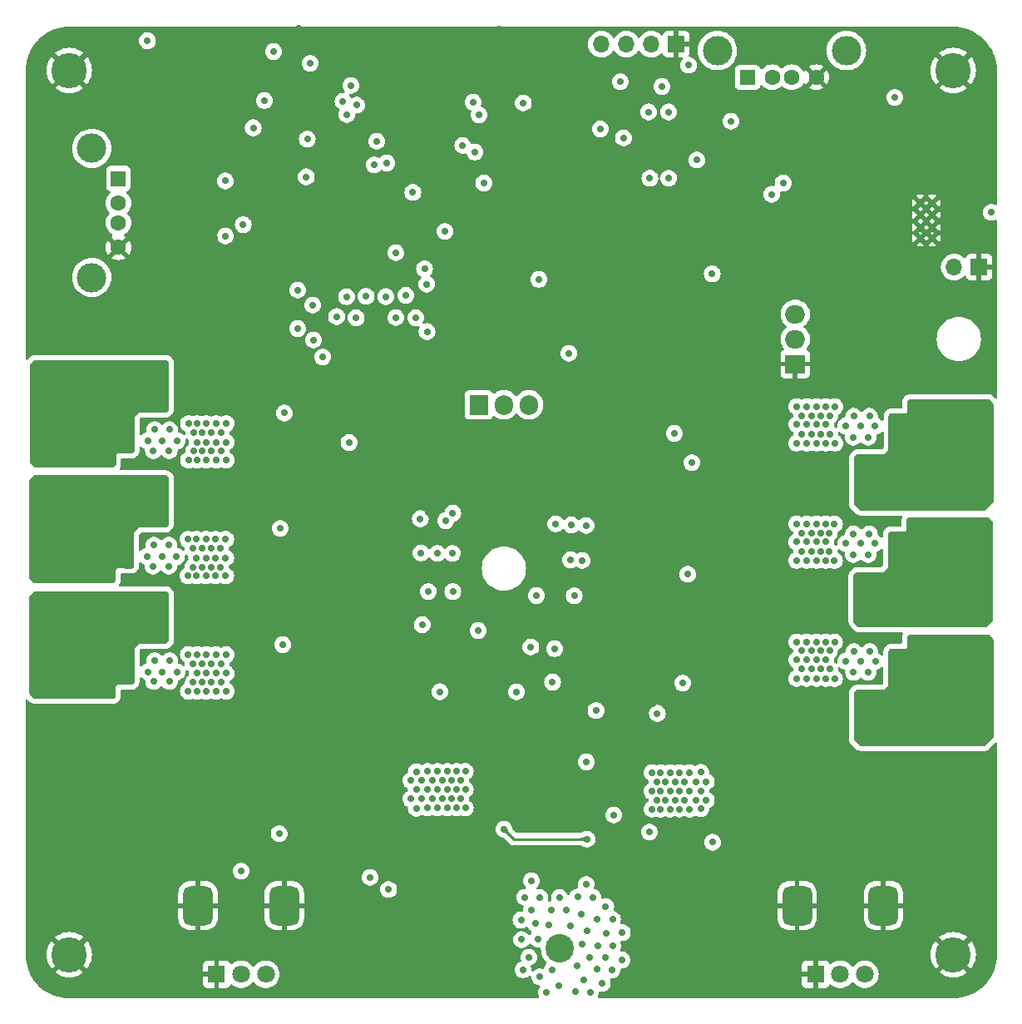
<source format=gbr>
%TF.GenerationSoftware,KiCad,Pcbnew,8.0.1*%
%TF.CreationDate,2024-05-15T20:02:36+03:00*%
%TF.ProjectId,ESP32_dual_ESC,45535033-325f-4647-9561-6c5f4553432e,rev?*%
%TF.SameCoordinates,Original*%
%TF.FileFunction,Copper,L2,Inr*%
%TF.FilePolarity,Positive*%
%FSLAX46Y46*%
G04 Gerber Fmt 4.6, Leading zero omitted, Abs format (unit mm)*
G04 Created by KiCad (PCBNEW 8.0.1) date 2024-05-15 20:02:36*
%MOMM*%
%LPD*%
G01*
G04 APERTURE LIST*
G04 Aperture macros list*
%AMRoundRect*
0 Rectangle with rounded corners*
0 $1 Rounding radius*
0 $2 $3 $4 $5 $6 $7 $8 $9 X,Y pos of 4 corners*
0 Add a 4 corners polygon primitive as box body*
4,1,4,$2,$3,$4,$5,$6,$7,$8,$9,$2,$3,0*
0 Add four circle primitives for the rounded corners*
1,1,$1+$1,$2,$3*
1,1,$1+$1,$4,$5*
1,1,$1+$1,$6,$7*
1,1,$1+$1,$8,$9*
0 Add four rect primitives between the rounded corners*
20,1,$1+$1,$2,$3,$4,$5,0*
20,1,$1+$1,$4,$5,$6,$7,0*
20,1,$1+$1,$6,$7,$8,$9,0*
20,1,$1+$1,$8,$9,$2,$3,0*%
G04 Aperture macros list end*
%TA.AperFunction,ComponentPad*%
%ADD10C,2.900000*%
%TD*%
%TA.AperFunction,ComponentPad*%
%ADD11C,3.600000*%
%TD*%
%TA.AperFunction,ComponentPad*%
%ADD12R,1.700000X1.700000*%
%TD*%
%TA.AperFunction,ComponentPad*%
%ADD13O,1.700000X1.700000*%
%TD*%
%TA.AperFunction,ComponentPad*%
%ADD14R,1.800000X1.800000*%
%TD*%
%TA.AperFunction,ComponentPad*%
%ADD15C,1.800000*%
%TD*%
%TA.AperFunction,ComponentPad*%
%ADD16RoundRect,0.750000X0.750000X-1.250000X0.750000X1.250000X-0.750000X1.250000X-0.750000X-1.250000X0*%
%TD*%
%TA.AperFunction,ComponentPad*%
%ADD17R,1.500000X1.600000*%
%TD*%
%TA.AperFunction,ComponentPad*%
%ADD18C,1.600000*%
%TD*%
%TA.AperFunction,ComponentPad*%
%ADD19C,3.000000*%
%TD*%
%TA.AperFunction,ComponentPad*%
%ADD20C,0.700000*%
%TD*%
%TA.AperFunction,ComponentPad*%
%ADD21R,2.000000X1.905000*%
%TD*%
%TA.AperFunction,ComponentPad*%
%ADD22O,2.000000X1.905000*%
%TD*%
%TA.AperFunction,ComponentPad*%
%ADD23R,1.905000X2.000000*%
%TD*%
%TA.AperFunction,ComponentPad*%
%ADD24O,1.905000X2.000000*%
%TD*%
%TA.AperFunction,ComponentPad*%
%ADD25R,1.600000X1.500000*%
%TD*%
%TA.AperFunction,ViaPad*%
%ADD26C,0.700000*%
%TD*%
%TA.AperFunction,ViaPad*%
%ADD27C,3.000000*%
%TD*%
%TA.AperFunction,Conductor*%
%ADD28C,0.250000*%
%TD*%
G04 APERTURE END LIST*
D10*
%TO.N,/ESC_V2/A1*%
%TO.C,J9*%
X145100400Y-117934800D03*
%TD*%
%TO.N,/ESC_V2/C1*%
%TO.C,J7*%
X145100400Y-93804800D03*
%TD*%
D11*
%TO.N,GND*%
%TO.C,H3*%
X145000000Y-145000000D03*
%TD*%
D12*
%TO.N,GND*%
%TO.C,J4*%
X147635600Y-74997200D03*
D13*
%TO.N,Net-(J4-Pin_2)*%
X145095600Y-74997200D03*
%TD*%
D14*
%TO.N,GND*%
%TO.C,RV2*%
X131000000Y-147000000D03*
D15*
%TO.N,/MCU/GPIO_15*%
X133500000Y-147000000D03*
%TO.N,Net-(R94-Pad1)*%
X136000000Y-147000000D03*
D16*
%TO.N,GND*%
X129100000Y-140000000D03*
X137900000Y-140000000D03*
%TD*%
D11*
%TO.N,GND*%
%TO.C,H2*%
X145000000Y-55000000D03*
%TD*%
D17*
%TO.N,VBUS*%
%TO.C,J5*%
X60000000Y-66000000D03*
D18*
%TO.N,D-*%
X60000000Y-68500000D03*
%TO.N,D+*%
X60000000Y-70500000D03*
%TO.N,GND*%
X60000000Y-73000000D03*
D19*
%TO.N,unconnected-(J5-Shield-Pad5)*%
X57290000Y-62930000D03*
%TO.N,unconnected-(J5-Shield-Pad5)_0*%
X57290000Y-76070000D03*
%TD*%
D20*
%TO.N,GND*%
%TO.C,U5*%
X141645600Y-68482200D03*
X141645600Y-69682200D03*
X141645600Y-70982200D03*
X141645600Y-72082200D03*
X142845600Y-68482200D03*
X142845600Y-69682200D03*
X142845600Y-70982200D03*
X142845600Y-72082200D03*
%TD*%
D14*
%TO.N,GND*%
%TO.C,RV1*%
X70000000Y-147000000D03*
D15*
%TO.N,/MCU/GPIO_16*%
X72500000Y-147000000D03*
%TO.N,Net-(R93-Pad1)*%
X75000000Y-147000000D03*
D16*
%TO.N,GND*%
X68100000Y-140000000D03*
X76900000Y-140000000D03*
%TD*%
D12*
%TO.N,GND*%
%TO.C,J10*%
X116802000Y-52337000D03*
D13*
%TO.N,SCL*%
X114262000Y-52337000D03*
%TO.N,SDA*%
X111722000Y-52337000D03*
%TO.N,+3V3*%
X109182000Y-52337000D03*
%TD*%
D11*
%TO.N,GND*%
%TO.C,H1*%
X55000000Y-55000000D03*
%TD*%
D10*
%TO.N,/ESC_V1/A1*%
%TO.C,J1*%
X55258621Y-112205000D03*
%TD*%
%TO.N,/ESC_V2/B1*%
%TO.C,J8*%
X145100400Y-105819000D03*
%TD*%
%TO.N,/ESC_V1/B1*%
%TO.C,J2*%
X55258621Y-100205000D03*
%TD*%
D11*
%TO.N,GND*%
%TO.C,H4*%
X55000000Y-145000000D03*
%TD*%
D10*
%TO.N,VDC*%
%TO.C,J15*%
X104960000Y-144360000D03*
%TD*%
%TO.N,/ESC_V1/C1*%
%TO.C,J3*%
X55258621Y-88205000D03*
%TD*%
%TO.N,GND*%
%TO.C,J14*%
X94960000Y-144360000D03*
%TD*%
D21*
%TO.N,GND*%
%TO.C,U20*%
X128908000Y-84874400D03*
D22*
%TO.N,+3V3*%
X128908000Y-82334400D03*
%TO.N,Net-(D22-K)*%
X128908000Y-79794400D03*
%TD*%
D23*
%TO.N,Net-(U8-ADJ)*%
%TO.C,U8*%
X96710600Y-89030200D03*
D24*
%TO.N,+15V*%
X99250600Y-89030200D03*
%TO.N,VCC*%
X101790600Y-89030200D03*
%TD*%
D25*
%TO.N,/MCU/Vusb_2*%
%TO.C,J6*%
X124062200Y-55689800D03*
D18*
%TO.N,D2-*%
X126562200Y-55689800D03*
%TO.N,D2+*%
X128562200Y-55689800D03*
%TO.N,GND*%
X131062200Y-55689800D03*
D19*
%TO.N,unconnected-(J6-Shield-Pad5)*%
X120992200Y-52979800D03*
%TO.N,unconnected-(J6-Shield-Pad5)_0*%
X134132200Y-52979800D03*
%TD*%
D26*
%TO.N,GND*%
X64855441Y-128683613D03*
X57904349Y-59529703D03*
X92940000Y-147080000D03*
X95974000Y-61938200D03*
X132062200Y-94614000D03*
X98300000Y-145020000D03*
X140981871Y-136846165D03*
X130222200Y-98304000D03*
X98670000Y-147500000D03*
X68868621Y-97355000D03*
X128807200Y-119489000D03*
X68710000Y-51990000D03*
X56651911Y-141168085D03*
X97290000Y-143990000D03*
X113093600Y-103340200D03*
X80547436Y-142716544D03*
X59610422Y-83136754D03*
X67212047Y-75312277D03*
X130202200Y-110244000D03*
X55703546Y-81043926D03*
X88867747Y-146983802D03*
X129692200Y-107504000D03*
X132512200Y-107504000D03*
X114439800Y-119443800D03*
X62192000Y-77864000D03*
X82813303Y-142578613D03*
X60984899Y-134637153D03*
X95698000Y-83615200D03*
X118853760Y-143107657D03*
X142855600Y-78647200D03*
X97048670Y-64579702D03*
X53073595Y-122976090D03*
X116973976Y-146946388D03*
X118817236Y-141168301D03*
X66824069Y-130937260D03*
X99400000Y-143800000D03*
X96520000Y-146000000D03*
X78660515Y-108821104D03*
X86810000Y-51390000D03*
X132042200Y-108424000D03*
X86580000Y-88440000D03*
X130592200Y-109324000D03*
X141571600Y-60595600D03*
X126454000Y-66281600D03*
X92080000Y-140440000D03*
X70668621Y-101045000D03*
X132062200Y-98304000D03*
X67993621Y-85600000D03*
X81260000Y-50890000D03*
X70728621Y-112795000D03*
X67928621Y-99175000D03*
X131547200Y-121309000D03*
X82727640Y-138825944D03*
X125129845Y-132930703D03*
X85029787Y-141099472D03*
X68503621Y-88340000D03*
X129322200Y-96484000D03*
X132057200Y-120409000D03*
X52563581Y-129147391D03*
X100723800Y-96126600D03*
X130612200Y-95564000D03*
X100500000Y-131520000D03*
X70733621Y-85600000D03*
X93100000Y-139400000D03*
X125134000Y-85000600D03*
X62787030Y-136893280D03*
X86926251Y-120979167D03*
X61061813Y-60698473D03*
X81034289Y-138611744D03*
X91810000Y-139070000D03*
X56707646Y-68677146D03*
X97650000Y-148710000D03*
X56931376Y-70206230D03*
X132562700Y-62370000D03*
X68503621Y-86520000D03*
X69768621Y-101045000D03*
X95650000Y-147400000D03*
X58839798Y-122570726D03*
X82350000Y-51730000D03*
X92640000Y-143850000D03*
X82950000Y-108760000D03*
X78953537Y-118877528D03*
X113169800Y-74663600D03*
X60897262Y-140616896D03*
X54100000Y-62100000D03*
X144787125Y-138686212D03*
X56800000Y-66700000D03*
X92140000Y-148210000D03*
X89090600Y-139052600D03*
X53746518Y-81220835D03*
X62926417Y-142615942D03*
X91290000Y-141400000D03*
X126656934Y-132617092D03*
X63970000Y-71006000D03*
X131532200Y-107504000D03*
X101469100Y-94263700D03*
X116626776Y-142620935D03*
X67458621Y-100095000D03*
X51164967Y-72648453D03*
X78371800Y-50686000D03*
X59008214Y-145031059D03*
X111125170Y-136819913D03*
X63518996Y-81208757D03*
X60250000Y-77970000D03*
X69438621Y-110025000D03*
X70728621Y-109105000D03*
X85290000Y-134660000D03*
X120053200Y-60668200D03*
X89400000Y-51340000D03*
X58893109Y-120676134D03*
X65250000Y-75260000D03*
X62552028Y-131110452D03*
X70733430Y-132852203D03*
X130929800Y-84461000D03*
X95567600Y-135674400D03*
X100030000Y-51730000D03*
X113373000Y-96253600D03*
X75146000Y-79642000D03*
X77609800Y-94272400D03*
X67523621Y-88340000D03*
X51969879Y-82972992D03*
X61759561Y-81066741D03*
X120027800Y-73266600D03*
X54256074Y-66403546D03*
X142820526Y-138905799D03*
X87100000Y-143770000D03*
X60545467Y-146632241D03*
X57006875Y-134916934D03*
X130217200Y-122229000D03*
X129322200Y-98304000D03*
X88859029Y-143148120D03*
X63114206Y-128845059D03*
X58959605Y-146739541D03*
X54775098Y-130859694D03*
X56912100Y-126916371D03*
X132042200Y-110244000D03*
X91560000Y-99950000D03*
X69768621Y-97355000D03*
X62712100Y-124856536D03*
X141046508Y-133015868D03*
X128792200Y-109324000D03*
X67523621Y-86520000D03*
X77630000Y-110940000D03*
X69378621Y-100095000D03*
X92900000Y-107840000D03*
X66530000Y-81150000D03*
X118681841Y-146690016D03*
X66750000Y-52010000D03*
X146757299Y-140706213D03*
X94890000Y-140690000D03*
X63970000Y-76848000D03*
X61324528Y-83115194D03*
X129317200Y-118539000D03*
X56586708Y-125040954D03*
X61057641Y-53024861D03*
X58770279Y-127038735D03*
X60740957Y-126749597D03*
X60888073Y-133105038D03*
X131117200Y-120409000D03*
X129302200Y-110244000D03*
X131059050Y-132956625D03*
X69443621Y-86520000D03*
X142728145Y-136921934D03*
X142603128Y-132994005D03*
X68868621Y-99175000D03*
X69438621Y-111845000D03*
X54824316Y-134879414D03*
X129707200Y-119489000D03*
X56974905Y-120635289D03*
X84692294Y-120849918D03*
X141112817Y-139068726D03*
X58863131Y-128788640D03*
X123060000Y-133480000D03*
X59520000Y-81410000D03*
X65880000Y-60870000D03*
X97410000Y-123850000D03*
X140398600Y-56818600D03*
X146984266Y-133035276D03*
X53357046Y-72449866D03*
X109010000Y-136330000D03*
X63970000Y-64402000D03*
X129317200Y-122229000D03*
X55010183Y-124585864D03*
X130222200Y-94614000D03*
X84380000Y-51410000D03*
X70668621Y-97355000D03*
X130607200Y-121309000D03*
X53720429Y-76948727D03*
X71238621Y-111845000D03*
X138684785Y-132739557D03*
X69443621Y-88340000D03*
X108369200Y-132321600D03*
X94800000Y-148760000D03*
X53942277Y-68257953D03*
X114735859Y-140723733D03*
X69828621Y-109105000D03*
X81990000Y-144650000D03*
X91750000Y-51200000D03*
X67458621Y-98275000D03*
X130607200Y-119489000D03*
X53359435Y-70742016D03*
X60647392Y-124735175D03*
X90650000Y-147020000D03*
X82810731Y-120713413D03*
X68492047Y-81202277D03*
X53106108Y-126749732D03*
X54920189Y-120840146D03*
X132527200Y-119489000D03*
X85410000Y-145360000D03*
X142775600Y-79777200D03*
X63716000Y-67450000D03*
X94040000Y-142110000D03*
X70785593Y-81226203D03*
X70343621Y-88340000D03*
X60795177Y-128761950D03*
X60799178Y-120712257D03*
X137064851Y-132614198D03*
X58330000Y-56600000D03*
X113119857Y-141058450D03*
X126429400Y-85280000D03*
X70338621Y-111845000D03*
X64850624Y-135123397D03*
X56652800Y-136834689D03*
X132062200Y-96484000D03*
X67993621Y-89290000D03*
X67988621Y-112795000D03*
X64658001Y-141041530D03*
X60646982Y-54999551D03*
X52841035Y-132858671D03*
X70668621Y-99175000D03*
X86531416Y-122976347D03*
X82976695Y-122712551D03*
X113195200Y-75578000D03*
X52966157Y-134931837D03*
X130217200Y-120409000D03*
X55983530Y-59442514D03*
X94210000Y-147530000D03*
X128899360Y-132866947D03*
X69833621Y-85600000D03*
X112873364Y-145121772D03*
X62797375Y-140777809D03*
X129302200Y-108424000D03*
X51852427Y-66544494D03*
X58776690Y-130898393D03*
X125666600Y-63970200D03*
X61123349Y-145108388D03*
X129322200Y-94614000D03*
X62793006Y-62949158D03*
X70278621Y-100095000D03*
X130202200Y-106554000D03*
X106413400Y-118656400D03*
X68933621Y-85600000D03*
X51600000Y-70600000D03*
X99440000Y-141740000D03*
X62658015Y-121167573D03*
X118600405Y-144641008D03*
X63516607Y-82916607D03*
X53092883Y-136824459D03*
X136233000Y-55624800D03*
X53452517Y-78807741D03*
X60968979Y-56909231D03*
X105168800Y-108674200D03*
X51694483Y-68031582D03*
X60843745Y-123051102D03*
X77800000Y-98460000D03*
X113044438Y-138709417D03*
X132512200Y-109324000D03*
X59033932Y-140660432D03*
X131122200Y-96484000D03*
X90460000Y-142540000D03*
X90160000Y-140720000D03*
X90450000Y-145180000D03*
X77880000Y-86730000D03*
X113373000Y-89217800D03*
X71243621Y-86520000D03*
X95212000Y-67704000D03*
X91400000Y-118030000D03*
X69812000Y-72022000D03*
X54705771Y-138833823D03*
X115081779Y-143012395D03*
X87100000Y-119020000D03*
X89350000Y-119550000D03*
X91620000Y-146570000D03*
X60785467Y-142827270D03*
X57700000Y-79100000D03*
X53947025Y-83065346D03*
X85016533Y-122665611D03*
X131552200Y-95564000D03*
X131117200Y-118539000D03*
X51337671Y-76842891D03*
X56578073Y-132950563D03*
X51800000Y-59700000D03*
X52959337Y-140895829D03*
X114400000Y-136400000D03*
X128812200Y-97384000D03*
X123812400Y-140627400D03*
X55083455Y-132942098D03*
X93050000Y-145860000D03*
X80923736Y-121007771D03*
X96380400Y-56807400D03*
X92519600Y-57366200D03*
X51790422Y-64226754D03*
X144771473Y-135113781D03*
X58633651Y-132867775D03*
X67993621Y-87420000D03*
X55476109Y-82841616D03*
X142682750Y-141144019D03*
X131122200Y-94614000D03*
X56931575Y-122640349D03*
X94782668Y-123007339D03*
X64591829Y-132854584D03*
X54931053Y-128923945D03*
X69828621Y-112795000D03*
X75850000Y-51630000D03*
X52876188Y-130956889D03*
X80679359Y-140616557D03*
X84530000Y-142620000D03*
X62703336Y-135055562D03*
X68933621Y-87420000D03*
X55583530Y-78742514D03*
X54079165Y-64446518D03*
X125412600Y-81420000D03*
X63023605Y-122911083D03*
X67518621Y-111845000D03*
X147825600Y-72047200D03*
X143093589Y-134626657D03*
X85110000Y-87570000D03*
X64893581Y-131111801D03*
X131552200Y-97384000D03*
X70728621Y-110925000D03*
X52990243Y-125027567D03*
X62914915Y-126966398D03*
X64630545Y-144888797D03*
X60846983Y-137079172D03*
X87180000Y-116540000D03*
X72640000Y-81540000D03*
X69833621Y-89290000D03*
X70574000Y-63894000D03*
X129712200Y-95564000D03*
X62926543Y-138761545D03*
X82250000Y-148300000D03*
X132057200Y-122229000D03*
X116825282Y-144781501D03*
X92572956Y-122616836D03*
X68438621Y-98275000D03*
X85270000Y-133300000D03*
X97470000Y-51730000D03*
X112674025Y-147162984D03*
X105549800Y-71818800D03*
X66774945Y-132714795D03*
X97830000Y-141470000D03*
X57081698Y-139005478D03*
X71178621Y-100095000D03*
X58861859Y-124985368D03*
X68774905Y-132781418D03*
X87280000Y-148820000D03*
X67928621Y-101045000D03*
X116550000Y-139640000D03*
X54810842Y-140629245D03*
X63050066Y-145014322D03*
X82820000Y-140700000D03*
X122568728Y-65813049D03*
X130592200Y-107504000D03*
X68498621Y-110025000D03*
X84650000Y-147770000D03*
X129654400Y-58661600D03*
X58961179Y-134740609D03*
X51400000Y-79000000D03*
X90920914Y-122899646D03*
X58791660Y-136603164D03*
X96300000Y-148700000D03*
X64986000Y-81166000D03*
X130202200Y-108424000D03*
X69833621Y-87420000D03*
X51400000Y-81200000D03*
X68933621Y-89290000D03*
X85150000Y-99520000D03*
X129692200Y-109324000D03*
X96440000Y-141050000D03*
D27*
X88530000Y-59480000D03*
D26*
X145871600Y-62985600D03*
X114546094Y-144766602D03*
X91050000Y-143880000D03*
X94660000Y-139410000D03*
X131102200Y-106554000D03*
X97440000Y-140100000D03*
X66680000Y-57980000D03*
X53351275Y-74537535D03*
X96070000Y-139660000D03*
X93480000Y-148760000D03*
X71238621Y-110025000D03*
X64692149Y-136675529D03*
X51713324Y-74824023D03*
X67988621Y-109105000D03*
X70733621Y-87420000D03*
X81078562Y-70860385D03*
X70343621Y-86520000D03*
X131102200Y-110244000D03*
X58559929Y-143113662D03*
X85280000Y-107900000D03*
X145014471Y-132976149D03*
X129712200Y-97384000D03*
X129317200Y-120409000D03*
X77410000Y-105410000D03*
X147051176Y-134975124D03*
X68498621Y-111845000D03*
X68928621Y-110925000D03*
X91900000Y-145180000D03*
X98760000Y-50824500D03*
X71243621Y-88340000D03*
X67518621Y-110025000D03*
X141595600Y-79887200D03*
X132057200Y-118539000D03*
X97930000Y-146430000D03*
X128807200Y-121309000D03*
X142835600Y-77727200D03*
X55013670Y-126857720D03*
X79600000Y-51150000D03*
X129707200Y-121309000D03*
X131117200Y-122229000D03*
X144858244Y-140926001D03*
X69828621Y-110925000D03*
X98960000Y-140310000D03*
X65920000Y-62390000D03*
X58792711Y-54658666D03*
X123075800Y-61227000D03*
X53852517Y-59507741D03*
X93680000Y-140510000D03*
X56756715Y-128930836D03*
X134981566Y-132713569D03*
X78540000Y-148770000D03*
X68438621Y-100095000D03*
X86601400Y-92799200D03*
X70840000Y-74620000D03*
X132532200Y-97384000D03*
X88670497Y-145062577D03*
X56709957Y-72342272D03*
X147060773Y-138572437D03*
X62706417Y-133112323D03*
X51700000Y-62500000D03*
X148755200Y-70987200D03*
X63395593Y-74946203D03*
X57557953Y-81357723D03*
X141845600Y-76297200D03*
X65200000Y-73570000D03*
X93670000Y-119110000D03*
X132189800Y-84771000D03*
X68928621Y-112795000D03*
X114643000Y-108369400D03*
X132532200Y-95564000D03*
X97220000Y-116720000D03*
X86626800Y-95461600D03*
X97160000Y-147460000D03*
X64667967Y-146852825D03*
X67988621Y-110925000D03*
X79420000Y-64630000D03*
X84040000Y-112100000D03*
X68928621Y-109105000D03*
X128792200Y-107504000D03*
X98310000Y-142810000D03*
X52831939Y-138931349D03*
X114618765Y-146804406D03*
X80090000Y-144670000D03*
X130217200Y-118539000D03*
X113195200Y-80835800D03*
X75087720Y-62896865D03*
X70733621Y-89290000D03*
X69378621Y-98275000D03*
X67020000Y-71940000D03*
X62806160Y-146751251D03*
X56728609Y-130657988D03*
X141069826Y-146676110D03*
X70338621Y-110025000D03*
X64616745Y-142750543D03*
X52714418Y-120752301D03*
X67162047Y-73622277D03*
X113169800Y-111773000D03*
X131122200Y-98304000D03*
X63345593Y-73256203D03*
X93029695Y-66675227D03*
X128812200Y-95564000D03*
X74602047Y-81592277D03*
X104000400Y-82359800D03*
X118926685Y-138990841D03*
X69768621Y-99175000D03*
X68868621Y-101045000D03*
X70278621Y-98275000D03*
X58973524Y-52698477D03*
X85290000Y-111300000D03*
X92790000Y-141360000D03*
X57612151Y-83063035D03*
X131547200Y-119489000D03*
X132042200Y-106554000D03*
X60092056Y-79457088D03*
X67928621Y-97355000D03*
X60531025Y-130712931D03*
X132527200Y-121309000D03*
X54594502Y-136804650D03*
X99380000Y-146050000D03*
X130222200Y-96484000D03*
X131102200Y-108424000D03*
X95590000Y-51010000D03*
X75660000Y-66350000D03*
X58954813Y-138837422D03*
X71178621Y-98275000D03*
X64848194Y-139153634D03*
X60773972Y-138906918D03*
X72606000Y-64402000D03*
X86680000Y-140430000D03*
X86372800Y-107596800D03*
X92000000Y-142550000D03*
X60956294Y-62849265D03*
X130612200Y-97384000D03*
X147034460Y-136579412D03*
X144931076Y-136813776D03*
X54589252Y-122629461D03*
X96550000Y-142510000D03*
X68660000Y-58010000D03*
X92765000Y-111365000D03*
X129302200Y-106554000D03*
X131532200Y-109324000D03*
%TO.N,+15V*%
X116598800Y-91935600D03*
X83477200Y-92875400D03*
%TO.N,/ESC_V1/A1*%
X58180000Y-113840000D03*
X54260000Y-118340000D03*
X56418621Y-109605000D03*
X59470000Y-117230000D03*
X60048621Y-108665000D03*
X54160000Y-108540000D03*
X52350000Y-111980000D03*
X63738621Y-110795000D03*
X76730000Y-113440000D03*
X58470000Y-110670000D03*
X51350000Y-112580000D03*
X57948621Y-117185000D03*
X59490000Y-113390000D03*
X57698621Y-111655000D03*
X55760000Y-118340000D03*
X52788621Y-113725000D03*
X51948621Y-109685000D03*
X59490000Y-111790000D03*
X53448621Y-109685000D03*
X56258621Y-115025000D03*
X62950000Y-109650000D03*
X51440000Y-108530000D03*
X53448621Y-117185000D03*
X53418621Y-114905000D03*
X51490000Y-118360000D03*
X58480000Y-112680000D03*
X93307000Y-100825600D03*
X55628621Y-116155000D03*
X62930000Y-111780000D03*
X54778621Y-114925000D03*
X59490000Y-114900000D03*
X56878621Y-113905000D03*
X57160000Y-108540000D03*
X51420000Y-116100000D03*
X51948621Y-117185000D03*
X62238621Y-110795000D03*
X58760000Y-118340000D03*
X55660000Y-108540000D03*
X59110000Y-109670000D03*
X56448621Y-117185000D03*
X58060000Y-115120000D03*
X60738621Y-110795000D03*
X54878621Y-109575000D03*
X61320000Y-111780000D03*
X52650000Y-110670000D03*
X51420000Y-110670000D03*
X54948621Y-117185000D03*
X61450000Y-109650000D03*
X57948621Y-109685000D03*
X52660000Y-108540000D03*
X58660000Y-108540000D03*
X57260000Y-118340000D03*
X51430000Y-113880000D03*
X58740000Y-116140000D03*
X52760000Y-118340000D03*
X57140000Y-116140000D03*
X52040000Y-114890000D03*
X52650000Y-116090000D03*
X54108621Y-116155000D03*
%TO.N,/ESC_V1/B1*%
X60707242Y-98990000D03*
X53417242Y-97880000D03*
X51388621Y-104295000D03*
X62207242Y-98990000D03*
X54128621Y-96735000D03*
X52318621Y-100175000D03*
X54228621Y-106535000D03*
X56417242Y-105380000D03*
X52628621Y-96735000D03*
X62898621Y-99975000D03*
X54158621Y-104295000D03*
X76460000Y-101620000D03*
X59458621Y-101585000D03*
X52618621Y-104285000D03*
X59458621Y-103095000D03*
X58028621Y-103315000D03*
X52808621Y-102105000D03*
X57228621Y-106535000D03*
X60188621Y-96855000D03*
X57108621Y-104335000D03*
X51917242Y-97880000D03*
X51458621Y-106555000D03*
X56388621Y-97835000D03*
X51917242Y-105380000D03*
X63707242Y-98990000D03*
X57917242Y-105380000D03*
X58728621Y-106535000D03*
X51318621Y-100775000D03*
X56388621Y-103315000D03*
X58438621Y-98865000D03*
X57917242Y-97880000D03*
X55628621Y-96735000D03*
X54728621Y-97835000D03*
X52728621Y-106535000D03*
X53468621Y-103205000D03*
X52618621Y-98865000D03*
X61418621Y-97845000D03*
X55678621Y-104345000D03*
X57128621Y-96735000D03*
X62918621Y-97845000D03*
X53417242Y-105380000D03*
X51388621Y-98865000D03*
X56938621Y-102335000D03*
X52008621Y-103085000D03*
X59458621Y-99985000D03*
X54917242Y-105380000D03*
X58448621Y-100875000D03*
X59438621Y-105425000D03*
X58148621Y-102035000D03*
X94043600Y-100063600D03*
X61288621Y-99975000D03*
X51408621Y-96725000D03*
X58708621Y-104335000D03*
X55728621Y-106535000D03*
X51398621Y-102075000D03*
X58628621Y-96735000D03*
X54968621Y-103265000D03*
X59078621Y-97865000D03*
%TO.N,/ESC_V1/C1*%
X53288621Y-91415000D03*
X53457242Y-93640000D03*
X51438621Y-90335000D03*
X52658621Y-92545000D03*
X52768621Y-94795000D03*
X54957242Y-93640000D03*
X54168621Y-84995000D03*
X59478621Y-93685000D03*
X62938621Y-88235000D03*
X52358621Y-88435000D03*
X51428621Y-92555000D03*
X61458621Y-86105000D03*
X76890000Y-89865000D03*
X59498621Y-89845000D03*
X90741600Y-100622400D03*
X57957242Y-86140000D03*
X55668621Y-84995000D03*
X58188621Y-90295000D03*
X56457242Y-93640000D03*
X51498621Y-94815000D03*
X57957242Y-93640000D03*
X63747242Y-87250000D03*
X52668621Y-84995000D03*
X58488621Y-89135000D03*
X58478621Y-87125000D03*
X52048621Y-91345000D03*
X51957242Y-93640000D03*
X57758621Y-88245000D03*
X58748621Y-92595000D03*
X52648621Y-90105000D03*
X51448621Y-84985000D03*
X59498621Y-88245000D03*
X61328621Y-88235000D03*
X58068621Y-91575000D03*
X54898621Y-91465000D03*
X62247242Y-87250000D03*
X62958621Y-86105000D03*
X56308621Y-91445000D03*
X58768621Y-94795000D03*
X57078621Y-90725000D03*
X55768621Y-94795000D03*
X54108621Y-92535000D03*
X52658621Y-87125000D03*
X55648621Y-92595000D03*
X58668621Y-84995000D03*
X57168621Y-84995000D03*
X53418621Y-85995000D03*
X60747242Y-87250000D03*
X57268621Y-94795000D03*
X54268621Y-94795000D03*
X59498621Y-91355000D03*
X57148621Y-92595000D03*
X51428621Y-87125000D03*
X60198621Y-85165000D03*
X56568621Y-85955000D03*
X51358621Y-89035000D03*
X51957242Y-86140000D03*
X59118621Y-86125000D03*
%TO.N,+3V3*%
X92755000Y-118235000D03*
X107734200Y-133236000D03*
X104203600Y-117259400D03*
X114871600Y-120434400D03*
X120497100Y-133552900D03*
X139063600Y-57747200D03*
X75781000Y-53073600D03*
X100546000Y-118250000D03*
X73730000Y-60830000D03*
X111087000Y-56147000D03*
X99250600Y-132220000D03*
X118072000Y-54470600D03*
X72707600Y-70701200D03*
%TO.N,/MCU/ESP_EN*%
X62960000Y-51980000D03*
X111417200Y-61862000D03*
X79510000Y-54280000D03*
%TO.N,/MCU/ESP_BOOT*%
X95059600Y-62624000D03*
X109055100Y-60956200D03*
X74860000Y-58060000D03*
%TO.N,/ESC_V2/A1*%
X140552200Y-117984000D03*
X140552200Y-116474000D03*
X143593579Y-114189000D03*
X147282200Y-113034000D03*
X142292200Y-119584000D03*
X141302200Y-115234000D03*
X138592200Y-121724000D03*
X148093579Y-121689000D03*
X144382200Y-122834000D03*
X138722200Y-119594000D03*
X137092200Y-121724000D03*
X141982200Y-116254000D03*
X148622200Y-115274000D03*
X140552200Y-119584000D03*
X141282200Y-113034000D03*
X140572200Y-114144000D03*
X104533800Y-101155800D03*
X145852200Y-120704000D03*
X148602200Y-122844000D03*
X137112200Y-119594000D03*
X145093579Y-121689000D03*
X148093579Y-114189000D03*
X141572200Y-120704000D03*
X148622200Y-120704000D03*
X141382200Y-122834000D03*
X147382200Y-122834000D03*
X145782200Y-113034000D03*
X147692200Y-119394000D03*
X117462400Y-117361000D03*
X146593579Y-121689000D03*
X136303579Y-120579000D03*
X146593579Y-114189000D03*
X142882200Y-122834000D03*
X148612200Y-117494000D03*
X141862200Y-117534000D03*
X140932200Y-121704000D03*
X143593579Y-121689000D03*
X139303579Y-120579000D03*
X142093579Y-121689000D03*
X142902200Y-120704000D03*
X147392200Y-115284000D03*
X145882200Y-122834000D03*
X144512200Y-120704000D03*
X147392200Y-120704000D03*
X148692200Y-118794000D03*
X142902200Y-115234000D03*
X142093579Y-114189000D03*
X141562200Y-118694000D03*
X145093579Y-114189000D03*
X148552200Y-113014000D03*
X148002200Y-116484000D03*
X144282200Y-113034000D03*
X137803579Y-120579000D03*
X142782200Y-113034000D03*
%TO.N,/ESC_V2/B1*%
X146553579Y-109719000D03*
X141522200Y-106724000D03*
X143553579Y-102219000D03*
X148512200Y-101044000D03*
X142742200Y-101064000D03*
X148582200Y-108734000D03*
X147962200Y-104514000D03*
X148582200Y-103304000D03*
X138682200Y-107624000D03*
X142862200Y-108734000D03*
X141262200Y-103264000D03*
X148572200Y-105524000D03*
X142053579Y-109719000D03*
X148562200Y-110874000D03*
X141942200Y-104284000D03*
X140512200Y-104504000D03*
X106134000Y-101257400D03*
X137763579Y-108609000D03*
X147352200Y-103314000D03*
X145742200Y-101064000D03*
X140512200Y-106014000D03*
X146553579Y-102219000D03*
X141532200Y-108734000D03*
X144242200Y-101064000D03*
X145842200Y-110864000D03*
X145812200Y-108734000D03*
X144472200Y-108734000D03*
X140532200Y-102174000D03*
X142252200Y-107614000D03*
X136263579Y-108609000D03*
X137072200Y-107624000D03*
X147652200Y-107424000D03*
X142842200Y-110864000D03*
X145053579Y-109719000D03*
X147352200Y-108734000D03*
X143553579Y-109719000D03*
X148053579Y-109719000D03*
X148652200Y-106824000D03*
X148053579Y-102219000D03*
X141822200Y-105564000D03*
X141342200Y-110864000D03*
X117970400Y-106286600D03*
X142053579Y-102219000D03*
X141242200Y-101064000D03*
X140512200Y-107614000D03*
X144342200Y-110864000D03*
X139263579Y-108609000D03*
X145053579Y-102219000D03*
X147242200Y-101064000D03*
X142862200Y-103264000D03*
X147342200Y-110864000D03*
X138552200Y-109754000D03*
X140892200Y-109734000D03*
%TO.N,/ESC_V2/C1*%
X118402200Y-94932800D03*
X147400821Y-96739000D03*
X141570821Y-94729000D03*
X142890821Y-98869000D03*
X142102200Y-90224000D03*
X145102200Y-97724000D03*
X140560821Y-92509000D03*
X142300821Y-95619000D03*
X144520821Y-96739000D03*
X148630821Y-91309000D03*
X142790821Y-89069000D03*
X107607200Y-101308200D03*
X144390821Y-98869000D03*
X143602200Y-97724000D03*
X141390821Y-98869000D03*
X148010821Y-92519000D03*
X146602200Y-97724000D03*
X137120821Y-95629000D03*
X141290821Y-89069000D03*
X145890821Y-98869000D03*
X139312200Y-96614000D03*
X141870821Y-93569000D03*
X142102200Y-97724000D03*
X140560821Y-95619000D03*
X140940821Y-97739000D03*
X138600821Y-97759000D03*
X147390821Y-98869000D03*
X148620821Y-93529000D03*
X140560821Y-94019000D03*
X146602200Y-90224000D03*
X148102200Y-90224000D03*
X136312200Y-96614000D03*
X145860821Y-96739000D03*
X145790821Y-89069000D03*
X147290821Y-89069000D03*
X137812200Y-96614000D03*
X144290821Y-89069000D03*
X138730821Y-95629000D03*
X141310821Y-91269000D03*
X148700821Y-94829000D03*
X141580821Y-96739000D03*
X145102200Y-90224000D03*
X148630821Y-96739000D03*
X148102200Y-97724000D03*
X147400821Y-91319000D03*
X148560821Y-89049000D03*
X147700821Y-95429000D03*
X148610821Y-98879000D03*
X143602200Y-90224000D03*
X142910821Y-91269000D03*
X140580821Y-90179000D03*
X142910821Y-96739000D03*
X141990821Y-92289000D03*
%TO.N,+5V*%
X91427400Y-81572400D03*
X70904200Y-71844200D03*
X70891500Y-66243500D03*
%TO.N,SCL*%
X87515800Y-138366800D03*
%TO.N,SDA*%
X85636200Y-137122200D03*
%TO.N,/ESC_V2/ESC_VCC*%
X116150000Y-126460000D03*
X119300000Y-126440000D03*
X130552200Y-102064000D03*
X129572200Y-103934000D03*
X134862200Y-90204000D03*
X130567200Y-114069000D03*
X132002200Y-101164000D03*
X132422200Y-91994000D03*
X130097200Y-116889000D03*
X130097200Y-113169000D03*
X132032200Y-91044000D03*
X134850821Y-102149000D03*
X129042200Y-104884000D03*
X132902200Y-104884000D03*
X116150000Y-128360000D03*
X129572200Y-102064000D03*
X131522200Y-91994000D03*
X134875821Y-114139000D03*
X115720000Y-129280000D03*
X134830821Y-104279000D03*
X129587200Y-115939000D03*
X131092200Y-92944000D03*
X132002200Y-102984000D03*
X130567200Y-115939000D03*
X130112200Y-92944000D03*
X117130000Y-128360000D03*
X129057200Y-116889000D03*
X130552200Y-103934000D03*
X119860000Y-129260000D03*
X131062200Y-101164000D03*
X136355821Y-116269000D03*
X134842200Y-92334000D03*
X132932200Y-92944000D03*
X129072200Y-91044000D03*
X136472200Y-90204000D03*
X129587200Y-114069000D03*
X132422200Y-90124000D03*
X135542200Y-103134000D03*
X129072200Y-92944000D03*
X131492200Y-103934000D03*
X131492200Y-102064000D03*
X130582200Y-91994000D03*
X134855821Y-116269000D03*
X132017200Y-116889000D03*
X131507200Y-114069000D03*
X131062200Y-102984000D03*
X129042200Y-102984000D03*
X131092200Y-91044000D03*
X115210000Y-130180000D03*
X132407200Y-115939000D03*
X116660000Y-127410000D03*
X135553579Y-91189000D03*
X130112200Y-89224000D03*
X135567200Y-115124000D03*
X114310000Y-128360000D03*
X137067200Y-115124000D03*
X132002200Y-104884000D03*
X137042200Y-103134000D03*
X136342200Y-92334000D03*
X118170000Y-128360000D03*
X119300000Y-130160000D03*
X115210000Y-128360000D03*
X136485821Y-114139000D03*
X129072200Y-89224000D03*
X132032200Y-92944000D03*
X132032200Y-89224000D03*
X117130000Y-126460000D03*
X129057200Y-114989000D03*
X119300000Y-128340000D03*
X132917200Y-116889000D03*
X131077200Y-114989000D03*
X136330821Y-104279000D03*
X131077200Y-113169000D03*
X114310000Y-130180000D03*
X129057200Y-113169000D03*
X134053579Y-91189000D03*
X130582200Y-90124000D03*
X132902200Y-101164000D03*
X132407200Y-114069000D03*
X131077200Y-116889000D03*
X129602200Y-90124000D03*
X118170000Y-130180000D03*
X118770000Y-129260000D03*
X115720000Y-127410000D03*
X130082200Y-102984000D03*
X132017200Y-114989000D03*
X117640000Y-129280000D03*
X130082200Y-101164000D03*
X134067200Y-115124000D03*
X130112200Y-91044000D03*
X132392200Y-103934000D03*
X118170000Y-126460000D03*
X132017200Y-113169000D03*
X131522200Y-90124000D03*
X116150000Y-130180000D03*
X132932200Y-89224000D03*
X131507200Y-115939000D03*
X118770000Y-127390000D03*
X131092200Y-89224000D03*
X131062200Y-104884000D03*
X114310000Y-126460000D03*
X117640000Y-127410000D03*
X117130000Y-130180000D03*
X129602200Y-91994000D03*
X137053579Y-91189000D03*
X119860000Y-127390000D03*
X134042200Y-103134000D03*
X132917200Y-113169000D03*
X114820000Y-129280000D03*
X129042200Y-101164000D03*
X116660000Y-129280000D03*
X136460821Y-102149000D03*
X115210000Y-126460000D03*
X114820000Y-127410000D03*
X130097200Y-114989000D03*
X132392200Y-102064000D03*
X130082200Y-104884000D03*
%TO.N,Net-(U1D-+)*%
X91570000Y-108050000D03*
X92460000Y-104153000D03*
%TO.N,Net-(U1C-+)*%
X94050000Y-108040000D03*
X94020000Y-104153000D03*
%TO.N,Net-(U10C-+)*%
X106032400Y-104813400D03*
X106413400Y-108471000D03*
%TO.N,VDC*%
X107230000Y-143930000D03*
X108060000Y-148830000D03*
X110310000Y-141410000D03*
X104040000Y-140420000D03*
X108700000Y-146510000D03*
X100990000Y-141480000D03*
X107370000Y-147530000D03*
X106730000Y-146120000D03*
X102450000Y-141850000D03*
X108790000Y-144090000D03*
X102690000Y-143380000D03*
X106010000Y-142060000D03*
X104900000Y-139160000D03*
X103860000Y-141990000D03*
X109560000Y-145250000D03*
X104860000Y-148180000D03*
X111310000Y-142760000D03*
X109650000Y-142830000D03*
X102920000Y-139190000D03*
X102880000Y-147260000D03*
X108760000Y-141370000D03*
X110250000Y-146550000D03*
X107620000Y-137860000D03*
X109270000Y-147910000D03*
X101210000Y-146540000D03*
X101060000Y-143460000D03*
X108310000Y-139160000D03*
X102060000Y-137480000D03*
X104170000Y-146530000D03*
X103560000Y-148870000D03*
X107750000Y-142550000D03*
X111260000Y-145540000D03*
X106760000Y-139120000D03*
X110340000Y-144130000D03*
X105590000Y-140460000D03*
X107960000Y-145290000D03*
X102060000Y-140450000D03*
X101370000Y-139150000D03*
X109620000Y-140110000D03*
X106510000Y-148790000D03*
X107150000Y-140870000D03*
X101790000Y-145260000D03*
%TO.N,Net-(U1A-+)*%
X90810000Y-104115000D03*
X90930000Y-111410000D03*
%TO.N,current*%
X108623200Y-120155000D03*
X80784800Y-84163200D03*
X110426600Y-130772200D03*
X114058800Y-132524800D03*
%TO.N,Net-(U10A-+)*%
X104406800Y-113855800D03*
X107226200Y-104864200D03*
%TO.N,/MCU/RST*%
X114109600Y-65976800D03*
X116040000Y-65976800D03*
%TO.N,/MCU/DTR*%
X116014600Y-59220400D03*
X113982600Y-59220400D03*
X126530200Y-67602400D03*
X118884800Y-64122600D03*
%TO.N,/ESC_V1/ESC_VCC*%
X63565000Y-93690000D03*
X63510000Y-105450000D03*
X70398621Y-105535000D03*
X90860000Y-127270000D03*
X68478621Y-105535000D03*
X67578621Y-105535000D03*
X62983621Y-92705000D03*
X70463621Y-91890000D03*
X68528621Y-117285000D03*
X62997242Y-116220000D03*
X68543621Y-93760000D03*
X69938621Y-118185000D03*
X70928621Y-104615000D03*
X69953621Y-94660000D03*
X92970000Y-127250000D03*
X63708621Y-115075000D03*
X67628621Y-115415000D03*
X70993621Y-92840000D03*
X69483621Y-91890000D03*
X68973621Y-94660000D03*
X67968621Y-104615000D03*
X70398621Y-103665000D03*
X93480000Y-126350000D03*
X70448621Y-115415000D03*
X63578621Y-117205000D03*
X93910000Y-129120000D03*
X70463621Y-93760000D03*
X68528621Y-115415000D03*
X68018621Y-116365000D03*
X70928621Y-106435000D03*
X70993621Y-90940000D03*
X69418621Y-105535000D03*
X68033621Y-94660000D03*
X68908621Y-104615000D03*
X69418621Y-103665000D03*
X64483621Y-92705000D03*
X69888621Y-106435000D03*
X67968621Y-102715000D03*
X94420000Y-126350000D03*
X90330000Y-126370000D03*
X65140000Y-103320000D03*
X91460000Y-126350000D03*
X67118621Y-118185000D03*
X69888621Y-102715000D03*
X90330000Y-128190000D03*
X69938621Y-116365000D03*
X69938621Y-114465000D03*
X69468621Y-115415000D03*
X92500000Y-126350000D03*
X62928621Y-104465000D03*
X93480000Y-128170000D03*
X91460000Y-130070000D03*
X69953621Y-92840000D03*
X67133621Y-94660000D03*
X65195000Y-91560000D03*
X68973621Y-90940000D03*
X91990000Y-129120000D03*
X68018621Y-114465000D03*
X90330000Y-130090000D03*
X68958621Y-116365000D03*
X93480000Y-130070000D03*
X65928621Y-104465000D03*
X63695000Y-91560000D03*
X91990000Y-127250000D03*
X94810000Y-127250000D03*
X70928621Y-102715000D03*
X67578621Y-103665000D03*
X94810000Y-129120000D03*
X89770000Y-129140000D03*
X65983621Y-92705000D03*
X70993621Y-94660000D03*
X90860000Y-129140000D03*
X68958621Y-114465000D03*
X70448621Y-117285000D03*
X68958621Y-118185000D03*
X95320000Y-128170000D03*
X67628621Y-117285000D03*
X64428621Y-104465000D03*
X68543621Y-91890000D03*
X68018621Y-118185000D03*
X68973621Y-92840000D03*
X69953621Y-90940000D03*
X94420000Y-130070000D03*
X65208621Y-115075000D03*
X68478621Y-103665000D03*
X92970000Y-129120000D03*
X70978621Y-114465000D03*
X64497242Y-116220000D03*
X65120000Y-105450000D03*
X92500000Y-130070000D03*
X89770000Y-127270000D03*
X95320000Y-130070000D03*
X91460000Y-128170000D03*
X67968621Y-106435000D03*
X67643621Y-93760000D03*
X67068621Y-102715000D03*
X67643621Y-91890000D03*
X68033621Y-90940000D03*
X69468621Y-117285000D03*
X63640000Y-103320000D03*
X67133621Y-90940000D03*
X95320000Y-126350000D03*
X65175000Y-93690000D03*
X68908621Y-102715000D03*
X68033621Y-92840000D03*
X70978621Y-116365000D03*
X67118621Y-114465000D03*
X93910000Y-127250000D03*
X65997242Y-116220000D03*
X94420000Y-128170000D03*
X69888621Y-104615000D03*
X92500000Y-128170000D03*
X67068621Y-106435000D03*
X68908621Y-106435000D03*
X69483621Y-93760000D03*
X70978621Y-118185000D03*
X65188621Y-117205000D03*
%TO.N,Net-(D22-K)*%
X148882200Y-69457200D03*
%TO.N,/MCU/GPIO_12*%
X88227000Y-73546000D03*
X88227000Y-80150000D03*
%TO.N,/MCU/GPIO_04*%
X83680400Y-56528000D03*
X85229800Y-77991000D03*
%TO.N,/MCU/GPIO_05*%
X84213800Y-80175400D03*
X84239200Y-58534600D03*
%TO.N,/MCU/GPIO_06*%
X82207200Y-80048400D03*
X82867600Y-58128200D03*
%TO.N,/MCU/GPIO_07*%
X83248600Y-59474400D03*
X83223200Y-78041800D03*
%TO.N,/MCU/GPIO_08*%
X79133800Y-65824400D03*
X79845000Y-82436000D03*
X79794200Y-78880000D03*
X96609000Y-112001600D03*
%TO.N,/MCU/GPIO_15*%
X86296600Y-62192200D03*
X91173400Y-75197000D03*
%TO.N,/MCU/GPIO_16*%
X72500000Y-136487200D03*
X78244800Y-81267600D03*
X79235400Y-61989000D03*
X78244800Y-77356000D03*
%TO.N,/MCU/GPIO_17*%
X89243000Y-77889400D03*
X87318950Y-64421050D03*
%TO.N,/MCU/GPIO_18*%
X87236400Y-78016400D03*
X86042600Y-64605200D03*
%TO.N,/MCU/GPIO_11*%
X91402000Y-76746400D03*
X89979600Y-67424600D03*
%TO.N,/MCU/GPIO_21*%
X101993800Y-113678000D03*
X93256200Y-71387000D03*
%TO.N,/MCU/GPIO_36*%
X105880000Y-83782200D03*
X97193200Y-66459400D03*
%TO.N,/MCU/GPIO_38*%
X90259000Y-80175400D03*
X96304200Y-63309800D03*
%TO.N,/MCU/GPIO_42*%
X96736000Y-59525200D03*
X102578000Y-108445600D03*
%TO.N,/MCU/Vusb_2*%
X122364600Y-60160200D03*
%TO.N,1V8*%
X120459600Y-75705000D03*
X127673200Y-66459400D03*
%TO.N,5v_2*%
X115328800Y-56629600D03*
X102806600Y-76263800D03*
%TO.N,/MCU/GPIO_10*%
X96126400Y-58229800D03*
X101231800Y-58306000D03*
%TO.N,1V81*%
X76365200Y-132677200D03*
X107651650Y-125381050D03*
%TD*%
D28*
%TO.N,+3V3*%
X99250600Y-132220000D02*
X100266600Y-133236000D01*
X100266600Y-133236000D02*
X107734200Y-133236000D01*
%TD*%
%TA.AperFunction,Conductor*%
%TO.N,GND*%
G36*
X71738621Y-108995000D02*
G01*
X71738621Y-112695000D01*
X71168621Y-113265000D01*
X65728621Y-113265000D01*
X65634944Y-113171323D01*
X65635023Y-113171058D01*
X65635024Y-113171054D01*
X65655500Y-113028638D01*
X65655500Y-109446585D01*
X65708621Y-109390000D01*
X66827655Y-109384068D01*
X67031327Y-109134952D01*
X67028010Y-108706190D01*
X67188583Y-108545000D01*
X71288621Y-108545000D01*
X71738621Y-108995000D01*
G37*
%TD.AperFunction*%
%TD*%
%TA.AperFunction,Conductor*%
%TO.N,GND*%
G36*
X71743621Y-85490000D02*
G01*
X71743621Y-89190000D01*
X71173621Y-89760000D01*
X65733621Y-89760000D01*
X65633664Y-89660043D01*
X65643644Y-89626058D01*
X65643645Y-89626054D01*
X65664121Y-89483638D01*
X65664121Y-85937728D01*
X65713621Y-85885000D01*
X66832655Y-85879068D01*
X67036327Y-85629952D01*
X67033010Y-85201190D01*
X67193583Y-85040000D01*
X71293621Y-85040000D01*
X71743621Y-85490000D01*
G37*
%TD.AperFunction*%
%TD*%
%TA.AperFunction,Conductor*%
%TO.N,GND*%
G36*
X134417156Y-118168956D02*
G01*
X134407176Y-118202944D01*
X134386700Y-118345363D01*
X134386700Y-121891271D01*
X134337200Y-121944000D01*
X133218166Y-121949932D01*
X133014494Y-122199048D01*
X133017811Y-122627810D01*
X132857238Y-122789000D01*
X128757200Y-122789000D01*
X128307200Y-122339000D01*
X128307200Y-118639000D01*
X128877200Y-118069000D01*
X134317200Y-118069000D01*
X134417156Y-118168956D01*
G37*
%TD.AperFunction*%
%TD*%
%TA.AperFunction,Conductor*%
%TO.N,GND*%
G36*
X134415875Y-94237675D02*
G01*
X134415797Y-94237944D01*
X134395321Y-94380363D01*
X134395321Y-97962414D01*
X134342200Y-98019000D01*
X133223166Y-98024932D01*
X133019494Y-98274048D01*
X133022811Y-98702810D01*
X132862238Y-98864000D01*
X128762200Y-98864000D01*
X128312200Y-98414000D01*
X128312200Y-94714000D01*
X128882200Y-94144000D01*
X134322200Y-94144000D01*
X134415875Y-94237675D01*
G37*
%TD.AperFunction*%
%TD*%
%TA.AperFunction,Conductor*%
%TO.N,GND*%
G36*
X71678621Y-97245000D02*
G01*
X71678621Y-100945000D01*
X71108621Y-101515000D01*
X65668621Y-101515000D01*
X65584585Y-101430964D01*
X65603644Y-101366058D01*
X65603645Y-101366054D01*
X65624121Y-101223638D01*
X65624121Y-97666097D01*
X65648621Y-97640000D01*
X66767655Y-97634068D01*
X66971327Y-97384952D01*
X66968010Y-96956190D01*
X67128583Y-96795000D01*
X71228621Y-96795000D01*
X71678621Y-97245000D01*
G37*
%TD.AperFunction*%
%TD*%
%TA.AperFunction,Conductor*%
%TO.N,GND*%
G36*
X134386235Y-106168035D02*
G01*
X134367176Y-106232944D01*
X134346700Y-106375363D01*
X134346700Y-109932902D01*
X134322200Y-109959000D01*
X133203166Y-109964932D01*
X132999494Y-110214048D01*
X133002811Y-110642810D01*
X132842238Y-110804000D01*
X128742200Y-110804000D01*
X128292200Y-110354000D01*
X128292200Y-106654000D01*
X128862200Y-106084000D01*
X134302200Y-106084000D01*
X134386235Y-106168035D01*
G37*
%TD.AperFunction*%
%TD*%
%TA.AperFunction,Conductor*%
%TO.N,/ESC_V1/A1*%
G36*
X64945677Y-108029685D02*
G01*
X64966319Y-108046319D01*
X65113681Y-108193681D01*
X65147166Y-108255004D01*
X65150000Y-108281362D01*
X65150000Y-113028638D01*
X65130315Y-113095677D01*
X65113681Y-113116319D01*
X64916319Y-113313681D01*
X64854996Y-113347166D01*
X64828638Y-113350000D01*
X62099999Y-113350000D01*
X61640000Y-113809999D01*
X61640000Y-117260398D01*
X61620315Y-117327437D01*
X61609252Y-117342130D01*
X61501843Y-117464678D01*
X61442852Y-117502119D01*
X61407272Y-117506939D01*
X59895342Y-117490853D01*
X59895341Y-117490854D01*
X59750000Y-117679259D01*
X59750000Y-118669039D01*
X59730315Y-118736078D01*
X59717407Y-118752829D01*
X59573527Y-118909790D01*
X59513717Y-118945907D01*
X59482120Y-118950000D01*
X51461362Y-118950000D01*
X51394323Y-118930315D01*
X51373681Y-118913681D01*
X50986319Y-118526319D01*
X50952834Y-118464996D01*
X50950000Y-118438638D01*
X50950000Y-108531362D01*
X50969685Y-108464323D01*
X50986319Y-108443681D01*
X51383681Y-108046319D01*
X51445004Y-108012834D01*
X51471362Y-108010000D01*
X64878638Y-108010000D01*
X64945677Y-108029685D01*
G37*
%TD.AperFunction*%
%TD*%
%TA.AperFunction,Conductor*%
%TO.N,/ESC_V2/A1*%
G36*
X148647877Y-112443685D02*
G01*
X148668519Y-112460319D01*
X149055881Y-112847681D01*
X149089366Y-112909004D01*
X149092200Y-112935362D01*
X149092200Y-122842638D01*
X149072515Y-122909677D01*
X149055881Y-122930319D01*
X148268519Y-123717681D01*
X148207196Y-123751166D01*
X148180838Y-123754000D01*
X135553562Y-123754000D01*
X135486523Y-123734315D01*
X135465881Y-123717681D01*
X134928519Y-123180319D01*
X134895034Y-123118996D01*
X134892200Y-123092638D01*
X134892200Y-118345362D01*
X134911885Y-118278323D01*
X134928519Y-118257681D01*
X135125881Y-118060319D01*
X135187204Y-118026834D01*
X135213562Y-118024000D01*
X137942200Y-118024000D01*
X138402200Y-117564000D01*
X138402200Y-114113601D01*
X138421885Y-114046562D01*
X138432948Y-114031870D01*
X138540356Y-113909322D01*
X138599347Y-113871880D01*
X138634923Y-113867060D01*
X140146858Y-113883147D01*
X140292200Y-113694741D01*
X140292200Y-112704960D01*
X140311885Y-112637921D01*
X140324789Y-112621175D01*
X140468673Y-112464209D01*
X140528484Y-112428093D01*
X140560080Y-112424000D01*
X148580838Y-112424000D01*
X148647877Y-112443685D01*
G37*
%TD.AperFunction*%
%TD*%
%TA.AperFunction,Conductor*%
%TO.N,/ESC_V2/C1*%
G36*
X148656498Y-88478685D02*
G01*
X148677140Y-88495319D01*
X149064502Y-88882681D01*
X149097987Y-88944004D01*
X149100821Y-88970362D01*
X149100821Y-98877638D01*
X149081136Y-98944677D01*
X149064502Y-98965319D01*
X148287140Y-99742681D01*
X148225817Y-99776166D01*
X148199459Y-99779000D01*
X135552183Y-99779000D01*
X135485144Y-99759315D01*
X135464502Y-99742681D01*
X134937140Y-99215319D01*
X134903655Y-99153996D01*
X134900821Y-99127638D01*
X134900821Y-94380362D01*
X134920506Y-94313323D01*
X134937140Y-94292681D01*
X135134502Y-94095319D01*
X135195825Y-94061834D01*
X135222183Y-94059000D01*
X137950821Y-94059000D01*
X138410821Y-93599000D01*
X138410821Y-90148601D01*
X138430506Y-90081562D01*
X138441569Y-90066870D01*
X138548977Y-89944322D01*
X138607968Y-89906880D01*
X138643544Y-89902060D01*
X140155479Y-89918147D01*
X140300821Y-89729741D01*
X140300821Y-88739960D01*
X140320506Y-88672921D01*
X140333410Y-88656175D01*
X140477294Y-88499209D01*
X140537105Y-88463093D01*
X140568701Y-88459000D01*
X148589459Y-88459000D01*
X148656498Y-88478685D01*
G37*
%TD.AperFunction*%
%TD*%
%TA.AperFunction,Conductor*%
%TO.N,GND*%
G36*
X100050000Y-140630000D02*
G01*
X100050000Y-146980000D01*
X97750000Y-149280000D01*
X92200000Y-149280000D01*
X90160000Y-147240000D01*
X90160000Y-140720000D01*
X91810000Y-139070000D01*
X98490000Y-139070000D01*
X100050000Y-140630000D01*
G37*
%TD.AperFunction*%
%TD*%
%TA.AperFunction,Conductor*%
%TO.N,/ESC_V2/B1*%
G36*
X148607877Y-100473685D02*
G01*
X148628519Y-100490319D01*
X149015881Y-100877681D01*
X149049366Y-100939004D01*
X149052200Y-100965362D01*
X149052200Y-110872638D01*
X149032515Y-110939677D01*
X149015881Y-110960319D01*
X148318519Y-111657681D01*
X148257196Y-111691166D01*
X148230838Y-111694000D01*
X135423562Y-111694000D01*
X135356523Y-111674315D01*
X135335881Y-111657681D01*
X134888519Y-111210319D01*
X134855034Y-111148996D01*
X134852200Y-111122638D01*
X134852200Y-106375362D01*
X134871885Y-106308323D01*
X134888519Y-106287681D01*
X135085881Y-106090319D01*
X135147204Y-106056834D01*
X135173562Y-106054000D01*
X137902200Y-106054000D01*
X138362200Y-105594000D01*
X138362200Y-102143601D01*
X138381885Y-102076562D01*
X138392948Y-102061870D01*
X138500356Y-101939322D01*
X138559347Y-101901880D01*
X138594923Y-101897060D01*
X140106858Y-101913147D01*
X140252200Y-101724741D01*
X140252200Y-100734960D01*
X140271885Y-100667921D01*
X140284789Y-100651175D01*
X140428673Y-100494209D01*
X140488484Y-100458093D01*
X140520080Y-100454000D01*
X148540838Y-100454000D01*
X148607877Y-100473685D01*
G37*
%TD.AperFunction*%
%TD*%
%TA.AperFunction,Conductor*%
%TO.N,GND*%
G36*
X145002702Y-50550617D02*
G01*
X145382412Y-50567196D01*
X145393149Y-50568136D01*
X145767281Y-50617391D01*
X145777923Y-50619267D01*
X146146337Y-50700942D01*
X146156774Y-50703739D01*
X146516665Y-50817213D01*
X146526808Y-50820904D01*
X146875447Y-50965316D01*
X146885239Y-50969882D01*
X147192462Y-51129812D01*
X147219942Y-51144117D01*
X147229309Y-51149524D01*
X147463161Y-51298505D01*
X147547565Y-51352276D01*
X147556426Y-51358481D01*
X147855789Y-51588190D01*
X147864070Y-51595139D01*
X148142279Y-51850071D01*
X148149928Y-51857720D01*
X148404860Y-52135929D01*
X148411810Y-52144212D01*
X148472344Y-52223100D01*
X148641518Y-52443573D01*
X148647723Y-52452434D01*
X148850474Y-52770689D01*
X148855882Y-52780057D01*
X149030114Y-53114754D01*
X149034686Y-53124558D01*
X149074094Y-53219696D01*
X149176394Y-53466671D01*
X149179089Y-53473176D01*
X149182789Y-53483342D01*
X149296258Y-53843220D01*
X149299058Y-53853669D01*
X149380731Y-54222073D01*
X149382609Y-54232726D01*
X149431861Y-54606831D01*
X149432804Y-54617607D01*
X149445811Y-54915521D01*
X149449382Y-54997297D01*
X149449500Y-55002706D01*
X149449500Y-68587846D01*
X149429815Y-68654885D01*
X149377011Y-68700640D01*
X149307853Y-68710584D01*
X149275065Y-68701126D01*
X149182469Y-68659900D01*
X149146467Y-68643871D01*
X149146465Y-68643870D01*
X149018794Y-68616733D01*
X148971591Y-68606700D01*
X148792809Y-68606700D01*
X148762154Y-68613215D01*
X148617933Y-68643870D01*
X148617928Y-68643872D01*
X148454608Y-68716587D01*
X148309968Y-68821675D01*
X148190340Y-68954536D01*
X148100950Y-69109364D01*
X148100947Y-69109370D01*
X148045704Y-69279392D01*
X148045703Y-69279394D01*
X148027015Y-69457200D01*
X148045703Y-69635005D01*
X148045704Y-69635007D01*
X148100947Y-69805029D01*
X148100950Y-69805035D01*
X148190341Y-69959865D01*
X148232012Y-70006146D01*
X148309964Y-70092721D01*
X148309967Y-70092723D01*
X148309970Y-70092726D01*
X148454607Y-70197812D01*
X148617933Y-70270529D01*
X148792809Y-70307700D01*
X148792810Y-70307700D01*
X148971589Y-70307700D01*
X148971591Y-70307700D01*
X149146467Y-70270529D01*
X149275067Y-70213272D01*
X149344315Y-70203989D01*
X149407591Y-70233617D01*
X149444804Y-70292752D01*
X149449500Y-70326553D01*
X149449500Y-88253432D01*
X149429815Y-88320471D01*
X149377011Y-88366226D01*
X149307853Y-88376170D01*
X149244297Y-88347145D01*
X149237819Y-88341113D01*
X149034597Y-88137892D01*
X149034582Y-88137877D01*
X149015391Y-88120638D01*
X148994340Y-88101728D01*
X148994328Y-88101718D01*
X148973677Y-88085076D01*
X148929795Y-88053433D01*
X148798921Y-87993663D01*
X148731876Y-87973976D01*
X148684403Y-87967150D01*
X148589459Y-87953500D01*
X140568701Y-87953500D01*
X140503760Y-87957689D01*
X140503759Y-87957689D01*
X140503745Y-87957690D01*
X140472164Y-87961781D01*
X140472157Y-87961782D01*
X140408310Y-87974275D01*
X140275802Y-88030366D01*
X140217915Y-88065320D01*
X140216468Y-88066158D01*
X140215983Y-88066488D01*
X140104660Y-88157632D01*
X139960766Y-88314609D01*
X139933007Y-88347616D01*
X139920097Y-88364370D01*
X139895254Y-88399622D01*
X139835484Y-88530497D01*
X139815797Y-88597542D01*
X139795321Y-88739961D01*
X139795321Y-89283459D01*
X139775636Y-89350498D01*
X139722832Y-89396253D01*
X139670002Y-89407452D01*
X138648929Y-89396589D01*
X138648927Y-89396589D01*
X138648922Y-89396589D01*
X138597650Y-89399772D01*
X138575674Y-89401137D01*
X138575657Y-89401139D01*
X138540099Y-89405957D01*
X138468295Y-89421059D01*
X138337080Y-89480089D01*
X138278091Y-89517530D01*
X138168821Y-89611136D01*
X138081031Y-89711302D01*
X138061416Y-89733682D01*
X138040416Y-89759517D01*
X138037738Y-89762812D01*
X138026684Y-89777491D01*
X138005259Y-89808256D01*
X138005255Y-89808262D01*
X138005254Y-89808265D01*
X137998080Y-89823974D01*
X137945484Y-89939138D01*
X137925797Y-90006183D01*
X137905321Y-90148602D01*
X137905321Y-90540871D01*
X137885636Y-90607910D01*
X137832832Y-90653665D01*
X137763674Y-90663609D01*
X137700118Y-90634584D01*
X137689171Y-90623844D01*
X137625810Y-90553475D01*
X137615838Y-90546230D01*
X137516951Y-90474383D01*
X137481171Y-90448387D01*
X137392023Y-90408696D01*
X137338786Y-90363446D01*
X137318465Y-90296597D01*
X137319137Y-90282469D01*
X137327385Y-90204000D01*
X137308697Y-90026197D01*
X137275401Y-89923723D01*
X137253452Y-89856170D01*
X137253449Y-89856164D01*
X137243677Y-89839238D01*
X137164059Y-89701335D01*
X137096279Y-89626058D01*
X137044435Y-89568478D01*
X137044432Y-89568476D01*
X137044431Y-89568475D01*
X137044430Y-89568474D01*
X136899793Y-89463388D01*
X136736467Y-89390671D01*
X136736465Y-89390670D01*
X136603156Y-89362335D01*
X136561591Y-89353500D01*
X136382809Y-89353500D01*
X136352154Y-89360015D01*
X136207933Y-89390670D01*
X136207928Y-89390672D01*
X136044608Y-89463387D01*
X135899968Y-89568475D01*
X135780340Y-89701336D01*
X135774586Y-89711302D01*
X135724018Y-89759517D01*
X135655411Y-89772738D01*
X135590547Y-89746769D01*
X135559814Y-89711302D01*
X135556982Y-89706399D01*
X135554059Y-89701335D01*
X135486279Y-89626058D01*
X135434435Y-89568478D01*
X135434432Y-89568476D01*
X135434431Y-89568475D01*
X135434430Y-89568474D01*
X135289793Y-89463388D01*
X135126467Y-89390671D01*
X135126465Y-89390670D01*
X134993156Y-89362335D01*
X134951591Y-89353500D01*
X134772809Y-89353500D01*
X134742154Y-89360015D01*
X134597933Y-89390670D01*
X134597928Y-89390672D01*
X134434608Y-89463387D01*
X134289968Y-89568475D01*
X134170340Y-89701336D01*
X134080950Y-89856164D01*
X134080947Y-89856170D01*
X134025704Y-90026192D01*
X134025703Y-90026194D01*
X134018918Y-90090748D01*
X134007468Y-90199695D01*
X134007015Y-90204002D01*
X134008236Y-90215621D01*
X133995665Y-90284351D01*
X133947932Y-90335373D01*
X133910696Y-90349870D01*
X133789312Y-90375670D01*
X133789307Y-90375672D01*
X133625987Y-90448387D01*
X133481347Y-90553475D01*
X133364854Y-90682853D01*
X133324509Y-90707708D01*
X133314866Y-90766768D01*
X133310461Y-90775118D01*
X133272328Y-90841167D01*
X133272326Y-90841170D01*
X133217083Y-91011192D01*
X133217082Y-91011194D01*
X133198394Y-91189000D01*
X133205624Y-91257790D01*
X133193054Y-91326520D01*
X133145322Y-91377543D01*
X133077582Y-91394661D01*
X133011340Y-91372438D01*
X132999798Y-91362234D01*
X132999265Y-91362827D01*
X132994432Y-91358476D01*
X132994431Y-91358475D01*
X132994430Y-91358474D01*
X132922188Y-91305986D01*
X132879524Y-91250658D01*
X132871754Y-91192712D01*
X132887385Y-91044000D01*
X132874683Y-90923158D01*
X132887252Y-90854433D01*
X132925116Y-90809885D01*
X132994430Y-90759526D01*
X133110924Y-90630145D01*
X133151268Y-90605290D01*
X133160912Y-90546230D01*
X133165301Y-90537909D01*
X133203450Y-90471835D01*
X133258697Y-90301803D01*
X133277385Y-90124000D01*
X133274482Y-90096383D01*
X133287051Y-90027656D01*
X133334783Y-89976631D01*
X133347356Y-89970148D01*
X133359793Y-89964612D01*
X133504430Y-89859526D01*
X133507457Y-89856165D01*
X133536441Y-89823974D01*
X133624059Y-89726665D01*
X133713450Y-89571835D01*
X133768697Y-89401803D01*
X133787385Y-89224000D01*
X133768697Y-89046197D01*
X133713450Y-88876165D01*
X133624059Y-88721335D01*
X133553035Y-88642455D01*
X133504435Y-88588478D01*
X133504432Y-88588476D01*
X133504431Y-88588475D01*
X133504430Y-88588474D01*
X133359793Y-88483388D01*
X133196467Y-88410671D01*
X133196465Y-88410670D01*
X133034152Y-88376170D01*
X133021591Y-88373500D01*
X132842809Y-88373500D01*
X132830248Y-88376170D01*
X132667933Y-88410670D01*
X132667932Y-88410670D01*
X132532634Y-88470909D01*
X132463384Y-88480193D01*
X132431765Y-88470909D01*
X132296467Y-88410671D01*
X132296465Y-88410670D01*
X132134152Y-88376170D01*
X132121591Y-88373500D01*
X131942809Y-88373500D01*
X131930248Y-88376170D01*
X131767933Y-88410670D01*
X131612635Y-88479814D01*
X131543385Y-88489098D01*
X131511766Y-88479814D01*
X131356467Y-88410671D01*
X131356465Y-88410670D01*
X131194152Y-88376170D01*
X131181591Y-88373500D01*
X131002809Y-88373500D01*
X130990248Y-88376170D01*
X130827933Y-88410670D01*
X130827928Y-88410672D01*
X130664604Y-88483389D01*
X130664188Y-88483630D01*
X130663917Y-88483695D01*
X130658672Y-88486031D01*
X130658244Y-88485071D01*
X130596286Y-88500095D01*
X130546038Y-88485339D01*
X130545730Y-88486032D01*
X130540562Y-88483731D01*
X130540204Y-88483626D01*
X130539796Y-88483390D01*
X130539793Y-88483388D01*
X130376467Y-88410671D01*
X130376465Y-88410670D01*
X130214152Y-88376170D01*
X130201591Y-88373500D01*
X130022809Y-88373500D01*
X130010248Y-88376170D01*
X129847933Y-88410670D01*
X129847928Y-88410672D01*
X129684608Y-88483388D01*
X129684606Y-88483389D01*
X129665083Y-88497573D01*
X129599277Y-88521051D01*
X129531223Y-88505224D01*
X129519315Y-88497571D01*
X129499797Y-88483390D01*
X129499793Y-88483388D01*
X129336467Y-88410671D01*
X129336465Y-88410670D01*
X129174152Y-88376170D01*
X129161591Y-88373500D01*
X128982809Y-88373500D01*
X128970248Y-88376170D01*
X128807933Y-88410670D01*
X128807928Y-88410672D01*
X128644608Y-88483387D01*
X128499968Y-88588475D01*
X128380340Y-88721336D01*
X128290950Y-88876164D01*
X128290947Y-88876170D01*
X128235704Y-89046192D01*
X128235703Y-89046194D01*
X128217015Y-89224000D01*
X128235703Y-89401805D01*
X128235704Y-89401807D01*
X128290947Y-89571829D01*
X128290950Y-89571835D01*
X128380341Y-89726665D01*
X128398443Y-89746769D01*
X128499964Y-89859521D01*
X128499967Y-89859523D01*
X128499970Y-89859526D01*
X128609551Y-89939142D01*
X128644610Y-89964614D01*
X128676136Y-89978650D01*
X128729374Y-90023900D01*
X128749696Y-90090748D01*
X128749023Y-90104888D01*
X128747015Y-90123998D01*
X128747015Y-90124000D01*
X128751031Y-90162217D01*
X128738460Y-90230946D01*
X128690727Y-90281969D01*
X128678147Y-90288455D01*
X128644608Y-90303387D01*
X128499968Y-90408475D01*
X128380340Y-90541336D01*
X128290950Y-90696164D01*
X128290947Y-90696170D01*
X128235704Y-90866192D01*
X128235703Y-90866194D01*
X128217015Y-91044000D01*
X128235703Y-91221805D01*
X128235704Y-91221807D01*
X128290947Y-91391829D01*
X128290950Y-91391835D01*
X128380341Y-91546665D01*
X128392348Y-91560000D01*
X128499964Y-91679521D01*
X128499967Y-91679523D01*
X128499970Y-91679526D01*
X128607693Y-91757792D01*
X128644610Y-91784614D01*
X128681156Y-91800885D01*
X128734394Y-91846135D01*
X128754716Y-91912983D01*
X128754043Y-91927125D01*
X128747015Y-91994000D01*
X128754043Y-92060875D01*
X128741473Y-92129605D01*
X128693740Y-92180628D01*
X128681159Y-92187114D01*
X128644608Y-92203387D01*
X128499968Y-92308475D01*
X128380340Y-92441336D01*
X128290950Y-92596164D01*
X128290947Y-92596170D01*
X128235704Y-92766192D01*
X128235703Y-92766194D01*
X128217015Y-92944000D01*
X128235703Y-93121805D01*
X128235704Y-93121807D01*
X128290947Y-93291829D01*
X128290950Y-93291835D01*
X128380341Y-93446665D01*
X128406323Y-93475521D01*
X128499964Y-93579521D01*
X128499967Y-93579523D01*
X128499970Y-93579526D01*
X128644607Y-93684612D01*
X128807933Y-93757329D01*
X128982809Y-93794500D01*
X128982810Y-93794500D01*
X129161589Y-93794500D01*
X129161591Y-93794500D01*
X129336467Y-93757329D01*
X129499793Y-93684612D01*
X129519314Y-93670428D01*
X129585119Y-93646948D01*
X129653173Y-93662772D01*
X129665079Y-93670424D01*
X129684607Y-93684612D01*
X129847933Y-93757329D01*
X130022809Y-93794500D01*
X130022810Y-93794500D01*
X130201589Y-93794500D01*
X130201591Y-93794500D01*
X130376467Y-93757329D01*
X130539793Y-93684612D01*
X130539803Y-93684604D01*
X130540204Y-93684374D01*
X130540472Y-93684308D01*
X130545730Y-93681968D01*
X130546158Y-93682929D01*
X130608105Y-93667905D01*
X130658361Y-93682660D01*
X130658670Y-93681968D01*
X130663837Y-93684268D01*
X130664196Y-93684374D01*
X130664600Y-93684607D01*
X130664607Y-93684612D01*
X130827933Y-93757329D01*
X131002809Y-93794500D01*
X131002810Y-93794500D01*
X131181589Y-93794500D01*
X131181591Y-93794500D01*
X131356467Y-93757329D01*
X131511766Y-93688185D01*
X131581014Y-93678901D01*
X131612631Y-93688184D01*
X131767933Y-93757329D01*
X131942809Y-93794500D01*
X131942810Y-93794500D01*
X132121589Y-93794500D01*
X132121591Y-93794500D01*
X132296467Y-93757329D01*
X132431767Y-93697089D01*
X132501015Y-93687806D01*
X132532629Y-93697088D01*
X132667933Y-93757329D01*
X132842809Y-93794500D01*
X132842810Y-93794500D01*
X133021589Y-93794500D01*
X133021591Y-93794500D01*
X133196467Y-93757329D01*
X133359793Y-93684612D01*
X133504430Y-93579526D01*
X133624059Y-93446665D01*
X133713450Y-93291835D01*
X133768697Y-93121803D01*
X133787385Y-92944000D01*
X133768697Y-92766197D01*
X133713450Y-92596165D01*
X133624059Y-92441335D01*
X133530418Y-92337336D01*
X133504435Y-92308478D01*
X133504432Y-92308476D01*
X133504431Y-92308475D01*
X133504430Y-92308474D01*
X133407205Y-92237835D01*
X133359792Y-92203387D01*
X133359790Y-92203386D01*
X133342345Y-92195619D01*
X133289109Y-92150368D01*
X133268789Y-92083519D01*
X133269462Y-92069379D01*
X133270356Y-92060875D01*
X133277385Y-91994000D01*
X133270154Y-91925207D01*
X133282723Y-91856481D01*
X133330455Y-91805456D01*
X133398195Y-91788338D01*
X133464436Y-91810560D01*
X133475983Y-91820762D01*
X133476514Y-91820173D01*
X133481344Y-91824521D01*
X133481349Y-91824526D01*
X133625986Y-91929612D01*
X133789312Y-92002329D01*
X133907583Y-92027468D01*
X133969065Y-92060660D01*
X134002841Y-92121823D01*
X134005122Y-92161716D01*
X133996908Y-92239874D01*
X133987015Y-92333999D01*
X134005703Y-92511805D01*
X134005704Y-92511807D01*
X134060947Y-92681829D01*
X134060950Y-92681835D01*
X134150341Y-92836665D01*
X134185218Y-92875400D01*
X134269964Y-92969521D01*
X134269967Y-92969523D01*
X134269970Y-92969526D01*
X134414607Y-93074612D01*
X134577933Y-93147329D01*
X134752809Y-93184500D01*
X134752810Y-93184500D01*
X134931589Y-93184500D01*
X134931591Y-93184500D01*
X135106467Y-93147329D01*
X135269793Y-93074612D01*
X135414430Y-92969526D01*
X135500052Y-92874432D01*
X135559536Y-92837787D01*
X135629393Y-92839116D01*
X135684347Y-92874432D01*
X135769970Y-92969526D01*
X135914607Y-93074612D01*
X136077933Y-93147329D01*
X136252809Y-93184500D01*
X136252810Y-93184500D01*
X136431589Y-93184500D01*
X136431591Y-93184500D01*
X136606467Y-93147329D01*
X136769793Y-93074612D01*
X136914430Y-92969526D01*
X137034059Y-92836665D01*
X137123450Y-92681835D01*
X137178697Y-92511803D01*
X137197385Y-92334000D01*
X137178697Y-92156197D01*
X137178695Y-92156193D01*
X137178017Y-92149734D01*
X137179889Y-92149537D01*
X137184517Y-92088900D01*
X137226655Y-92033167D01*
X137274706Y-92011498D01*
X137317846Y-92002329D01*
X137481172Y-91929612D01*
X137625809Y-91824526D01*
X137629199Y-91820762D01*
X137689171Y-91754156D01*
X137748657Y-91717507D01*
X137818514Y-91718837D01*
X137876563Y-91757724D01*
X137904373Y-91821821D01*
X137905321Y-91837128D01*
X137905321Y-93338254D01*
X137885636Y-93405293D01*
X137869002Y-93425935D01*
X137777756Y-93517181D01*
X137716433Y-93550666D01*
X137690075Y-93553500D01*
X135222181Y-93553500D01*
X135168132Y-93556397D01*
X135168131Y-93556397D01*
X135141798Y-93559229D01*
X135141771Y-93559232D01*
X135088375Y-93567885D01*
X135088373Y-93567885D01*
X134953568Y-93618166D01*
X134892243Y-93651651D01*
X134777061Y-93737876D01*
X134777049Y-93737886D01*
X134579713Y-93935223D01*
X134579676Y-93935262D01*
X134543549Y-93975480D01*
X134543539Y-93975492D01*
X134526897Y-93996143D01*
X134495254Y-94040025D01*
X134435484Y-94170899D01*
X134415875Y-94237675D01*
X134322200Y-94144000D01*
X128882200Y-94144000D01*
X128312200Y-94714000D01*
X128312200Y-98414000D01*
X128762200Y-98864000D01*
X132862238Y-98864000D01*
X133022811Y-98702810D01*
X133019494Y-98274048D01*
X133223166Y-98024932D01*
X134342200Y-98019000D01*
X134395321Y-97962414D01*
X134395321Y-99127640D01*
X134398218Y-99181688D01*
X134398218Y-99181689D01*
X134401050Y-99208022D01*
X134401053Y-99208049D01*
X134409706Y-99261445D01*
X134409706Y-99261447D01*
X134432661Y-99322989D01*
X134459989Y-99396257D01*
X134493474Y-99457580D01*
X134579698Y-99572761D01*
X134579702Y-99572765D01*
X134579707Y-99572771D01*
X134874866Y-99867929D01*
X135107060Y-100100123D01*
X135107076Y-100100137D01*
X135107083Y-100100144D01*
X135147301Y-100136271D01*
X135147313Y-100136281D01*
X135147321Y-100136288D01*
X135167963Y-100152922D01*
X135211847Y-100184567D01*
X135342724Y-100244338D01*
X135409763Y-100264023D01*
X135409767Y-100264024D01*
X135552183Y-100284500D01*
X139703976Y-100284500D01*
X139771015Y-100304185D01*
X139816770Y-100356989D01*
X139826714Y-100426147D01*
X139816770Y-100460012D01*
X139786864Y-100525494D01*
X139767176Y-100592542D01*
X139757285Y-100661336D01*
X139751853Y-100699123D01*
X139746700Y-100734961D01*
X139746700Y-101278459D01*
X139727015Y-101345498D01*
X139674211Y-101391253D01*
X139621381Y-101402452D01*
X138600308Y-101391589D01*
X138600306Y-101391589D01*
X138600301Y-101391589D01*
X138549029Y-101394772D01*
X138527053Y-101396137D01*
X138527036Y-101396139D01*
X138491478Y-101400957D01*
X138419674Y-101416059D01*
X138288459Y-101475089D01*
X138229470Y-101512530D01*
X138120200Y-101606136D01*
X138012801Y-101728675D01*
X137989117Y-101757812D01*
X137978063Y-101772491D01*
X137956638Y-101803256D01*
X137956634Y-101803262D01*
X137956633Y-101803265D01*
X137940716Y-101838118D01*
X137896863Y-101934138D01*
X137877176Y-102001183D01*
X137870502Y-102047602D01*
X137859874Y-102121529D01*
X137856700Y-102143602D01*
X137856700Y-102444510D01*
X137837015Y-102511549D01*
X137784211Y-102557304D01*
X137715053Y-102567248D01*
X137651497Y-102538223D01*
X137640550Y-102527482D01*
X137614435Y-102498478D01*
X137614432Y-102498476D01*
X137614431Y-102498475D01*
X137614430Y-102498474D01*
X137469793Y-102393388D01*
X137469792Y-102393387D01*
X137380644Y-102353696D01*
X137327407Y-102308446D01*
X137307086Y-102241597D01*
X137307758Y-102227469D01*
X137316006Y-102149000D01*
X137297318Y-101971197D01*
X137245222Y-101810863D01*
X137242073Y-101801170D01*
X137242070Y-101801164D01*
X137152680Y-101646335D01*
X137078522Y-101563974D01*
X137033056Y-101513478D01*
X137033053Y-101513476D01*
X137033052Y-101513475D01*
X137033051Y-101513474D01*
X136888414Y-101408388D01*
X136725088Y-101335671D01*
X136725086Y-101335670D01*
X136595847Y-101308200D01*
X136550212Y-101298500D01*
X136371430Y-101298500D01*
X136340775Y-101305015D01*
X136196554Y-101335670D01*
X136196549Y-101335672D01*
X136033229Y-101408387D01*
X135888589Y-101513475D01*
X135768961Y-101646336D01*
X135763207Y-101656302D01*
X135712639Y-101704517D01*
X135644032Y-101717738D01*
X135579168Y-101691769D01*
X135548435Y-101656302D01*
X135545603Y-101651399D01*
X135542680Y-101646335D01*
X135468522Y-101563974D01*
X135423056Y-101513478D01*
X135423053Y-101513476D01*
X135423052Y-101513475D01*
X135423051Y-101513474D01*
X135278414Y-101408388D01*
X135115088Y-101335671D01*
X135115086Y-101335670D01*
X134985847Y-101308200D01*
X134940212Y-101298500D01*
X134761430Y-101298500D01*
X134730775Y-101305015D01*
X134586554Y-101335670D01*
X134586549Y-101335672D01*
X134423229Y-101408387D01*
X134278589Y-101513475D01*
X134158961Y-101646336D01*
X134069571Y-101801164D01*
X134069568Y-101801170D01*
X134014325Y-101971192D01*
X134014325Y-101971193D01*
X134014324Y-101971197D01*
X133995636Y-102148999D01*
X133995636Y-102149002D01*
X133996857Y-102160621D01*
X133984286Y-102229351D01*
X133936553Y-102280373D01*
X133899317Y-102294870D01*
X133777933Y-102320670D01*
X133777928Y-102320672D01*
X133614608Y-102393387D01*
X133469968Y-102498475D01*
X133350340Y-102631336D01*
X133260950Y-102786164D01*
X133260947Y-102786170D01*
X133205704Y-102956192D01*
X133205703Y-102956194D01*
X133187015Y-103134000D01*
X133196111Y-103220543D01*
X133183541Y-103289273D01*
X133135809Y-103340296D01*
X133068069Y-103357414D01*
X133001828Y-103335191D01*
X132980640Y-103316476D01*
X132964435Y-103298478D01*
X132964432Y-103298476D01*
X132964431Y-103298475D01*
X132964430Y-103298474D01*
X132892188Y-103245986D01*
X132849524Y-103190658D01*
X132841754Y-103132712D01*
X132857385Y-102984000D01*
X132844683Y-102863158D01*
X132857252Y-102794433D01*
X132895116Y-102749885D01*
X132964430Y-102699526D01*
X133084059Y-102566665D01*
X133173450Y-102411835D01*
X133228697Y-102241803D01*
X133247385Y-102064000D01*
X133244482Y-102036383D01*
X133257051Y-101967656D01*
X133304783Y-101916631D01*
X133317356Y-101910148D01*
X133329793Y-101904612D01*
X133474430Y-101799526D01*
X133475982Y-101797803D01*
X133509963Y-101760063D01*
X133594059Y-101666665D01*
X133683450Y-101511835D01*
X133738697Y-101341803D01*
X133757385Y-101164000D01*
X133738697Y-100986197D01*
X133703993Y-100879389D01*
X133683452Y-100816170D01*
X133683449Y-100816164D01*
X133594059Y-100661335D01*
X133532119Y-100592544D01*
X133474435Y-100528478D01*
X133474432Y-100528476D01*
X133474431Y-100528475D01*
X133474430Y-100528474D01*
X133329793Y-100423388D01*
X133166467Y-100350671D01*
X133166465Y-100350670D01*
X133035979Y-100322935D01*
X132991591Y-100313500D01*
X132812809Y-100313500D01*
X132782154Y-100320015D01*
X132637933Y-100350670D01*
X132637932Y-100350670D01*
X132502634Y-100410909D01*
X132433384Y-100420193D01*
X132401765Y-100410909D01*
X132266467Y-100350671D01*
X132266465Y-100350670D01*
X132135979Y-100322935D01*
X132091591Y-100313500D01*
X131912809Y-100313500D01*
X131882154Y-100320015D01*
X131737933Y-100350670D01*
X131582635Y-100419814D01*
X131513385Y-100429098D01*
X131481766Y-100419814D01*
X131326467Y-100350671D01*
X131326465Y-100350670D01*
X131195979Y-100322935D01*
X131151591Y-100313500D01*
X130972809Y-100313500D01*
X130942154Y-100320015D01*
X130797933Y-100350670D01*
X130797928Y-100350672D01*
X130634604Y-100423389D01*
X130634188Y-100423630D01*
X130633917Y-100423695D01*
X130628672Y-100426031D01*
X130628244Y-100425071D01*
X130566286Y-100440095D01*
X130516038Y-100425339D01*
X130515730Y-100426032D01*
X130510562Y-100423731D01*
X130510204Y-100423626D01*
X130509796Y-100423390D01*
X130509793Y-100423388D01*
X130346467Y-100350671D01*
X130346465Y-100350670D01*
X130215979Y-100322935D01*
X130171591Y-100313500D01*
X129992809Y-100313500D01*
X129962154Y-100320015D01*
X129817933Y-100350670D01*
X129817928Y-100350672D01*
X129654608Y-100423388D01*
X129654606Y-100423389D01*
X129635083Y-100437573D01*
X129569277Y-100461051D01*
X129501223Y-100445224D01*
X129489315Y-100437571D01*
X129469797Y-100423390D01*
X129469793Y-100423388D01*
X129306467Y-100350671D01*
X129306465Y-100350670D01*
X129175979Y-100322935D01*
X129131591Y-100313500D01*
X128952809Y-100313500D01*
X128922154Y-100320015D01*
X128777933Y-100350670D01*
X128777928Y-100350672D01*
X128614608Y-100423387D01*
X128469968Y-100528475D01*
X128350340Y-100661336D01*
X128260950Y-100816164D01*
X128260947Y-100816170D01*
X128205704Y-100986192D01*
X128205703Y-100986194D01*
X128187015Y-101164000D01*
X128205703Y-101341805D01*
X128205704Y-101341807D01*
X128260947Y-101511829D01*
X128260950Y-101511835D01*
X128350341Y-101666665D01*
X128372945Y-101691769D01*
X128469964Y-101799521D01*
X128469967Y-101799523D01*
X128469970Y-101799526D01*
X128614606Y-101904611D01*
X128614610Y-101904614D01*
X128646136Y-101918650D01*
X128699374Y-101963900D01*
X128719696Y-102030748D01*
X128719023Y-102044888D01*
X128717015Y-102063998D01*
X128717015Y-102064000D01*
X128721031Y-102102217D01*
X128708460Y-102170946D01*
X128660727Y-102221969D01*
X128648147Y-102228455D01*
X128614608Y-102243387D01*
X128469968Y-102348475D01*
X128350340Y-102481336D01*
X128260950Y-102636164D01*
X128260947Y-102636170D01*
X128205704Y-102806192D01*
X128205703Y-102806194D01*
X128187015Y-102984000D01*
X128205703Y-103161805D01*
X128205704Y-103161807D01*
X128260947Y-103331829D01*
X128260950Y-103331835D01*
X128350341Y-103486665D01*
X128388817Y-103529397D01*
X128469964Y-103619521D01*
X128469967Y-103619523D01*
X128469970Y-103619526D01*
X128614299Y-103724388D01*
X128614610Y-103724614D01*
X128651156Y-103740885D01*
X128704394Y-103786135D01*
X128724716Y-103852983D01*
X128724043Y-103867125D01*
X128717015Y-103934000D01*
X128724043Y-104000875D01*
X128711473Y-104069605D01*
X128663740Y-104120628D01*
X128651159Y-104127114D01*
X128614608Y-104143387D01*
X128469968Y-104248475D01*
X128350340Y-104381336D01*
X128260950Y-104536164D01*
X128260947Y-104536170D01*
X128205704Y-104706192D01*
X128205703Y-104706194D01*
X128187015Y-104884000D01*
X128205703Y-105061805D01*
X128205704Y-105061807D01*
X128260947Y-105231829D01*
X128260950Y-105231835D01*
X128350341Y-105386665D01*
X128381198Y-105420935D01*
X128469964Y-105519521D01*
X128469967Y-105519523D01*
X128469970Y-105519526D01*
X128614607Y-105624612D01*
X128777933Y-105697329D01*
X128952809Y-105734500D01*
X128952810Y-105734500D01*
X129131589Y-105734500D01*
X129131591Y-105734500D01*
X129306467Y-105697329D01*
X129469793Y-105624612D01*
X129489314Y-105610428D01*
X129555119Y-105586948D01*
X129623173Y-105602772D01*
X129635079Y-105610424D01*
X129654607Y-105624612D01*
X129817933Y-105697329D01*
X129992809Y-105734500D01*
X129992810Y-105734500D01*
X130171589Y-105734500D01*
X130171591Y-105734500D01*
X130346467Y-105697329D01*
X130509793Y-105624612D01*
X130509803Y-105624604D01*
X130510204Y-105624374D01*
X130510472Y-105624308D01*
X130515730Y-105621968D01*
X130516158Y-105622929D01*
X130578105Y-105607905D01*
X130628361Y-105622660D01*
X130628670Y-105621968D01*
X130633837Y-105624268D01*
X130634196Y-105624374D01*
X130634600Y-105624607D01*
X130634607Y-105624612D01*
X130797933Y-105697329D01*
X130972809Y-105734500D01*
X130972810Y-105734500D01*
X131151589Y-105734500D01*
X131151591Y-105734500D01*
X131326467Y-105697329D01*
X131481766Y-105628185D01*
X131551014Y-105618901D01*
X131582631Y-105628184D01*
X131737933Y-105697329D01*
X131912809Y-105734500D01*
X131912810Y-105734500D01*
X132091589Y-105734500D01*
X132091591Y-105734500D01*
X132266467Y-105697329D01*
X132401767Y-105637089D01*
X132471015Y-105627806D01*
X132502629Y-105637088D01*
X132637933Y-105697329D01*
X132812809Y-105734500D01*
X132812810Y-105734500D01*
X132991589Y-105734500D01*
X132991591Y-105734500D01*
X133166467Y-105697329D01*
X133329793Y-105624612D01*
X133474430Y-105519526D01*
X133481044Y-105512181D01*
X133532173Y-105455396D01*
X133594059Y-105386665D01*
X133683450Y-105231835D01*
X133738697Y-105061803D01*
X133757385Y-104884000D01*
X133738697Y-104706197D01*
X133701611Y-104592058D01*
X133683452Y-104536170D01*
X133683449Y-104536164D01*
X133672018Y-104516365D01*
X133594059Y-104381335D01*
X133536350Y-104317243D01*
X133474435Y-104248478D01*
X133474432Y-104248476D01*
X133474431Y-104248475D01*
X133474430Y-104248474D01*
X133329793Y-104143388D01*
X133329792Y-104143387D01*
X133329790Y-104143386D01*
X133312345Y-104135619D01*
X133259109Y-104090368D01*
X133238789Y-104023519D01*
X133239462Y-104009379D01*
X133240440Y-104000072D01*
X133247385Y-103934000D01*
X133238288Y-103847453D01*
X133250857Y-103778728D01*
X133298589Y-103727703D01*
X133366329Y-103710585D01*
X133432570Y-103732807D01*
X133453759Y-103751523D01*
X133469964Y-103769521D01*
X133469967Y-103769523D01*
X133469970Y-103769526D01*
X133614607Y-103874612D01*
X133777933Y-103947329D01*
X133896204Y-103972468D01*
X133957686Y-104005660D01*
X133991462Y-104066823D01*
X133993743Y-104106716D01*
X133975636Y-104279000D01*
X133978972Y-104310735D01*
X133994324Y-104456805D01*
X133994325Y-104456807D01*
X134049568Y-104626829D01*
X134049571Y-104626835D01*
X134138962Y-104781665D01*
X134179889Y-104827119D01*
X134258585Y-104914521D01*
X134258588Y-104914523D01*
X134258591Y-104914526D01*
X134403228Y-105019612D01*
X134566554Y-105092329D01*
X134741430Y-105129500D01*
X134741431Y-105129500D01*
X134920210Y-105129500D01*
X134920212Y-105129500D01*
X135095088Y-105092329D01*
X135258414Y-105019612D01*
X135403051Y-104914526D01*
X135488673Y-104819432D01*
X135548157Y-104782787D01*
X135618014Y-104784116D01*
X135672968Y-104819432D01*
X135758591Y-104914526D01*
X135903228Y-105019612D01*
X136066554Y-105092329D01*
X136241430Y-105129500D01*
X136241431Y-105129500D01*
X136420210Y-105129500D01*
X136420212Y-105129500D01*
X136595088Y-105092329D01*
X136758414Y-105019612D01*
X136903051Y-104914526D01*
X136916601Y-104899478D01*
X136948365Y-104864200D01*
X137022680Y-104781665D01*
X137112071Y-104626835D01*
X137167318Y-104456803D01*
X137186006Y-104279000D01*
X137167318Y-104101197D01*
X137167316Y-104101193D01*
X137166638Y-104094734D01*
X137168510Y-104094537D01*
X137173138Y-104033900D01*
X137215276Y-103978167D01*
X137263327Y-103956498D01*
X137306467Y-103947329D01*
X137469793Y-103874612D01*
X137614430Y-103769526D01*
X137616552Y-103767170D01*
X137640549Y-103740518D01*
X137700035Y-103703869D01*
X137769892Y-103705198D01*
X137827941Y-103744084D01*
X137855751Y-103808180D01*
X137856700Y-103823489D01*
X137856700Y-105333254D01*
X137837015Y-105400293D01*
X137820381Y-105420935D01*
X137729135Y-105512181D01*
X137667812Y-105545666D01*
X137641454Y-105548500D01*
X135173560Y-105548500D01*
X135119511Y-105551397D01*
X135119510Y-105551397D01*
X135093177Y-105554229D01*
X135093150Y-105554232D01*
X135039754Y-105562885D01*
X135039752Y-105562885D01*
X134904947Y-105613166D01*
X134843622Y-105646651D01*
X134728440Y-105732876D01*
X134728428Y-105732886D01*
X134531092Y-105930223D01*
X134531055Y-105930262D01*
X134494928Y-105970480D01*
X134494918Y-105970492D01*
X134478276Y-105991143D01*
X134446633Y-106035025D01*
X134386863Y-106165899D01*
X134386235Y-106168035D01*
X134302200Y-106084000D01*
X128862200Y-106084000D01*
X128292200Y-106654000D01*
X128292200Y-110354000D01*
X128742200Y-110804000D01*
X132842238Y-110804000D01*
X133002811Y-110642810D01*
X132999494Y-110214048D01*
X133203166Y-109964932D01*
X134322200Y-109959000D01*
X134346700Y-109932902D01*
X134346700Y-111122640D01*
X134349597Y-111176688D01*
X134349597Y-111176689D01*
X134352429Y-111203022D01*
X134352432Y-111203049D01*
X134361085Y-111256445D01*
X134361085Y-111256447D01*
X134411366Y-111391252D01*
X134411368Y-111391257D01*
X134444853Y-111452580D01*
X134531077Y-111567761D01*
X134531081Y-111567765D01*
X134531086Y-111567771D01*
X134777549Y-111814233D01*
X134978439Y-112015123D01*
X134978455Y-112015137D01*
X134978462Y-112015144D01*
X135018680Y-112051271D01*
X135018692Y-112051281D01*
X135018700Y-112051288D01*
X135039342Y-112067922D01*
X135083226Y-112099567D01*
X135214103Y-112159338D01*
X135281142Y-112179023D01*
X135281146Y-112179024D01*
X135423562Y-112199500D01*
X139769094Y-112199500D01*
X139836133Y-112219185D01*
X139881888Y-112271989D01*
X139891832Y-112341147D01*
X139881888Y-112375012D01*
X139826864Y-112495494D01*
X139807176Y-112562542D01*
X139786700Y-112704961D01*
X139786700Y-113248459D01*
X139767015Y-113315498D01*
X139714211Y-113361253D01*
X139661381Y-113372452D01*
X138640308Y-113361589D01*
X138640306Y-113361589D01*
X138640301Y-113361589D01*
X138589029Y-113364772D01*
X138567053Y-113366137D01*
X138567036Y-113366139D01*
X138531478Y-113370957D01*
X138459674Y-113386059D01*
X138328459Y-113445089D01*
X138269470Y-113482530D01*
X138160200Y-113576136D01*
X138056445Y-113694517D01*
X138052795Y-113698682D01*
X138031621Y-113724731D01*
X138029117Y-113727812D01*
X138018063Y-113742491D01*
X137996638Y-113773256D01*
X137996634Y-113773262D01*
X137996633Y-113773265D01*
X137982359Y-113804521D01*
X137936863Y-113904138D01*
X137917176Y-113971183D01*
X137896700Y-114113602D01*
X137896700Y-114451169D01*
X137877015Y-114518208D01*
X137824211Y-114563963D01*
X137755053Y-114573907D01*
X137691497Y-114544882D01*
X137680550Y-114534141D01*
X137639435Y-114488478D01*
X137639432Y-114488476D01*
X137639431Y-114488475D01*
X137639430Y-114488474D01*
X137494793Y-114383388D01*
X137494792Y-114383387D01*
X137405644Y-114343696D01*
X137352407Y-114298446D01*
X137332086Y-114231597D01*
X137332758Y-114217469D01*
X137341006Y-114139000D01*
X137322318Y-113961197D01*
X137286112Y-113849767D01*
X137267073Y-113791170D01*
X137267070Y-113791164D01*
X137266879Y-113790833D01*
X137177680Y-113636335D01*
X137130824Y-113584296D01*
X137058056Y-113503478D01*
X137058053Y-113503476D01*
X137058052Y-113503475D01*
X137058051Y-113503474D01*
X136913414Y-113398388D01*
X136750088Y-113325671D01*
X136750086Y-113325670D01*
X136622415Y-113298533D01*
X136575212Y-113288500D01*
X136396430Y-113288500D01*
X136365775Y-113295015D01*
X136221554Y-113325670D01*
X136221549Y-113325672D01*
X136058229Y-113398387D01*
X135913589Y-113503475D01*
X135793961Y-113636336D01*
X135788207Y-113646302D01*
X135737639Y-113694517D01*
X135669032Y-113707738D01*
X135604168Y-113681769D01*
X135573435Y-113646302D01*
X135570603Y-113641399D01*
X135567680Y-113636335D01*
X135520824Y-113584296D01*
X135448056Y-113503478D01*
X135448053Y-113503476D01*
X135448052Y-113503475D01*
X135448051Y-113503474D01*
X135303414Y-113398388D01*
X135140088Y-113325671D01*
X135140086Y-113325670D01*
X135012415Y-113298533D01*
X134965212Y-113288500D01*
X134786430Y-113288500D01*
X134755775Y-113295015D01*
X134611554Y-113325670D01*
X134611549Y-113325672D01*
X134448229Y-113398387D01*
X134303589Y-113503475D01*
X134183961Y-113636336D01*
X134094571Y-113791164D01*
X134094568Y-113791170D01*
X134039325Y-113961192D01*
X134039324Y-113961194D01*
X134031713Y-114033607D01*
X134022931Y-114117170D01*
X134020636Y-114139002D01*
X134021857Y-114150621D01*
X134009286Y-114219351D01*
X133961553Y-114270373D01*
X133924317Y-114284870D01*
X133802933Y-114310670D01*
X133802928Y-114310672D01*
X133639608Y-114383387D01*
X133494968Y-114488475D01*
X133375340Y-114621336D01*
X133285950Y-114776164D01*
X133285947Y-114776170D01*
X133230704Y-114946192D01*
X133230703Y-114946194D01*
X133226204Y-114989000D01*
X133212015Y-115124000D01*
X133220367Y-115203467D01*
X133224218Y-115240099D01*
X133211649Y-115308829D01*
X133163917Y-115359853D01*
X133096176Y-115376971D01*
X133029935Y-115354749D01*
X133008747Y-115336033D01*
X132979435Y-115303478D01*
X132979432Y-115303476D01*
X132979431Y-115303475D01*
X132979430Y-115303474D01*
X132907188Y-115250986D01*
X132864524Y-115195658D01*
X132856754Y-115137712D01*
X132872385Y-114989000D01*
X132859683Y-114868158D01*
X132872252Y-114799433D01*
X132910116Y-114754885D01*
X132979430Y-114704526D01*
X133099059Y-114571665D01*
X133188450Y-114416835D01*
X133243697Y-114246803D01*
X133262385Y-114069000D01*
X133259482Y-114041383D01*
X133272051Y-113972656D01*
X133319783Y-113921631D01*
X133332356Y-113915148D01*
X133344793Y-113909612D01*
X133489430Y-113804526D01*
X133501136Y-113791526D01*
X133517578Y-113773265D01*
X133609059Y-113671665D01*
X133698450Y-113516835D01*
X133753697Y-113346803D01*
X133772385Y-113169000D01*
X133753697Y-112991197D01*
X133726073Y-112906181D01*
X133698452Y-112821170D01*
X133698449Y-112821164D01*
X133609059Y-112666335D01*
X133562203Y-112614296D01*
X133489435Y-112533478D01*
X133489432Y-112533476D01*
X133489431Y-112533475D01*
X133489430Y-112533474D01*
X133344793Y-112428388D01*
X133181467Y-112355671D01*
X133181465Y-112355670D01*
X133053794Y-112328533D01*
X133006591Y-112318500D01*
X132827809Y-112318500D01*
X132797154Y-112325015D01*
X132652933Y-112355670D01*
X132652932Y-112355670D01*
X132517634Y-112415909D01*
X132448384Y-112425193D01*
X132416765Y-112415909D01*
X132281467Y-112355671D01*
X132281465Y-112355670D01*
X132153794Y-112328533D01*
X132106591Y-112318500D01*
X131927809Y-112318500D01*
X131897154Y-112325015D01*
X131752933Y-112355670D01*
X131597635Y-112424814D01*
X131528385Y-112434098D01*
X131496766Y-112424814D01*
X131341467Y-112355671D01*
X131341465Y-112355670D01*
X131213794Y-112328533D01*
X131166591Y-112318500D01*
X130987809Y-112318500D01*
X130957154Y-112325015D01*
X130812933Y-112355670D01*
X130812928Y-112355672D01*
X130649604Y-112428389D01*
X130649188Y-112428630D01*
X130648917Y-112428695D01*
X130643672Y-112431031D01*
X130643244Y-112430071D01*
X130581286Y-112445095D01*
X130531038Y-112430339D01*
X130530730Y-112431032D01*
X130525562Y-112428731D01*
X130525204Y-112428626D01*
X130524796Y-112428390D01*
X130524793Y-112428388D01*
X130361467Y-112355671D01*
X130361465Y-112355670D01*
X130233794Y-112328533D01*
X130186591Y-112318500D01*
X130007809Y-112318500D01*
X129977154Y-112325015D01*
X129832933Y-112355670D01*
X129832928Y-112355672D01*
X129669608Y-112428388D01*
X129669606Y-112428389D01*
X129650083Y-112442573D01*
X129584277Y-112466051D01*
X129516223Y-112450224D01*
X129504315Y-112442571D01*
X129484797Y-112428390D01*
X129484793Y-112428388D01*
X129321467Y-112355671D01*
X129321465Y-112355670D01*
X129193794Y-112328533D01*
X129146591Y-112318500D01*
X128967809Y-112318500D01*
X128937154Y-112325015D01*
X128792933Y-112355670D01*
X128792928Y-112355672D01*
X128629608Y-112428387D01*
X128484968Y-112533475D01*
X128365340Y-112666336D01*
X128275950Y-112821164D01*
X128275947Y-112821170D01*
X128220704Y-112991192D01*
X128220703Y-112991194D01*
X128202015Y-113169000D01*
X128220703Y-113346805D01*
X128220704Y-113346807D01*
X128275947Y-113516829D01*
X128275950Y-113516835D01*
X128365341Y-113671665D01*
X128401577Y-113711909D01*
X128484964Y-113804521D01*
X128484967Y-113804523D01*
X128484970Y-113804526D01*
X128629606Y-113909611D01*
X128629610Y-113909614D01*
X128661136Y-113923650D01*
X128714374Y-113968900D01*
X128734696Y-114035748D01*
X128734023Y-114049888D01*
X128732015Y-114068998D01*
X128732015Y-114069000D01*
X128736031Y-114107217D01*
X128723460Y-114175946D01*
X128675727Y-114226969D01*
X128663147Y-114233455D01*
X128629608Y-114248387D01*
X128484968Y-114353475D01*
X128365340Y-114486336D01*
X128275950Y-114641164D01*
X128275947Y-114641170D01*
X128220704Y-114811192D01*
X128220703Y-114811194D01*
X128202015Y-114989000D01*
X128220703Y-115166805D01*
X128220704Y-115166807D01*
X128275947Y-115336829D01*
X128275950Y-115336835D01*
X128365341Y-115491665D01*
X128369258Y-115496015D01*
X128484964Y-115624521D01*
X128484967Y-115624523D01*
X128484970Y-115624526D01*
X128612835Y-115717426D01*
X128629610Y-115729614D01*
X128666156Y-115745885D01*
X128719394Y-115791135D01*
X128739716Y-115857983D01*
X128739043Y-115872125D01*
X128732015Y-115939000D01*
X128739043Y-116005875D01*
X128726473Y-116074605D01*
X128678740Y-116125628D01*
X128666159Y-116132114D01*
X128629608Y-116148387D01*
X128484968Y-116253475D01*
X128365340Y-116386336D01*
X128275950Y-116541164D01*
X128275947Y-116541170D01*
X128220706Y-116711187D01*
X128220703Y-116711194D01*
X128202015Y-116889000D01*
X128220703Y-117066805D01*
X128220704Y-117066807D01*
X128275947Y-117236829D01*
X128275950Y-117236835D01*
X128365341Y-117391665D01*
X128392358Y-117421670D01*
X128484964Y-117524521D01*
X128484967Y-117524523D01*
X128484970Y-117524526D01*
X128629607Y-117629612D01*
X128792933Y-117702329D01*
X128967809Y-117739500D01*
X128967810Y-117739500D01*
X129146589Y-117739500D01*
X129146591Y-117739500D01*
X129321467Y-117702329D01*
X129484793Y-117629612D01*
X129504314Y-117615428D01*
X129570119Y-117591948D01*
X129638173Y-117607772D01*
X129650079Y-117615424D01*
X129669607Y-117629612D01*
X129832933Y-117702329D01*
X130007809Y-117739500D01*
X130007810Y-117739500D01*
X130186589Y-117739500D01*
X130186591Y-117739500D01*
X130361467Y-117702329D01*
X130524793Y-117629612D01*
X130524803Y-117629604D01*
X130525204Y-117629374D01*
X130525472Y-117629308D01*
X130530730Y-117626968D01*
X130531158Y-117627929D01*
X130593105Y-117612905D01*
X130643361Y-117627660D01*
X130643670Y-117626968D01*
X130648837Y-117629268D01*
X130649196Y-117629374D01*
X130649600Y-117629607D01*
X130649607Y-117629612D01*
X130812933Y-117702329D01*
X130987809Y-117739500D01*
X130987810Y-117739500D01*
X131166589Y-117739500D01*
X131166591Y-117739500D01*
X131341467Y-117702329D01*
X131496766Y-117633185D01*
X131566014Y-117623901D01*
X131597631Y-117633184D01*
X131752933Y-117702329D01*
X131927809Y-117739500D01*
X131927810Y-117739500D01*
X132106589Y-117739500D01*
X132106591Y-117739500D01*
X132281467Y-117702329D01*
X132416767Y-117642089D01*
X132486015Y-117632806D01*
X132517629Y-117642088D01*
X132652933Y-117702329D01*
X132827809Y-117739500D01*
X132827810Y-117739500D01*
X133006589Y-117739500D01*
X133006591Y-117739500D01*
X133181467Y-117702329D01*
X133344793Y-117629612D01*
X133489430Y-117524526D01*
X133489698Y-117524229D01*
X133527558Y-117482181D01*
X133609059Y-117391665D01*
X133698450Y-117236835D01*
X133753697Y-117066803D01*
X133772385Y-116889000D01*
X133753697Y-116711197D01*
X133750478Y-116701290D01*
X133698452Y-116541170D01*
X133698449Y-116541164D01*
X133685531Y-116518789D01*
X133609059Y-116386335D01*
X133562203Y-116334296D01*
X133489435Y-116253478D01*
X133489432Y-116253476D01*
X133489431Y-116253475D01*
X133489430Y-116253474D01*
X133344793Y-116148388D01*
X133344792Y-116148387D01*
X133344790Y-116148386D01*
X133327345Y-116140619D01*
X133274109Y-116095368D01*
X133253789Y-116028519D01*
X133254462Y-116014379D01*
X133262385Y-115939000D01*
X133250181Y-115822896D01*
X133262750Y-115754171D01*
X133310482Y-115703147D01*
X133378222Y-115686028D01*
X133444463Y-115708250D01*
X133465652Y-115726966D01*
X133494964Y-115759521D01*
X133494967Y-115759523D01*
X133494970Y-115759526D01*
X133639607Y-115864612D01*
X133802933Y-115937329D01*
X133921204Y-115962468D01*
X133982686Y-115995660D01*
X134016462Y-116056823D01*
X134018743Y-116096716D01*
X134009234Y-116187194D01*
X134000636Y-116268999D01*
X134019324Y-116446805D01*
X134019325Y-116446807D01*
X134074568Y-116616829D01*
X134074571Y-116616835D01*
X134163962Y-116771665D01*
X134205633Y-116817946D01*
X134283585Y-116904521D01*
X134283588Y-116904523D01*
X134283591Y-116904526D01*
X134428228Y-117009612D01*
X134591554Y-117082329D01*
X134766430Y-117119500D01*
X134766431Y-117119500D01*
X134945210Y-117119500D01*
X134945212Y-117119500D01*
X135120088Y-117082329D01*
X135283414Y-117009612D01*
X135428051Y-116904526D01*
X135513673Y-116809432D01*
X135573157Y-116772787D01*
X135643014Y-116774116D01*
X135697968Y-116809432D01*
X135783591Y-116904526D01*
X135928228Y-117009612D01*
X136091554Y-117082329D01*
X136266430Y-117119500D01*
X136266431Y-117119500D01*
X136445210Y-117119500D01*
X136445212Y-117119500D01*
X136620088Y-117082329D01*
X136783414Y-117009612D01*
X136928051Y-116904526D01*
X137047680Y-116771665D01*
X137137071Y-116616835D01*
X137192318Y-116446803D01*
X137211006Y-116269000D01*
X137192318Y-116091197D01*
X137192316Y-116091193D01*
X137191638Y-116084734D01*
X137193510Y-116084537D01*
X137198138Y-116023900D01*
X137240276Y-115968167D01*
X137288327Y-115946498D01*
X137331467Y-115937329D01*
X137494793Y-115864612D01*
X137639430Y-115759526D01*
X137680550Y-115713856D01*
X137740036Y-115677210D01*
X137809893Y-115678539D01*
X137867941Y-115717426D01*
X137895751Y-115781522D01*
X137896700Y-115796830D01*
X137896700Y-117303254D01*
X137877015Y-117370293D01*
X137860381Y-117390935D01*
X137769135Y-117482181D01*
X137707812Y-117515666D01*
X137681454Y-117518500D01*
X135213560Y-117518500D01*
X135159511Y-117521397D01*
X135159510Y-117521397D01*
X135133177Y-117524229D01*
X135133150Y-117524232D01*
X135079754Y-117532885D01*
X135079752Y-117532885D01*
X134944947Y-117583166D01*
X134883622Y-117616651D01*
X134768440Y-117702876D01*
X134768428Y-117702886D01*
X134571092Y-117900223D01*
X134571055Y-117900262D01*
X134534928Y-117940480D01*
X134534918Y-117940492D01*
X134518276Y-117961143D01*
X134486633Y-118005025D01*
X134426863Y-118135899D01*
X134417156Y-118168956D01*
X134317200Y-118069000D01*
X128877200Y-118069000D01*
X128307200Y-118639000D01*
X128307200Y-122339000D01*
X128757200Y-122789000D01*
X132857238Y-122789000D01*
X133017811Y-122627810D01*
X133014494Y-122199048D01*
X133218166Y-121949932D01*
X134337200Y-121944000D01*
X134386700Y-121891271D01*
X134386700Y-123092640D01*
X134389597Y-123146688D01*
X134389597Y-123146689D01*
X134392429Y-123173022D01*
X134392432Y-123173049D01*
X134401085Y-123226445D01*
X134401085Y-123226447D01*
X134408938Y-123247500D01*
X134451368Y-123361257D01*
X134484853Y-123422580D01*
X134571077Y-123537761D01*
X134571081Y-123537765D01*
X134571086Y-123537771D01*
X135108423Y-124075107D01*
X135108439Y-124075123D01*
X135108455Y-124075137D01*
X135108462Y-124075144D01*
X135148680Y-124111271D01*
X135148692Y-124111281D01*
X135148700Y-124111288D01*
X135169342Y-124127922D01*
X135213226Y-124159567D01*
X135344103Y-124219338D01*
X135411142Y-124239023D01*
X135411146Y-124239024D01*
X135553562Y-124259500D01*
X135553565Y-124259500D01*
X148180840Y-124259500D01*
X148190986Y-124258955D01*
X148234878Y-124256603D01*
X148234886Y-124256602D01*
X148234888Y-124256602D01*
X148234889Y-124256602D01*
X148241882Y-124255849D01*
X148261236Y-124253769D01*
X148261246Y-124253767D01*
X148261249Y-124253767D01*
X148270848Y-124252211D01*
X148314648Y-124245114D01*
X148449457Y-124194832D01*
X148510780Y-124161347D01*
X148625961Y-124075123D01*
X149237819Y-123463265D01*
X149299142Y-123429780D01*
X149368833Y-123434764D01*
X149424767Y-123476635D01*
X149449184Y-123542100D01*
X149449500Y-123550946D01*
X149449500Y-144997293D01*
X149449382Y-145002702D01*
X149432804Y-145382392D01*
X149431861Y-145393168D01*
X149382609Y-145767273D01*
X149380731Y-145777926D01*
X149299058Y-146146330D01*
X149296258Y-146156779D01*
X149182789Y-146516657D01*
X149179089Y-146526823D01*
X149034686Y-146875441D01*
X149030114Y-146885245D01*
X148855882Y-147219942D01*
X148850474Y-147229310D01*
X148647723Y-147547565D01*
X148641518Y-147556426D01*
X148411814Y-147855783D01*
X148404860Y-147864070D01*
X148149928Y-148142279D01*
X148142279Y-148149928D01*
X147864070Y-148404860D01*
X147855783Y-148411814D01*
X147556426Y-148641518D01*
X147547565Y-148647723D01*
X147229310Y-148850474D01*
X147219942Y-148855882D01*
X146885245Y-149030114D01*
X146875441Y-149034686D01*
X146526823Y-149179089D01*
X146516657Y-149182789D01*
X146156779Y-149296258D01*
X146146330Y-149299058D01*
X145777926Y-149380731D01*
X145767273Y-149382609D01*
X145393168Y-149431861D01*
X145382392Y-149432804D01*
X145002703Y-149449382D01*
X144997294Y-149449500D01*
X108899178Y-149449500D01*
X108832139Y-149429815D01*
X108786384Y-149377011D01*
X108776440Y-149307853D01*
X108791791Y-149263500D01*
X108841250Y-149177835D01*
X108896497Y-149007803D01*
X108913735Y-148843791D01*
X108940318Y-148779180D01*
X108997616Y-148739195D01*
X109062833Y-148735466D01*
X109180609Y-148760500D01*
X109180610Y-148760500D01*
X109359389Y-148760500D01*
X109359391Y-148760500D01*
X109534267Y-148723329D01*
X109697593Y-148650612D01*
X109842230Y-148545526D01*
X109863265Y-148522165D01*
X109868148Y-148516741D01*
X109961859Y-148412665D01*
X110051250Y-148257835D01*
X110106497Y-148087803D01*
X110121207Y-147947844D01*
X129600000Y-147947844D01*
X129606401Y-148007372D01*
X129606403Y-148007379D01*
X129656645Y-148142086D01*
X129656649Y-148142093D01*
X129742809Y-148257187D01*
X129742812Y-148257190D01*
X129857906Y-148343350D01*
X129857913Y-148343354D01*
X129992620Y-148393596D01*
X129992627Y-148393598D01*
X130052155Y-148399999D01*
X130052172Y-148400000D01*
X130750000Y-148400000D01*
X130750000Y-147433012D01*
X130807007Y-147465925D01*
X130934174Y-147500000D01*
X131065826Y-147500000D01*
X131192993Y-147465925D01*
X131250000Y-147433012D01*
X131250000Y-148400000D01*
X131947828Y-148400000D01*
X131947844Y-148399999D01*
X132007372Y-148393598D01*
X132007379Y-148393596D01*
X132142086Y-148343354D01*
X132142093Y-148343350D01*
X132257187Y-148257190D01*
X132257190Y-148257187D01*
X132343350Y-148142093D01*
X132343353Y-148142088D01*
X132361678Y-148092955D01*
X132403549Y-148037020D01*
X132469013Y-148012602D01*
X132537286Y-148027453D01*
X132554023Y-148038433D01*
X132731365Y-148176464D01*
X132731371Y-148176468D01*
X132731374Y-148176470D01*
X132935497Y-148286936D01*
X133049487Y-148326068D01*
X133155015Y-148362297D01*
X133155017Y-148362297D01*
X133155019Y-148362298D01*
X133383951Y-148400500D01*
X133383952Y-148400500D01*
X133616048Y-148400500D01*
X133616049Y-148400500D01*
X133844981Y-148362298D01*
X134064503Y-148286936D01*
X134268626Y-148176470D01*
X134451784Y-148033913D01*
X134608979Y-147863153D01*
X134629221Y-147832170D01*
X134646191Y-147806196D01*
X134699337Y-147760839D01*
X134768569Y-147751415D01*
X134831904Y-147780917D01*
X134853809Y-147806196D01*
X134891016Y-147863147D01*
X134891019Y-147863151D01*
X134891021Y-147863153D01*
X135048216Y-148033913D01*
X135048219Y-148033915D01*
X135048222Y-148033918D01*
X135231365Y-148176464D01*
X135231371Y-148176468D01*
X135231374Y-148176470D01*
X135435497Y-148286936D01*
X135549487Y-148326068D01*
X135655015Y-148362297D01*
X135655017Y-148362297D01*
X135655019Y-148362298D01*
X135883951Y-148400500D01*
X135883952Y-148400500D01*
X136116048Y-148400500D01*
X136116049Y-148400500D01*
X136344981Y-148362298D01*
X136564503Y-148286936D01*
X136768626Y-148176470D01*
X136951784Y-148033913D01*
X137108979Y-147863153D01*
X137235924Y-147668849D01*
X137329157Y-147456300D01*
X137386134Y-147231305D01*
X137386135Y-147231297D01*
X137405300Y-147000006D01*
X137405300Y-146999993D01*
X137386135Y-146768702D01*
X137386133Y-146768691D01*
X137329157Y-146543699D01*
X137235924Y-146331151D01*
X137108983Y-146136852D01*
X137108980Y-146136849D01*
X137108979Y-146136847D01*
X136951784Y-145966087D01*
X136951779Y-145966083D01*
X136951777Y-145966081D01*
X136768634Y-145823535D01*
X136768628Y-145823531D01*
X136564504Y-145713064D01*
X136564495Y-145713061D01*
X136344984Y-145637702D01*
X136157404Y-145606401D01*
X136116049Y-145599500D01*
X135883951Y-145599500D01*
X135842596Y-145606401D01*
X135655015Y-145637702D01*
X135435504Y-145713061D01*
X135435495Y-145713064D01*
X135231371Y-145823531D01*
X135231365Y-145823535D01*
X135048222Y-145966081D01*
X135048219Y-145966084D01*
X135048216Y-145966086D01*
X135048216Y-145966087D01*
X134903918Y-146122838D01*
X134891015Y-146136854D01*
X134853808Y-146193804D01*
X134800662Y-146239161D01*
X134731430Y-146248584D01*
X134668095Y-146219082D01*
X134646192Y-146193804D01*
X134608984Y-146136854D01*
X134608982Y-146136852D01*
X134608979Y-146136847D01*
X134451784Y-145966087D01*
X134451779Y-145966083D01*
X134451777Y-145966081D01*
X134268634Y-145823535D01*
X134268628Y-145823531D01*
X134064504Y-145713064D01*
X134064495Y-145713061D01*
X133844984Y-145637702D01*
X133657404Y-145606401D01*
X133616049Y-145599500D01*
X133383951Y-145599500D01*
X133342596Y-145606401D01*
X133155015Y-145637702D01*
X132935504Y-145713061D01*
X132935495Y-145713064D01*
X132731372Y-145823531D01*
X132554023Y-145961567D01*
X132489029Y-145987209D01*
X132420489Y-145973642D01*
X132370164Y-145925174D01*
X132361679Y-145907045D01*
X132343355Y-145857915D01*
X132343350Y-145857906D01*
X132257190Y-145742812D01*
X132257187Y-145742809D01*
X132142093Y-145656649D01*
X132142086Y-145656645D01*
X132007379Y-145606403D01*
X132007372Y-145606401D01*
X131947844Y-145600000D01*
X131250000Y-145600000D01*
X131250000Y-146566988D01*
X131192993Y-146534075D01*
X131065826Y-146500000D01*
X130934174Y-146500000D01*
X130807007Y-146534075D01*
X130750000Y-146566988D01*
X130750000Y-145600000D01*
X130052155Y-145600000D01*
X129992627Y-145606401D01*
X129992620Y-145606403D01*
X129857913Y-145656645D01*
X129857906Y-145656649D01*
X129742812Y-145742809D01*
X129742809Y-145742812D01*
X129656649Y-145857906D01*
X129656645Y-145857913D01*
X129606403Y-145992620D01*
X129606401Y-145992627D01*
X129600000Y-146052155D01*
X129600000Y-146750000D01*
X130566988Y-146750000D01*
X130534075Y-146807007D01*
X130500000Y-146934174D01*
X130500000Y-147065826D01*
X130534075Y-147192993D01*
X130566988Y-147250000D01*
X129600000Y-147250000D01*
X129600000Y-147947844D01*
X110121207Y-147947844D01*
X110125185Y-147910000D01*
X110106497Y-147732197D01*
X110051461Y-147562817D01*
X110049467Y-147492977D01*
X110085547Y-147433144D01*
X110148248Y-147402316D01*
X110169393Y-147400500D01*
X110339389Y-147400500D01*
X110339391Y-147400500D01*
X110514267Y-147363329D01*
X110677593Y-147290612D01*
X110822230Y-147185526D01*
X110825255Y-147182167D01*
X110859748Y-147143858D01*
X110941859Y-147052665D01*
X111031250Y-146897835D01*
X111086497Y-146727803D01*
X111105185Y-146550000D01*
X111102816Y-146527461D01*
X111115386Y-146458731D01*
X111163118Y-146407708D01*
X111226137Y-146390500D01*
X111349389Y-146390500D01*
X111349391Y-146390500D01*
X111524267Y-146353329D01*
X111687593Y-146280612D01*
X111832230Y-146175526D01*
X111844261Y-146162165D01*
X111865326Y-146138769D01*
X111951859Y-146042665D01*
X112041250Y-145887835D01*
X112096497Y-145717803D01*
X112115185Y-145540000D01*
X112096497Y-145362197D01*
X112057829Y-145243189D01*
X112041252Y-145192170D01*
X112041249Y-145192164D01*
X112029805Y-145172342D01*
X111951859Y-145037335D01*
X111918242Y-145000000D01*
X142695065Y-145000000D01*
X142714784Y-145300852D01*
X142714786Y-145300864D01*
X142773602Y-145596553D01*
X142773607Y-145596573D01*
X142870514Y-145882052D01*
X142870518Y-145882062D01*
X143003868Y-146152469D01*
X143171371Y-146403155D01*
X143171374Y-146403159D01*
X143204973Y-146441470D01*
X143204974Y-146441470D01*
X143705747Y-145940697D01*
X143779588Y-146042330D01*
X143957670Y-146220412D01*
X144059301Y-146294251D01*
X143558528Y-146795024D01*
X143558528Y-146795025D01*
X143596840Y-146828625D01*
X143596844Y-146828628D01*
X143847530Y-146996131D01*
X144117937Y-147129481D01*
X144117947Y-147129485D01*
X144403426Y-147226392D01*
X144403446Y-147226397D01*
X144699135Y-147285213D01*
X144699147Y-147285215D01*
X145000000Y-147304934D01*
X145300852Y-147285215D01*
X145300864Y-147285213D01*
X145596553Y-147226397D01*
X145596573Y-147226392D01*
X145882052Y-147129485D01*
X145882062Y-147129481D01*
X146152469Y-146996131D01*
X146403157Y-146828627D01*
X146441470Y-146795025D01*
X146441470Y-146795023D01*
X145940698Y-146294251D01*
X146042330Y-146220412D01*
X146220412Y-146042330D01*
X146294251Y-145940698D01*
X146795023Y-146441470D01*
X146795025Y-146441470D01*
X146828627Y-146403157D01*
X146996131Y-146152469D01*
X147129481Y-145882062D01*
X147129485Y-145882052D01*
X147226392Y-145596573D01*
X147226397Y-145596553D01*
X147285213Y-145300864D01*
X147285215Y-145300852D01*
X147304934Y-145000000D01*
X147285215Y-144699147D01*
X147285213Y-144699135D01*
X147226397Y-144403446D01*
X147226393Y-144403431D01*
X147129483Y-144117944D01*
X147129474Y-144117923D01*
X146996129Y-143847528D01*
X146828633Y-143596851D01*
X146828625Y-143596840D01*
X146795025Y-143558528D01*
X146795024Y-143558528D01*
X146294251Y-144059300D01*
X146220412Y-143957670D01*
X146042330Y-143779588D01*
X145940697Y-143705747D01*
X146441470Y-143204974D01*
X146441470Y-143204973D01*
X146403159Y-143171374D01*
X146403155Y-143171371D01*
X146152469Y-143003868D01*
X145882062Y-142870518D01*
X145882052Y-142870514D01*
X145596573Y-142773607D01*
X145596553Y-142773602D01*
X145300864Y-142714786D01*
X145300852Y-142714784D01*
X145000000Y-142695065D01*
X144699147Y-142714784D01*
X144699135Y-142714786D01*
X144403446Y-142773602D01*
X144403431Y-142773606D01*
X144117944Y-142870516D01*
X144117923Y-142870525D01*
X143847528Y-143003870D01*
X143596844Y-143171370D01*
X143596837Y-143171376D01*
X143558528Y-143204972D01*
X143558527Y-143204974D01*
X144059301Y-143705748D01*
X143957670Y-143779588D01*
X143779588Y-143957670D01*
X143705748Y-144059301D01*
X143204974Y-143558527D01*
X143204972Y-143558528D01*
X143171376Y-143596837D01*
X143171370Y-143596844D01*
X143003870Y-143847528D01*
X142870525Y-144117923D01*
X142870516Y-144117944D01*
X142773606Y-144403431D01*
X142773602Y-144403446D01*
X142714786Y-144699135D01*
X142714784Y-144699147D01*
X142695065Y-145000000D01*
X111918242Y-145000000D01*
X111900118Y-144979871D01*
X111832235Y-144904478D01*
X111832232Y-144904476D01*
X111832231Y-144904475D01*
X111832230Y-144904474D01*
X111687593Y-144799388D01*
X111524267Y-144726671D01*
X111524265Y-144726670D01*
X111394720Y-144699135D01*
X111349391Y-144689500D01*
X111213819Y-144689500D01*
X111146780Y-144669815D01*
X111101025Y-144617011D01*
X111091081Y-144547853D01*
X111106432Y-144503500D01*
X111121250Y-144477835D01*
X111176497Y-144307803D01*
X111195185Y-144130000D01*
X111176497Y-143952197D01*
X111137809Y-143833128D01*
X111119242Y-143775984D01*
X111121200Y-143775347D01*
X111113197Y-143715698D01*
X111142819Y-143652419D01*
X111201950Y-143615199D01*
X111235763Y-143610500D01*
X111399389Y-143610500D01*
X111399391Y-143610500D01*
X111574267Y-143573329D01*
X111737593Y-143500612D01*
X111882230Y-143395526D01*
X111887119Y-143390097D01*
X111923773Y-143349388D01*
X112001859Y-143262665D01*
X112091250Y-143107835D01*
X112146497Y-142937803D01*
X112165185Y-142760000D01*
X112146497Y-142582197D01*
X112114658Y-142484207D01*
X112091252Y-142412170D01*
X112091249Y-142412164D01*
X112001859Y-142257335D01*
X111940599Y-142189299D01*
X111882235Y-142124478D01*
X111882232Y-142124476D01*
X111882231Y-142124475D01*
X111882230Y-142124474D01*
X111737593Y-142019388D01*
X111574267Y-141946671D01*
X111574265Y-141946670D01*
X111446594Y-141919533D01*
X111399391Y-141909500D01*
X111220609Y-141909500D01*
X111214110Y-141909500D01*
X111214110Y-141906898D01*
X111156767Y-141896383D01*
X111105767Y-141848626D01*
X111088682Y-141780877D01*
X111094657Y-141747347D01*
X111146497Y-141587803D01*
X111165185Y-141410000D01*
X111146497Y-141232197D01*
X111113996Y-141132170D01*
X111091252Y-141062170D01*
X111091249Y-141062164D01*
X111001859Y-140907335D01*
X110949402Y-140849076D01*
X110882235Y-140774478D01*
X110882232Y-140774476D01*
X110882231Y-140774475D01*
X110882230Y-140774474D01*
X110737593Y-140669388D01*
X110574267Y-140596671D01*
X110574265Y-140596670D01*
X110574264Y-140596670D01*
X110504937Y-140581934D01*
X110443455Y-140548741D01*
X110409679Y-140487578D01*
X110412786Y-140422328D01*
X110456497Y-140287803D01*
X110475185Y-140110000D01*
X110456497Y-139932197D01*
X110412088Y-139795521D01*
X110401252Y-139762170D01*
X110401249Y-139762164D01*
X110400784Y-139761358D01*
X110394226Y-139750000D01*
X127100000Y-139750000D01*
X128202259Y-139750000D01*
X128200000Y-139761358D01*
X128200000Y-140238642D01*
X128202259Y-140250000D01*
X127100001Y-140250000D01*
X127100001Y-141314197D01*
X127110400Y-141446332D01*
X127165377Y-141664519D01*
X127258428Y-141869374D01*
X127258431Y-141869380D01*
X127386559Y-142054323D01*
X127386569Y-142054335D01*
X127545664Y-142213430D01*
X127545676Y-142213440D01*
X127730619Y-142341568D01*
X127730625Y-142341571D01*
X127935480Y-142434622D01*
X128153667Y-142489599D01*
X128285810Y-142499999D01*
X128849999Y-142499999D01*
X128850000Y-142499998D01*
X128850000Y-141017904D01*
X129011358Y-141050000D01*
X129188642Y-141050000D01*
X129350000Y-141017904D01*
X129350000Y-142499999D01*
X129914182Y-142499999D01*
X129914197Y-142499998D01*
X130046332Y-142489599D01*
X130264519Y-142434622D01*
X130469374Y-142341571D01*
X130469380Y-142341568D01*
X130654323Y-142213440D01*
X130654335Y-142213430D01*
X130813430Y-142054335D01*
X130813440Y-142054323D01*
X130941568Y-141869380D01*
X130941571Y-141869374D01*
X131034622Y-141664519D01*
X131089599Y-141446332D01*
X131099999Y-141314196D01*
X131100000Y-141314184D01*
X131100000Y-140250000D01*
X129997741Y-140250000D01*
X130000000Y-140238642D01*
X130000000Y-139761358D01*
X129997741Y-139750000D01*
X131099999Y-139750000D01*
X135900000Y-139750000D01*
X137002259Y-139750000D01*
X137000000Y-139761358D01*
X137000000Y-140238642D01*
X137002259Y-140250000D01*
X135900001Y-140250000D01*
X135900001Y-141314197D01*
X135910400Y-141446332D01*
X135965377Y-141664519D01*
X136058428Y-141869374D01*
X136058431Y-141869380D01*
X136186559Y-142054323D01*
X136186569Y-142054335D01*
X136345664Y-142213430D01*
X136345676Y-142213440D01*
X136530619Y-142341568D01*
X136530625Y-142341571D01*
X136735480Y-142434622D01*
X136953667Y-142489599D01*
X137085810Y-142499999D01*
X137649999Y-142499999D01*
X137650000Y-142499998D01*
X137650000Y-141017904D01*
X137811358Y-141050000D01*
X137988642Y-141050000D01*
X138150000Y-141017904D01*
X138150000Y-142499999D01*
X138714182Y-142499999D01*
X138714197Y-142499998D01*
X138846332Y-142489599D01*
X139064519Y-142434622D01*
X139269374Y-142341571D01*
X139269380Y-142341568D01*
X139454323Y-142213440D01*
X139454335Y-142213430D01*
X139613430Y-142054335D01*
X139613440Y-142054323D01*
X139741568Y-141869380D01*
X139741571Y-141869374D01*
X139834622Y-141664519D01*
X139889599Y-141446332D01*
X139899999Y-141314196D01*
X139900000Y-141314184D01*
X139900000Y-140250000D01*
X138797741Y-140250000D01*
X138800000Y-140238642D01*
X138800000Y-139761358D01*
X138797741Y-139750000D01*
X139899999Y-139750000D01*
X139899999Y-138685817D01*
X139899998Y-138685802D01*
X139889599Y-138553667D01*
X139834622Y-138335480D01*
X139741571Y-138130625D01*
X139741568Y-138130619D01*
X139613440Y-137945676D01*
X139613430Y-137945664D01*
X139454335Y-137786569D01*
X139454323Y-137786559D01*
X139269380Y-137658431D01*
X139269374Y-137658428D01*
X139064519Y-137565377D01*
X138846332Y-137510400D01*
X138714196Y-137500000D01*
X138150000Y-137500000D01*
X138150000Y-138982095D01*
X137988642Y-138950000D01*
X137811358Y-138950000D01*
X137650000Y-138982095D01*
X137650000Y-137500000D01*
X137085817Y-137500000D01*
X137085802Y-137500001D01*
X136953667Y-137510400D01*
X136735480Y-137565377D01*
X136530625Y-137658428D01*
X136530619Y-137658431D01*
X136345676Y-137786559D01*
X136345664Y-137786569D01*
X136186569Y-137945664D01*
X136186559Y-137945676D01*
X136058431Y-138130619D01*
X136058428Y-138130625D01*
X135965377Y-138335480D01*
X135910400Y-138553667D01*
X135900000Y-138685803D01*
X135900000Y-139750000D01*
X131099999Y-139750000D01*
X131099999Y-138685817D01*
X131099998Y-138685802D01*
X131089599Y-138553667D01*
X131034622Y-138335480D01*
X130941571Y-138130625D01*
X130941568Y-138130619D01*
X130813440Y-137945676D01*
X130813430Y-137945664D01*
X130654335Y-137786569D01*
X130654323Y-137786559D01*
X130469380Y-137658431D01*
X130469374Y-137658428D01*
X130264519Y-137565377D01*
X130046332Y-137510400D01*
X129914196Y-137500000D01*
X129350000Y-137500000D01*
X129350000Y-138982095D01*
X129188642Y-138950000D01*
X129011358Y-138950000D01*
X128850000Y-138982095D01*
X128850000Y-137500000D01*
X128285817Y-137500000D01*
X128285802Y-137500001D01*
X128153667Y-137510400D01*
X127935480Y-137565377D01*
X127730625Y-137658428D01*
X127730619Y-137658431D01*
X127545676Y-137786559D01*
X127545664Y-137786569D01*
X127386569Y-137945664D01*
X127386559Y-137945676D01*
X127258431Y-138130619D01*
X127258428Y-138130625D01*
X127165377Y-138335480D01*
X127110400Y-138553667D01*
X127100000Y-138685803D01*
X127100000Y-139750000D01*
X110394226Y-139750000D01*
X110311859Y-139607335D01*
X110249281Y-139537835D01*
X110192235Y-139474478D01*
X110192232Y-139474476D01*
X110192231Y-139474475D01*
X110192230Y-139474474D01*
X110047593Y-139369388D01*
X109884267Y-139296671D01*
X109884265Y-139296670D01*
X109756594Y-139269533D01*
X109709391Y-139259500D01*
X109530609Y-139259500D01*
X109499954Y-139266015D01*
X109355733Y-139296670D01*
X109355724Y-139296673D01*
X109336964Y-139305026D01*
X109267714Y-139314310D01*
X109204438Y-139284680D01*
X109167226Y-139225545D01*
X109163211Y-139178782D01*
X109165185Y-139160003D01*
X109165185Y-139160002D01*
X109164134Y-139150000D01*
X109146497Y-138982197D01*
X109109867Y-138869463D01*
X109091252Y-138812170D01*
X109091249Y-138812164D01*
X109085479Y-138802170D01*
X109001859Y-138657335D01*
X108955003Y-138605296D01*
X108882235Y-138524478D01*
X108882232Y-138524476D01*
X108882231Y-138524475D01*
X108882230Y-138524474D01*
X108737593Y-138419388D01*
X108574267Y-138346671D01*
X108574265Y-138346670D01*
X108574264Y-138346670D01*
X108504937Y-138331934D01*
X108443455Y-138298741D01*
X108409679Y-138237578D01*
X108412786Y-138172328D01*
X108456497Y-138037803D01*
X108475185Y-137860000D01*
X108456497Y-137682197D01*
X108401250Y-137512165D01*
X108311859Y-137357335D01*
X108262208Y-137302192D01*
X108192235Y-137224478D01*
X108192232Y-137224476D01*
X108192231Y-137224475D01*
X108192230Y-137224474D01*
X108047593Y-137119388D01*
X107884267Y-137046671D01*
X107884265Y-137046670D01*
X107756594Y-137019533D01*
X107709391Y-137009500D01*
X107530609Y-137009500D01*
X107499954Y-137016015D01*
X107355733Y-137046670D01*
X107355728Y-137046672D01*
X107192408Y-137119387D01*
X107047768Y-137224475D01*
X106928140Y-137357336D01*
X106838750Y-137512164D01*
X106838747Y-137512170D01*
X106783504Y-137682192D01*
X106783503Y-137682194D01*
X106764815Y-137860000D01*
X106781523Y-138018970D01*
X106783503Y-138037803D01*
X106806046Y-138107183D01*
X106808041Y-138177023D01*
X106771961Y-138236856D01*
X106709260Y-138267684D01*
X106688115Y-138269500D01*
X106670609Y-138269500D01*
X106642160Y-138275547D01*
X106495733Y-138306670D01*
X106495728Y-138306672D01*
X106332408Y-138379387D01*
X106187768Y-138484475D01*
X106068140Y-138617336D01*
X105978750Y-138772164D01*
X105978748Y-138772168D01*
X105941432Y-138887016D01*
X105901994Y-138944691D01*
X105837635Y-138971889D01*
X105768789Y-138959974D01*
X105717313Y-138912730D01*
X105705570Y-138887014D01*
X105681253Y-138812173D01*
X105681251Y-138812169D01*
X105681250Y-138812165D01*
X105591859Y-138657335D01*
X105545003Y-138605296D01*
X105472235Y-138524478D01*
X105472232Y-138524476D01*
X105472231Y-138524475D01*
X105472230Y-138524474D01*
X105327593Y-138419388D01*
X105164267Y-138346671D01*
X105164265Y-138346670D01*
X105036594Y-138319533D01*
X104989391Y-138309500D01*
X104810609Y-138309500D01*
X104779954Y-138316015D01*
X104635733Y-138346670D01*
X104635728Y-138346672D01*
X104472408Y-138419387D01*
X104327768Y-138524475D01*
X104208140Y-138657336D01*
X104118750Y-138812164D01*
X104118747Y-138812170D01*
X104063504Y-138982192D01*
X104063503Y-138982194D01*
X104044815Y-139160000D01*
X104057919Y-139284680D01*
X104063503Y-139337803D01*
X104086046Y-139407183D01*
X104088041Y-139477023D01*
X104051961Y-139536856D01*
X103989260Y-139567684D01*
X103968115Y-139569500D01*
X103950607Y-139569500D01*
X103881778Y-139584130D01*
X103812111Y-139578814D01*
X103756378Y-139536676D01*
X103732273Y-139471096D01*
X103738066Y-139424527D01*
X103756497Y-139367803D01*
X103775185Y-139190000D01*
X103756497Y-139012197D01*
X103715823Y-138887016D01*
X103701252Y-138842170D01*
X103701249Y-138842164D01*
X103611859Y-138687335D01*
X103565003Y-138635296D01*
X103492235Y-138554478D01*
X103492232Y-138554476D01*
X103492231Y-138554475D01*
X103492230Y-138554474D01*
X103347593Y-138449388D01*
X103184267Y-138376671D01*
X103184265Y-138376670D01*
X103044746Y-138347015D01*
X103009391Y-138339500D01*
X102830609Y-138339500D01*
X102830607Y-138339500D01*
X102685057Y-138370437D01*
X102615390Y-138365121D01*
X102559657Y-138322983D01*
X102535552Y-138257403D01*
X102550729Y-138189202D01*
X102586390Y-138148830D01*
X102632230Y-138115526D01*
X102751859Y-137982665D01*
X102841250Y-137827835D01*
X102896497Y-137657803D01*
X102915185Y-137480000D01*
X102896497Y-137302197D01*
X102841250Y-137132165D01*
X102751859Y-136977335D01*
X102705003Y-136925296D01*
X102632235Y-136844478D01*
X102632232Y-136844476D01*
X102632231Y-136844475D01*
X102632230Y-136844474D01*
X102487593Y-136739388D01*
X102324267Y-136666671D01*
X102324265Y-136666670D01*
X102196594Y-136639533D01*
X102149391Y-136629500D01*
X101970609Y-136629500D01*
X101939954Y-136636015D01*
X101795733Y-136666670D01*
X101795728Y-136666672D01*
X101632408Y-136739387D01*
X101487768Y-136844475D01*
X101368140Y-136977336D01*
X101278750Y-137132164D01*
X101278747Y-137132170D01*
X101223504Y-137302192D01*
X101223503Y-137302194D01*
X101204815Y-137480000D01*
X101223503Y-137657805D01*
X101223504Y-137657807D01*
X101278747Y-137827829D01*
X101278750Y-137827835D01*
X101368141Y-137982665D01*
X101417788Y-138037803D01*
X101467062Y-138092528D01*
X101497292Y-138155519D01*
X101488667Y-138224855D01*
X101443925Y-138278520D01*
X101377273Y-138299478D01*
X101374912Y-138299500D01*
X101280609Y-138299500D01*
X101249954Y-138306015D01*
X101105733Y-138336670D01*
X101105728Y-138336672D01*
X100942408Y-138409387D01*
X100797768Y-138514475D01*
X100678140Y-138647336D01*
X100588750Y-138802164D01*
X100588747Y-138802170D01*
X100533504Y-138972192D01*
X100533503Y-138972194D01*
X100514815Y-139150000D01*
X100533503Y-139327805D01*
X100533504Y-139327807D01*
X100588747Y-139497829D01*
X100588750Y-139497835D01*
X100678141Y-139652665D01*
X100719812Y-139698946D01*
X100797764Y-139785521D01*
X100797767Y-139785523D01*
X100797770Y-139785526D01*
X100942407Y-139890612D01*
X101105733Y-139963329D01*
X101105735Y-139963329D01*
X101105736Y-139963330D01*
X101175061Y-139978065D01*
X101236543Y-140011257D01*
X101270320Y-140072420D01*
X101267212Y-140137673D01*
X101223504Y-140272192D01*
X101223503Y-140272194D01*
X101213503Y-140367336D01*
X101204815Y-140450000D01*
X101205638Y-140457835D01*
X101209287Y-140492547D01*
X101196717Y-140561276D01*
X101148985Y-140612300D01*
X101085890Y-140628244D01*
X101085890Y-140629500D01*
X101079391Y-140629500D01*
X100900609Y-140629500D01*
X100869954Y-140636015D01*
X100725733Y-140666670D01*
X100725728Y-140666672D01*
X100562408Y-140739387D01*
X100417768Y-140844475D01*
X100298140Y-140977336D01*
X100208750Y-141132164D01*
X100208747Y-141132170D01*
X100153504Y-141302192D01*
X100153503Y-141302194D01*
X100134815Y-141480000D01*
X100153503Y-141657805D01*
X100153504Y-141657807D01*
X100208747Y-141827829D01*
X100208750Y-141827835D01*
X100298141Y-141982665D01*
X100328760Y-142016671D01*
X100417764Y-142115521D01*
X100417767Y-142115523D01*
X100417770Y-142115526D01*
X100562407Y-142220612D01*
X100725733Y-142293329D01*
X100900609Y-142330500D01*
X100900610Y-142330500D01*
X101079389Y-142330500D01*
X101079391Y-142330500D01*
X101254267Y-142293329D01*
X101417593Y-142220612D01*
X101492380Y-142166275D01*
X101558184Y-142142795D01*
X101626238Y-142158620D01*
X101672651Y-142204592D01*
X101758141Y-142352665D01*
X101775728Y-142372197D01*
X101877764Y-142485521D01*
X101877767Y-142485523D01*
X101877770Y-142485526D01*
X102022407Y-142590612D01*
X102033458Y-142595532D01*
X102086695Y-142640783D01*
X102107015Y-142707633D01*
X102087969Y-142774856D01*
X102075172Y-142791782D01*
X101998141Y-142877334D01*
X101958824Y-142945433D01*
X101908256Y-142993648D01*
X101839649Y-143006870D01*
X101774784Y-142980902D01*
X101756497Y-142961902D01*
X101756207Y-142962164D01*
X101632235Y-142824478D01*
X101632232Y-142824476D01*
X101632231Y-142824475D01*
X101632230Y-142824474D01*
X101487593Y-142719388D01*
X101324267Y-142646671D01*
X101324265Y-142646670D01*
X101196594Y-142619533D01*
X101149391Y-142609500D01*
X100970609Y-142609500D01*
X100939954Y-142616015D01*
X100795733Y-142646670D01*
X100795728Y-142646672D01*
X100632408Y-142719387D01*
X100487768Y-142824475D01*
X100368140Y-142957336D01*
X100278750Y-143112164D01*
X100278747Y-143112170D01*
X100223504Y-143282192D01*
X100223503Y-143282194D01*
X100204815Y-143460000D01*
X100223503Y-143637805D01*
X100223504Y-143637807D01*
X100278747Y-143807829D01*
X100278750Y-143807835D01*
X100368141Y-143962665D01*
X100407562Y-144006446D01*
X100487764Y-144095521D01*
X100487767Y-144095523D01*
X100487770Y-144095526D01*
X100632407Y-144200612D01*
X100795733Y-144273329D01*
X100970609Y-144310500D01*
X100970610Y-144310500D01*
X101149389Y-144310500D01*
X101149391Y-144310500D01*
X101300790Y-144278319D01*
X101370456Y-144283635D01*
X101404067Y-144309046D01*
X101414883Y-144260445D01*
X101464523Y-144211276D01*
X101472985Y-144207115D01*
X101487593Y-144200612D01*
X101632230Y-144095526D01*
X101751859Y-143962665D01*
X101791175Y-143894566D01*
X101841741Y-143846352D01*
X101910348Y-143833128D01*
X101975213Y-143859096D01*
X101993503Y-143878097D01*
X101993793Y-143877836D01*
X102117764Y-144015521D01*
X102117767Y-144015523D01*
X102117770Y-144015526D01*
X102262407Y-144120612D01*
X102425733Y-144193329D01*
X102600609Y-144230500D01*
X102600610Y-144230500D01*
X102779389Y-144230500D01*
X102779391Y-144230500D01*
X102856174Y-144214179D01*
X102925841Y-144219495D01*
X102981575Y-144261632D01*
X103005680Y-144327212D01*
X103005639Y-144344310D01*
X103004518Y-144359992D01*
X103004518Y-144360001D01*
X103024422Y-144638299D01*
X103083727Y-144910914D01*
X103083729Y-144910923D01*
X103143881Y-145072197D01*
X103181231Y-145172338D01*
X103181233Y-145172342D01*
X103314940Y-145417207D01*
X103314945Y-145417215D01*
X103482138Y-145640560D01*
X103482154Y-145640578D01*
X103580079Y-145738503D01*
X103613564Y-145799826D01*
X103608580Y-145869518D01*
X103584549Y-145909155D01*
X103478140Y-146027336D01*
X103388750Y-146182164D01*
X103388747Y-146182170D01*
X103333504Y-146352192D01*
X103333502Y-146352200D01*
X103333397Y-146353206D01*
X103333173Y-146353748D01*
X103332153Y-146358551D01*
X103331274Y-146358364D01*
X103306808Y-146417819D01*
X103249508Y-146457800D01*
X103179689Y-146460455D01*
X103159645Y-146453517D01*
X103144268Y-146446671D01*
X103144265Y-146446670D01*
X103008529Y-146417819D01*
X102969391Y-146409500D01*
X102790609Y-146409500D01*
X102759954Y-146416015D01*
X102615733Y-146446670D01*
X102615728Y-146446672D01*
X102452408Y-146519387D01*
X102307767Y-146624476D01*
X102278433Y-146657054D01*
X102218945Y-146693701D01*
X102149088Y-146692370D01*
X102091041Y-146653481D01*
X102063233Y-146589384D01*
X102062965Y-146561121D01*
X102065185Y-146540000D01*
X102046497Y-146362197D01*
X101999982Y-146219042D01*
X101997988Y-146149202D01*
X102034068Y-146089369D01*
X102067471Y-146067450D01*
X102217593Y-146000612D01*
X102362230Y-145895526D01*
X102363178Y-145894474D01*
X102396103Y-145857906D01*
X102481859Y-145762665D01*
X102571250Y-145607835D01*
X102626497Y-145437803D01*
X102645185Y-145260000D01*
X102626497Y-145082197D01*
X102598873Y-144997181D01*
X102571252Y-144912170D01*
X102571249Y-144912164D01*
X102570533Y-144910923D01*
X102481859Y-144757335D01*
X102420780Y-144689500D01*
X102362235Y-144624478D01*
X102362232Y-144624476D01*
X102362231Y-144624475D01*
X102362230Y-144624474D01*
X102217593Y-144519388D01*
X102054267Y-144446671D01*
X102054265Y-144446670D01*
X101926594Y-144419533D01*
X101879391Y-144409500D01*
X101700609Y-144409500D01*
X101647205Y-144420851D01*
X101549212Y-144441680D01*
X101479544Y-144436364D01*
X101445933Y-144410952D01*
X101435118Y-144459553D01*
X101385478Y-144508723D01*
X101377008Y-144512887D01*
X101362410Y-144519386D01*
X101362408Y-144519387D01*
X101217768Y-144624475D01*
X101098140Y-144757336D01*
X101008750Y-144912164D01*
X101008747Y-144912170D01*
X100953504Y-145082192D01*
X100953503Y-145082194D01*
X100934815Y-145260000D01*
X100953503Y-145437805D01*
X100953504Y-145437807D01*
X101000016Y-145580955D01*
X101002011Y-145650796D01*
X100965931Y-145710629D01*
X100932521Y-145732552D01*
X100782408Y-145799387D01*
X100637768Y-145904475D01*
X100518140Y-146037336D01*
X100428750Y-146192164D01*
X100428747Y-146192170D01*
X100373504Y-146362192D01*
X100373503Y-146362194D01*
X100354815Y-146540000D01*
X100373503Y-146717805D01*
X100373504Y-146717807D01*
X100428747Y-146887829D01*
X100428750Y-146887835D01*
X100518141Y-147042665D01*
X100553736Y-147082197D01*
X100637764Y-147175521D01*
X100637767Y-147175523D01*
X100637770Y-147175526D01*
X100782407Y-147280612D01*
X100945733Y-147353329D01*
X101120609Y-147390500D01*
X101120610Y-147390500D01*
X101299389Y-147390500D01*
X101299391Y-147390500D01*
X101474267Y-147353329D01*
X101637593Y-147280612D01*
X101782230Y-147175526D01*
X101811562Y-147142949D01*
X101871047Y-147106300D01*
X101940904Y-147107629D01*
X101998953Y-147146514D01*
X102026764Y-147210611D01*
X102027034Y-147238878D01*
X102025129Y-147257011D01*
X102024815Y-147260000D01*
X102029538Y-147304934D01*
X102043503Y-147437805D01*
X102043504Y-147437807D01*
X102098747Y-147607829D01*
X102098750Y-147607835D01*
X102188141Y-147762665D01*
X102227337Y-147806196D01*
X102307764Y-147895521D01*
X102307767Y-147895523D01*
X102307770Y-147895526D01*
X102452407Y-148000612D01*
X102615733Y-148073329D01*
X102790609Y-148110500D01*
X102790610Y-148110500D01*
X102820888Y-148110500D01*
X102887927Y-148130185D01*
X102933682Y-148182989D01*
X102943626Y-148252147D01*
X102914601Y-148315703D01*
X102913038Y-148317472D01*
X102868140Y-148367336D01*
X102778750Y-148522164D01*
X102778747Y-148522170D01*
X102723504Y-148692192D01*
X102723503Y-148692194D01*
X102704815Y-148870000D01*
X102723503Y-149047805D01*
X102723504Y-149047807D01*
X102778747Y-149217829D01*
X102778750Y-149217835D01*
X102805115Y-149263500D01*
X102821588Y-149331400D01*
X102798735Y-149397427D01*
X102743814Y-149440618D01*
X102697728Y-149449500D01*
X55002706Y-149449500D01*
X54997297Y-149449382D01*
X54617607Y-149432804D01*
X54606831Y-149431861D01*
X54232726Y-149382609D01*
X54222073Y-149380731D01*
X53853669Y-149299058D01*
X53843220Y-149296258D01*
X53483342Y-149182789D01*
X53473176Y-149179089D01*
X53124558Y-149034686D01*
X53114754Y-149030114D01*
X52780057Y-148855882D01*
X52770689Y-148850474D01*
X52452434Y-148647723D01*
X52443573Y-148641518D01*
X52199072Y-148453906D01*
X52144212Y-148411810D01*
X52135929Y-148404860D01*
X51857720Y-148149928D01*
X51850071Y-148142279D01*
X51671904Y-147947844D01*
X68600000Y-147947844D01*
X68606401Y-148007372D01*
X68606403Y-148007379D01*
X68656645Y-148142086D01*
X68656649Y-148142093D01*
X68742809Y-148257187D01*
X68742812Y-148257190D01*
X68857906Y-148343350D01*
X68857913Y-148343354D01*
X68992620Y-148393596D01*
X68992627Y-148393598D01*
X69052155Y-148399999D01*
X69052172Y-148400000D01*
X69750000Y-148400000D01*
X69750000Y-147433012D01*
X69807007Y-147465925D01*
X69934174Y-147500000D01*
X70065826Y-147500000D01*
X70192993Y-147465925D01*
X70250000Y-147433012D01*
X70250000Y-148400000D01*
X70947828Y-148400000D01*
X70947844Y-148399999D01*
X71007372Y-148393598D01*
X71007379Y-148393596D01*
X71142086Y-148343354D01*
X71142093Y-148343350D01*
X71257187Y-148257190D01*
X71257190Y-148257187D01*
X71343350Y-148142093D01*
X71343353Y-148142088D01*
X71361678Y-148092955D01*
X71403549Y-148037020D01*
X71469013Y-148012602D01*
X71537286Y-148027453D01*
X71554023Y-148038433D01*
X71731365Y-148176464D01*
X71731371Y-148176468D01*
X71731374Y-148176470D01*
X71935497Y-148286936D01*
X72049487Y-148326068D01*
X72155015Y-148362297D01*
X72155017Y-148362297D01*
X72155019Y-148362298D01*
X72383951Y-148400500D01*
X72383952Y-148400500D01*
X72616048Y-148400500D01*
X72616049Y-148400500D01*
X72844981Y-148362298D01*
X73064503Y-148286936D01*
X73268626Y-148176470D01*
X73451784Y-148033913D01*
X73608979Y-147863153D01*
X73629221Y-147832170D01*
X73646191Y-147806196D01*
X73699337Y-147760839D01*
X73768569Y-147751415D01*
X73831904Y-147780917D01*
X73853809Y-147806196D01*
X73891016Y-147863147D01*
X73891019Y-147863151D01*
X73891021Y-147863153D01*
X74048216Y-148033913D01*
X74048219Y-148033915D01*
X74048222Y-148033918D01*
X74231365Y-148176464D01*
X74231371Y-148176468D01*
X74231374Y-148176470D01*
X74435497Y-148286936D01*
X74549487Y-148326068D01*
X74655015Y-148362297D01*
X74655017Y-148362297D01*
X74655019Y-148362298D01*
X74883951Y-148400500D01*
X74883952Y-148400500D01*
X75116048Y-148400500D01*
X75116049Y-148400500D01*
X75344981Y-148362298D01*
X75564503Y-148286936D01*
X75768626Y-148176470D01*
X75951784Y-148033913D01*
X76108979Y-147863153D01*
X76235924Y-147668849D01*
X76329157Y-147456300D01*
X76383932Y-147240000D01*
X90160000Y-147240000D01*
X92200000Y-149280000D01*
X97750000Y-149280000D01*
X100050000Y-146980000D01*
X100050000Y-140630000D01*
X98490000Y-139070000D01*
X91810000Y-139070000D01*
X90160000Y-140720000D01*
X90160000Y-147240000D01*
X76383932Y-147240000D01*
X76386134Y-147231305D01*
X76386135Y-147231297D01*
X76405300Y-147000006D01*
X76405300Y-146999993D01*
X76386135Y-146768702D01*
X76386133Y-146768691D01*
X76329157Y-146543699D01*
X76235924Y-146331151D01*
X76108983Y-146136852D01*
X76108980Y-146136849D01*
X76108979Y-146136847D01*
X75951784Y-145966087D01*
X75951779Y-145966083D01*
X75951777Y-145966081D01*
X75768634Y-145823535D01*
X75768628Y-145823531D01*
X75564504Y-145713064D01*
X75564495Y-145713061D01*
X75344984Y-145637702D01*
X75157404Y-145606401D01*
X75116049Y-145599500D01*
X74883951Y-145599500D01*
X74842596Y-145606401D01*
X74655015Y-145637702D01*
X74435504Y-145713061D01*
X74435495Y-145713064D01*
X74231371Y-145823531D01*
X74231365Y-145823535D01*
X74048222Y-145966081D01*
X74048219Y-145966084D01*
X74048216Y-145966086D01*
X74048216Y-145966087D01*
X73903918Y-146122838D01*
X73891015Y-146136854D01*
X73853808Y-146193804D01*
X73800662Y-146239161D01*
X73731430Y-146248584D01*
X73668095Y-146219082D01*
X73646192Y-146193804D01*
X73608984Y-146136854D01*
X73608982Y-146136852D01*
X73608979Y-146136847D01*
X73451784Y-145966087D01*
X73451779Y-145966083D01*
X73451777Y-145966081D01*
X73268634Y-145823535D01*
X73268628Y-145823531D01*
X73064504Y-145713064D01*
X73064495Y-145713061D01*
X72844984Y-145637702D01*
X72657404Y-145606401D01*
X72616049Y-145599500D01*
X72383951Y-145599500D01*
X72342596Y-145606401D01*
X72155015Y-145637702D01*
X71935504Y-145713061D01*
X71935495Y-145713064D01*
X71731372Y-145823531D01*
X71554023Y-145961567D01*
X71489029Y-145987209D01*
X71420489Y-145973642D01*
X71370164Y-145925174D01*
X71361679Y-145907045D01*
X71343355Y-145857915D01*
X71343350Y-145857906D01*
X71257190Y-145742812D01*
X71257187Y-145742809D01*
X71142093Y-145656649D01*
X71142086Y-145656645D01*
X71007379Y-145606403D01*
X71007372Y-145606401D01*
X70947844Y-145600000D01*
X70250000Y-145600000D01*
X70250000Y-146566988D01*
X70192993Y-146534075D01*
X70065826Y-146500000D01*
X69934174Y-146500000D01*
X69807007Y-146534075D01*
X69750000Y-146566988D01*
X69750000Y-145600000D01*
X69052155Y-145600000D01*
X68992627Y-145606401D01*
X68992620Y-145606403D01*
X68857913Y-145656645D01*
X68857906Y-145656649D01*
X68742812Y-145742809D01*
X68742809Y-145742812D01*
X68656649Y-145857906D01*
X68656645Y-145857913D01*
X68606403Y-145992620D01*
X68606401Y-145992627D01*
X68600000Y-146052155D01*
X68600000Y-146750000D01*
X69566988Y-146750000D01*
X69534075Y-146807007D01*
X69500000Y-146934174D01*
X69500000Y-147065826D01*
X69534075Y-147192993D01*
X69566988Y-147250000D01*
X68600000Y-147250000D01*
X68600000Y-147947844D01*
X51671904Y-147947844D01*
X51595139Y-147864070D01*
X51588185Y-147855783D01*
X51581463Y-147847023D01*
X51358481Y-147556426D01*
X51352276Y-147547565D01*
X51258384Y-147400185D01*
X51149524Y-147229309D01*
X51144117Y-147219942D01*
X51120994Y-147175523D01*
X50969882Y-146885239D01*
X50965313Y-146875441D01*
X50959170Y-146860610D01*
X50820904Y-146526808D01*
X50817210Y-146516657D01*
X50814415Y-146507793D01*
X50703739Y-146156774D01*
X50700941Y-146146330D01*
X50698840Y-146136854D01*
X50619267Y-145777923D01*
X50617390Y-145767273D01*
X50568136Y-145393149D01*
X50567196Y-145382412D01*
X50550618Y-145002702D01*
X50550559Y-145000000D01*
X52695065Y-145000000D01*
X52714784Y-145300852D01*
X52714786Y-145300864D01*
X52773602Y-145596553D01*
X52773607Y-145596573D01*
X52870514Y-145882052D01*
X52870518Y-145882062D01*
X53003868Y-146152469D01*
X53171371Y-146403155D01*
X53171374Y-146403159D01*
X53204973Y-146441470D01*
X53204974Y-146441470D01*
X53705747Y-145940697D01*
X53779588Y-146042330D01*
X53957670Y-146220412D01*
X54059301Y-146294251D01*
X53558528Y-146795024D01*
X53558528Y-146795025D01*
X53596840Y-146828625D01*
X53596844Y-146828628D01*
X53847530Y-146996131D01*
X54117937Y-147129481D01*
X54117947Y-147129485D01*
X54403426Y-147226392D01*
X54403446Y-147226397D01*
X54699135Y-147285213D01*
X54699147Y-147285215D01*
X55000000Y-147304934D01*
X55300852Y-147285215D01*
X55300864Y-147285213D01*
X55596553Y-147226397D01*
X55596573Y-147226392D01*
X55882052Y-147129485D01*
X55882062Y-147129481D01*
X56152469Y-146996131D01*
X56403157Y-146828627D01*
X56441470Y-146795025D01*
X56441470Y-146795023D01*
X55940698Y-146294251D01*
X56042330Y-146220412D01*
X56220412Y-146042330D01*
X56294251Y-145940698D01*
X56795023Y-146441470D01*
X56795025Y-146441470D01*
X56828627Y-146403157D01*
X56996131Y-146152469D01*
X57129481Y-145882062D01*
X57129485Y-145882052D01*
X57226392Y-145596573D01*
X57226397Y-145596553D01*
X57285213Y-145300864D01*
X57285215Y-145300852D01*
X57304934Y-145000000D01*
X57285215Y-144699147D01*
X57285213Y-144699135D01*
X57226397Y-144403446D01*
X57226393Y-144403431D01*
X57129483Y-144117944D01*
X57129474Y-144117923D01*
X56996129Y-143847528D01*
X56828633Y-143596851D01*
X56828625Y-143596840D01*
X56795025Y-143558528D01*
X56795024Y-143558528D01*
X56294251Y-144059301D01*
X56220412Y-143957670D01*
X56042330Y-143779588D01*
X55940697Y-143705747D01*
X56441470Y-143204974D01*
X56441470Y-143204973D01*
X56403159Y-143171374D01*
X56403155Y-143171371D01*
X56152469Y-143003868D01*
X55882062Y-142870518D01*
X55882052Y-142870514D01*
X55596573Y-142773607D01*
X55596553Y-142773602D01*
X55300864Y-142714786D01*
X55300852Y-142714784D01*
X55000000Y-142695065D01*
X54699147Y-142714784D01*
X54699135Y-142714786D01*
X54403446Y-142773602D01*
X54403431Y-142773606D01*
X54117944Y-142870516D01*
X54117923Y-142870525D01*
X53847528Y-143003870D01*
X53596844Y-143171370D01*
X53596837Y-143171376D01*
X53558528Y-143204972D01*
X53558527Y-143204974D01*
X54059301Y-143705748D01*
X53957670Y-143779588D01*
X53779588Y-143957670D01*
X53705748Y-144059301D01*
X53204974Y-143558527D01*
X53204972Y-143558528D01*
X53171376Y-143596837D01*
X53171370Y-143596844D01*
X53003870Y-143847528D01*
X52870525Y-144117923D01*
X52870516Y-144117944D01*
X52773606Y-144403431D01*
X52773602Y-144403446D01*
X52714786Y-144699135D01*
X52714784Y-144699147D01*
X52695065Y-145000000D01*
X50550559Y-145000000D01*
X50550500Y-144997293D01*
X50550500Y-139750000D01*
X66100000Y-139750000D01*
X67202259Y-139750000D01*
X67200000Y-139761358D01*
X67200000Y-140238642D01*
X67202259Y-140250000D01*
X66100001Y-140250000D01*
X66100001Y-141314197D01*
X66110400Y-141446332D01*
X66165377Y-141664519D01*
X66258428Y-141869374D01*
X66258431Y-141869380D01*
X66386559Y-142054323D01*
X66386569Y-142054335D01*
X66545664Y-142213430D01*
X66545676Y-142213440D01*
X66730619Y-142341568D01*
X66730625Y-142341571D01*
X66935480Y-142434622D01*
X67153667Y-142489599D01*
X67285810Y-142499999D01*
X67849999Y-142499999D01*
X67850000Y-142499998D01*
X67850000Y-141017904D01*
X68011358Y-141050000D01*
X68188642Y-141050000D01*
X68350000Y-141017904D01*
X68350000Y-142499999D01*
X68914182Y-142499999D01*
X68914197Y-142499998D01*
X69046332Y-142489599D01*
X69264519Y-142434622D01*
X69469374Y-142341571D01*
X69469380Y-142341568D01*
X69654323Y-142213440D01*
X69654335Y-142213430D01*
X69813430Y-142054335D01*
X69813440Y-142054323D01*
X69941568Y-141869380D01*
X69941571Y-141869374D01*
X70034622Y-141664519D01*
X70089599Y-141446332D01*
X70099999Y-141314196D01*
X70100000Y-141314184D01*
X70100000Y-140250000D01*
X68997741Y-140250000D01*
X69000000Y-140238642D01*
X69000000Y-139761358D01*
X68997741Y-139750000D01*
X70099999Y-139750000D01*
X74900000Y-139750000D01*
X76002259Y-139750000D01*
X76000000Y-139761358D01*
X76000000Y-140238642D01*
X76002259Y-140250000D01*
X74900001Y-140250000D01*
X74900001Y-141314197D01*
X74910400Y-141446332D01*
X74965377Y-141664519D01*
X75058428Y-141869374D01*
X75058431Y-141869380D01*
X75186559Y-142054323D01*
X75186569Y-142054335D01*
X75345664Y-142213430D01*
X75345676Y-142213440D01*
X75530619Y-142341568D01*
X75530625Y-142341571D01*
X75735480Y-142434622D01*
X75953667Y-142489599D01*
X76085810Y-142499999D01*
X76649999Y-142499999D01*
X76650000Y-142499998D01*
X76650000Y-141017904D01*
X76811358Y-141050000D01*
X76988642Y-141050000D01*
X77150000Y-141017904D01*
X77150000Y-142499999D01*
X77714182Y-142499999D01*
X77714197Y-142499998D01*
X77846332Y-142489599D01*
X78064519Y-142434622D01*
X78269374Y-142341571D01*
X78269380Y-142341568D01*
X78454323Y-142213440D01*
X78454335Y-142213430D01*
X78613430Y-142054335D01*
X78613440Y-142054323D01*
X78741568Y-141869380D01*
X78741571Y-141869374D01*
X78834622Y-141664519D01*
X78889599Y-141446332D01*
X78899999Y-141314196D01*
X78900000Y-141314184D01*
X78900000Y-140250000D01*
X77797741Y-140250000D01*
X77800000Y-140238642D01*
X77800000Y-139761358D01*
X77797741Y-139750000D01*
X78899999Y-139750000D01*
X78899999Y-138685817D01*
X78899998Y-138685802D01*
X78889599Y-138553667D01*
X78842514Y-138366800D01*
X86660615Y-138366800D01*
X86679303Y-138544605D01*
X86679304Y-138544607D01*
X86734547Y-138714629D01*
X86734550Y-138714635D01*
X86823941Y-138869465D01*
X86862897Y-138912730D01*
X86943564Y-139002321D01*
X86943567Y-139002323D01*
X86943570Y-139002326D01*
X87088207Y-139107412D01*
X87251533Y-139180129D01*
X87426409Y-139217300D01*
X87426410Y-139217300D01*
X87605189Y-139217300D01*
X87605191Y-139217300D01*
X87780067Y-139180129D01*
X87943393Y-139107412D01*
X88088030Y-139002326D01*
X88207659Y-138869465D01*
X88297050Y-138714635D01*
X88352297Y-138544603D01*
X88370985Y-138366800D01*
X88352297Y-138188997D01*
X88297050Y-138018965D01*
X88207659Y-137864135D01*
X88137809Y-137786559D01*
X88088035Y-137731278D01*
X88088032Y-137731276D01*
X88088031Y-137731275D01*
X88088030Y-137731274D01*
X87943393Y-137626188D01*
X87780067Y-137553471D01*
X87780065Y-137553470D01*
X87652394Y-137526333D01*
X87605191Y-137516300D01*
X87426409Y-137516300D01*
X87395754Y-137522815D01*
X87251533Y-137553470D01*
X87251528Y-137553472D01*
X87088208Y-137626187D01*
X86943568Y-137731275D01*
X86823940Y-137864136D01*
X86734550Y-138018964D01*
X86734547Y-138018970D01*
X86679304Y-138188992D01*
X86679303Y-138188994D01*
X86660615Y-138366800D01*
X78842514Y-138366800D01*
X78834622Y-138335480D01*
X78741571Y-138130625D01*
X78741568Y-138130619D01*
X78613440Y-137945676D01*
X78613430Y-137945664D01*
X78454335Y-137786569D01*
X78454323Y-137786559D01*
X78269380Y-137658431D01*
X78269374Y-137658428D01*
X78064519Y-137565377D01*
X77846332Y-137510400D01*
X77714196Y-137500000D01*
X77150000Y-137500000D01*
X77150000Y-138982095D01*
X76988642Y-138950000D01*
X76811358Y-138950000D01*
X76650000Y-138982095D01*
X76650000Y-137500000D01*
X76085817Y-137500000D01*
X76085802Y-137500001D01*
X75953667Y-137510400D01*
X75735480Y-137565377D01*
X75530625Y-137658428D01*
X75530619Y-137658431D01*
X75345676Y-137786559D01*
X75345664Y-137786569D01*
X75186569Y-137945664D01*
X75186559Y-137945676D01*
X75058431Y-138130619D01*
X75058428Y-138130625D01*
X74965377Y-138335480D01*
X74910400Y-138553667D01*
X74900000Y-138685803D01*
X74900000Y-139750000D01*
X70099999Y-139750000D01*
X70099999Y-138685817D01*
X70099998Y-138685802D01*
X70089599Y-138553667D01*
X70034622Y-138335480D01*
X69941571Y-138130625D01*
X69941568Y-138130619D01*
X69813440Y-137945676D01*
X69813430Y-137945664D01*
X69654335Y-137786569D01*
X69654323Y-137786559D01*
X69469380Y-137658431D01*
X69469374Y-137658428D01*
X69264519Y-137565377D01*
X69046332Y-137510400D01*
X68914196Y-137500000D01*
X68350000Y-137500000D01*
X68350000Y-138982095D01*
X68188642Y-138950000D01*
X68011358Y-138950000D01*
X67850000Y-138982095D01*
X67850000Y-137500000D01*
X67285817Y-137500000D01*
X67285802Y-137500001D01*
X67153667Y-137510400D01*
X66935480Y-137565377D01*
X66730625Y-137658428D01*
X66730619Y-137658431D01*
X66545676Y-137786559D01*
X66545664Y-137786569D01*
X66386569Y-137945664D01*
X66386559Y-137945676D01*
X66258431Y-138130619D01*
X66258428Y-138130625D01*
X66165377Y-138335480D01*
X66110400Y-138553667D01*
X66100000Y-138685803D01*
X66100000Y-139750000D01*
X50550500Y-139750000D01*
X50550500Y-136487200D01*
X71644815Y-136487200D01*
X71663503Y-136665005D01*
X71663504Y-136665007D01*
X71718747Y-136835029D01*
X71718750Y-136835035D01*
X71808141Y-136989865D01*
X71849812Y-137036146D01*
X71927764Y-137122721D01*
X71927767Y-137122723D01*
X71927770Y-137122726D01*
X72072407Y-137227812D01*
X72235733Y-137300529D01*
X72410609Y-137337700D01*
X72410610Y-137337700D01*
X72589389Y-137337700D01*
X72589391Y-137337700D01*
X72764267Y-137300529D01*
X72927593Y-137227812D01*
X73072230Y-137122726D01*
X73072704Y-137122200D01*
X84781015Y-137122200D01*
X84799703Y-137300005D01*
X84799704Y-137300007D01*
X84854947Y-137470029D01*
X84854950Y-137470035D01*
X84944341Y-137624865D01*
X84974564Y-137658431D01*
X85063964Y-137757721D01*
X85063967Y-137757723D01*
X85063970Y-137757726D01*
X85208607Y-137862812D01*
X85371933Y-137935529D01*
X85546809Y-137972700D01*
X85546810Y-137972700D01*
X85725589Y-137972700D01*
X85725591Y-137972700D01*
X85900467Y-137935529D01*
X86063793Y-137862812D01*
X86208430Y-137757726D01*
X86328059Y-137624865D01*
X86417450Y-137470035D01*
X86472697Y-137300003D01*
X86491385Y-137122200D01*
X86472697Y-136944397D01*
X86417450Y-136774365D01*
X86328059Y-136619535D01*
X86281203Y-136567496D01*
X86208435Y-136486678D01*
X86208432Y-136486676D01*
X86208431Y-136486675D01*
X86208430Y-136486674D01*
X86063793Y-136381588D01*
X85900467Y-136308871D01*
X85900465Y-136308870D01*
X85772794Y-136281733D01*
X85725591Y-136271700D01*
X85546809Y-136271700D01*
X85516154Y-136278215D01*
X85371933Y-136308870D01*
X85371928Y-136308872D01*
X85208608Y-136381587D01*
X85063968Y-136486675D01*
X84944340Y-136619536D01*
X84854950Y-136774364D01*
X84854947Y-136774370D01*
X84799704Y-136944392D01*
X84799703Y-136944394D01*
X84781015Y-137122200D01*
X73072704Y-137122200D01*
X73075237Y-137119387D01*
X73098148Y-137093941D01*
X73191859Y-136989865D01*
X73281250Y-136835035D01*
X73336497Y-136665003D01*
X73355185Y-136487200D01*
X73336497Y-136309397D01*
X73281250Y-136139365D01*
X73191859Y-135984535D01*
X73145003Y-135932496D01*
X73072235Y-135851678D01*
X73072232Y-135851676D01*
X73072231Y-135851675D01*
X73072230Y-135851674D01*
X72927593Y-135746588D01*
X72764267Y-135673871D01*
X72764265Y-135673870D01*
X72636594Y-135646733D01*
X72589391Y-135636700D01*
X72410609Y-135636700D01*
X72379954Y-135643215D01*
X72235733Y-135673870D01*
X72235728Y-135673872D01*
X72072408Y-135746587D01*
X71927768Y-135851675D01*
X71808140Y-135984536D01*
X71718750Y-136139364D01*
X71718747Y-136139370D01*
X71663504Y-136309392D01*
X71663503Y-136309394D01*
X71644815Y-136487200D01*
X50550500Y-136487200D01*
X50550500Y-132677200D01*
X75510015Y-132677200D01*
X75528703Y-132855005D01*
X75528704Y-132855007D01*
X75583947Y-133025029D01*
X75583950Y-133025035D01*
X75673341Y-133179865D01*
X75696036Y-133205070D01*
X75792964Y-133312721D01*
X75792967Y-133312723D01*
X75792970Y-133312726D01*
X75937607Y-133417812D01*
X76100933Y-133490529D01*
X76275809Y-133527700D01*
X76275810Y-133527700D01*
X76454589Y-133527700D01*
X76454591Y-133527700D01*
X76629467Y-133490529D01*
X76792793Y-133417812D01*
X76937430Y-133312726D01*
X77057059Y-133179865D01*
X77146450Y-133025035D01*
X77201697Y-132855003D01*
X77220385Y-132677200D01*
X77201697Y-132499397D01*
X77168687Y-132397803D01*
X77146452Y-132329370D01*
X77146449Y-132329364D01*
X77127266Y-132296138D01*
X77083308Y-132220000D01*
X98395415Y-132220000D01*
X98414103Y-132397805D01*
X98414104Y-132397807D01*
X98469347Y-132567829D01*
X98469350Y-132567835D01*
X98558741Y-132722665D01*
X98600412Y-132768946D01*
X98678364Y-132855521D01*
X98678367Y-132855523D01*
X98678370Y-132855526D01*
X98823007Y-132960612D01*
X98907245Y-132998117D01*
X98917231Y-133003115D01*
X98946766Y-133019603D01*
X98946768Y-133019604D01*
X99012037Y-133044647D01*
X99024771Y-133049337D01*
X99024784Y-133049341D01*
X99024796Y-133049346D01*
X99025368Y-133049548D01*
X99037340Y-133053608D01*
X99102331Y-133074747D01*
X99111849Y-133077739D01*
X99112297Y-133077875D01*
X99122115Y-133080748D01*
X99178443Y-133096610D01*
X99185278Y-133098483D01*
X99191443Y-133100126D01*
X99221869Y-133108236D01*
X99274926Y-133137762D01*
X99302439Y-133163660D01*
X99342140Y-133197730D01*
X99342101Y-133197774D01*
X99352778Y-133206768D01*
X99777616Y-133631606D01*
X99777645Y-133631637D01*
X99867864Y-133721856D01*
X99867867Y-133721858D01*
X99919090Y-133756084D01*
X99970314Y-133790312D01*
X100034104Y-133816734D01*
X100084148Y-133837463D01*
X100144571Y-133849481D01*
X100204993Y-133861500D01*
X100204994Y-133861500D01*
X106990272Y-133861500D01*
X107011618Y-133863351D01*
X107030272Y-133866611D01*
X107068039Y-133867752D01*
X107126433Y-133884390D01*
X107159076Y-133903295D01*
X107165219Y-133906796D01*
X107216406Y-133935491D01*
X107225487Y-133940460D01*
X107225851Y-133940654D01*
X107225966Y-133940716D01*
X107234632Y-133945234D01*
X107234658Y-133945247D01*
X107295561Y-133976254D01*
X107306808Y-133981806D01*
X107306859Y-133981831D01*
X107307340Y-133982061D01*
X107319752Y-133987791D01*
X107319765Y-133987797D01*
X107383644Y-134016249D01*
X107388429Y-134018351D01*
X107388683Y-134018461D01*
X107445910Y-134039248D01*
X107445911Y-134039248D01*
X107449300Y-134040479D01*
X107457386Y-134043743D01*
X107469933Y-134049329D01*
X107644809Y-134086500D01*
X107644810Y-134086500D01*
X107823589Y-134086500D01*
X107823591Y-134086500D01*
X107998467Y-134049329D01*
X108161793Y-133976612D01*
X108306430Y-133871526D01*
X108307497Y-133870342D01*
X108332348Y-133842741D01*
X108426059Y-133738665D01*
X108515450Y-133583835D01*
X108525501Y-133552900D01*
X119641915Y-133552900D01*
X119660603Y-133730705D01*
X119660604Y-133730707D01*
X119715847Y-133900729D01*
X119715850Y-133900735D01*
X119805241Y-134055565D01*
X119833095Y-134086500D01*
X119924864Y-134188421D01*
X119924867Y-134188423D01*
X119924870Y-134188426D01*
X120069507Y-134293512D01*
X120232833Y-134366229D01*
X120407709Y-134403400D01*
X120407710Y-134403400D01*
X120586489Y-134403400D01*
X120586491Y-134403400D01*
X120761367Y-134366229D01*
X120924693Y-134293512D01*
X121069330Y-134188426D01*
X121188959Y-134055565D01*
X121278350Y-133900735D01*
X121333597Y-133730703D01*
X121352285Y-133552900D01*
X121333597Y-133375097D01*
X121297957Y-133265410D01*
X121278352Y-133205070D01*
X121278349Y-133205064D01*
X121188959Y-133050235D01*
X121108262Y-132960612D01*
X121069335Y-132917378D01*
X121069332Y-132917376D01*
X121069331Y-132917375D01*
X121069330Y-132917374D01*
X120924693Y-132812288D01*
X120761367Y-132739571D01*
X120761365Y-132739570D01*
X120633694Y-132712433D01*
X120586491Y-132702400D01*
X120407709Y-132702400D01*
X120377054Y-132708915D01*
X120232833Y-132739570D01*
X120232828Y-132739572D01*
X120069508Y-132812287D01*
X119924868Y-132917375D01*
X119805240Y-133050236D01*
X119715850Y-133205064D01*
X119715847Y-133205070D01*
X119660604Y-133375092D01*
X119660603Y-133375094D01*
X119641915Y-133552900D01*
X108525501Y-133552900D01*
X108570697Y-133413803D01*
X108589385Y-133236000D01*
X108570697Y-133058197D01*
X108524942Y-132917378D01*
X108515452Y-132888170D01*
X108515449Y-132888164D01*
X108426059Y-132733335D01*
X108375515Y-132677200D01*
X108306435Y-132600478D01*
X108306432Y-132600476D01*
X108306431Y-132600475D01*
X108306430Y-132600474D01*
X108202275Y-132524800D01*
X113203615Y-132524800D01*
X113222303Y-132702605D01*
X113222304Y-132702607D01*
X113277547Y-132872629D01*
X113277550Y-132872635D01*
X113366941Y-133027465D01*
X113408612Y-133073746D01*
X113486564Y-133160321D01*
X113486567Y-133160323D01*
X113486570Y-133160326D01*
X113631207Y-133265412D01*
X113794533Y-133338129D01*
X113969409Y-133375300D01*
X113969410Y-133375300D01*
X114148189Y-133375300D01*
X114148191Y-133375300D01*
X114323067Y-133338129D01*
X114486393Y-133265412D01*
X114631030Y-133160326D01*
X114750659Y-133027465D01*
X114840050Y-132872635D01*
X114895297Y-132702603D01*
X114913985Y-132524800D01*
X114895297Y-132346997D01*
X114854033Y-132220000D01*
X114840052Y-132176970D01*
X114840049Y-132176964D01*
X114750659Y-132022135D01*
X114673632Y-131936588D01*
X114631035Y-131889278D01*
X114631032Y-131889276D01*
X114631031Y-131889275D01*
X114631030Y-131889274D01*
X114486393Y-131784188D01*
X114323067Y-131711471D01*
X114323065Y-131711470D01*
X114195394Y-131684333D01*
X114148191Y-131674300D01*
X113969409Y-131674300D01*
X113938754Y-131680815D01*
X113794533Y-131711470D01*
X113794528Y-131711472D01*
X113631208Y-131784187D01*
X113486568Y-131889275D01*
X113366940Y-132022136D01*
X113277550Y-132176964D01*
X113277547Y-132176970D01*
X113222304Y-132346992D01*
X113222303Y-132346994D01*
X113203615Y-132524800D01*
X108202275Y-132524800D01*
X108161793Y-132495388D01*
X107998467Y-132422671D01*
X107998465Y-132422670D01*
X107870794Y-132395533D01*
X107823591Y-132385500D01*
X107644809Y-132385500D01*
X107586909Y-132397807D01*
X107469936Y-132422670D01*
X107469934Y-132422670D01*
X107469933Y-132422671D01*
X107424755Y-132442785D01*
X107408145Y-132448801D01*
X107403026Y-132450253D01*
X107383646Y-132455747D01*
X107383640Y-132455750D01*
X107319799Y-132484184D01*
X107307165Y-132490020D01*
X107306729Y-132490229D01*
X107295531Y-132495758D01*
X107234689Y-132526734D01*
X107226119Y-132531201D01*
X107225695Y-132531427D01*
X107216396Y-132536513D01*
X107165315Y-132565147D01*
X107159108Y-132568684D01*
X107126421Y-132587611D01*
X107068038Y-132604245D01*
X107030298Y-132605387D01*
X107030267Y-132605388D01*
X106978045Y-132609377D01*
X106978040Y-132609313D01*
X106964175Y-132610500D01*
X100577052Y-132610500D01*
X100510013Y-132590815D01*
X100489371Y-132574181D01*
X100218933Y-132303743D01*
X100205146Y-132287338D01*
X100194260Y-132271841D01*
X100194258Y-132271838D01*
X100168363Y-132244329D01*
X100138836Y-132191270D01*
X100129117Y-132154802D01*
X100127278Y-132148095D01*
X100127256Y-132148013D01*
X100111351Y-132091527D01*
X100110565Y-132088840D01*
X100108492Y-132081753D01*
X100108475Y-132081697D01*
X100108339Y-132081249D01*
X100105347Y-132071731D01*
X100084208Y-132006740D01*
X100080148Y-131994768D01*
X100079946Y-131994196D01*
X100075249Y-131981444D01*
X100050203Y-131916166D01*
X100047719Y-131909822D01*
X100047616Y-131909564D01*
X100039121Y-131891449D01*
X100033462Y-131877128D01*
X100031850Y-131872165D01*
X99942459Y-131717335D01*
X99895603Y-131665296D01*
X99822835Y-131584478D01*
X99822832Y-131584476D01*
X99822831Y-131584475D01*
X99822830Y-131584474D01*
X99678193Y-131479388D01*
X99514867Y-131406671D01*
X99514865Y-131406670D01*
X99387194Y-131379533D01*
X99339991Y-131369500D01*
X99161209Y-131369500D01*
X99130554Y-131376015D01*
X98986333Y-131406670D01*
X98986328Y-131406672D01*
X98823008Y-131479387D01*
X98678368Y-131584475D01*
X98558740Y-131717336D01*
X98469350Y-131872164D01*
X98469347Y-131872170D01*
X98414104Y-132042192D01*
X98414103Y-132042194D01*
X98395415Y-132220000D01*
X77083308Y-132220000D01*
X77057059Y-132174535D01*
X77010203Y-132122496D01*
X76937435Y-132041678D01*
X76937432Y-132041676D01*
X76937431Y-132041675D01*
X76937430Y-132041674D01*
X76792793Y-131936588D01*
X76629467Y-131863871D01*
X76629465Y-131863870D01*
X76501794Y-131836733D01*
X76454591Y-131826700D01*
X76275809Y-131826700D01*
X76245154Y-131833215D01*
X76100933Y-131863870D01*
X76100928Y-131863872D01*
X75937608Y-131936587D01*
X75792968Y-132041675D01*
X75673340Y-132174536D01*
X75583950Y-132329364D01*
X75583947Y-132329370D01*
X75528704Y-132499392D01*
X75528703Y-132499394D01*
X75510015Y-132677200D01*
X50550500Y-132677200D01*
X50550500Y-129140000D01*
X88914815Y-129140000D01*
X88933503Y-129317805D01*
X88933504Y-129317807D01*
X88988747Y-129487829D01*
X88988750Y-129487835D01*
X89078141Y-129642665D01*
X89109358Y-129677335D01*
X89197764Y-129775521D01*
X89197767Y-129775523D01*
X89197770Y-129775526D01*
X89275725Y-129832164D01*
X89342408Y-129880613D01*
X89407616Y-129909645D01*
X89460853Y-129954895D01*
X89481175Y-130021744D01*
X89480502Y-130035885D01*
X89474815Y-130089998D01*
X89493503Y-130267805D01*
X89493504Y-130267807D01*
X89548747Y-130437829D01*
X89548750Y-130437835D01*
X89638141Y-130592665D01*
X89639701Y-130594397D01*
X89757764Y-130725521D01*
X89757767Y-130725523D01*
X89757770Y-130725526D01*
X89902407Y-130830612D01*
X90065733Y-130903329D01*
X90240609Y-130940500D01*
X90240610Y-130940500D01*
X90419389Y-130940500D01*
X90419391Y-130940500D01*
X90594267Y-130903329D01*
X90757593Y-130830612D01*
X90835877Y-130773735D01*
X90901683Y-130750254D01*
X90969737Y-130766079D01*
X90981648Y-130773734D01*
X91032402Y-130810609D01*
X91032404Y-130810610D01*
X91032407Y-130810612D01*
X91195733Y-130883329D01*
X91370609Y-130920500D01*
X91370610Y-130920500D01*
X91549389Y-130920500D01*
X91549391Y-130920500D01*
X91724267Y-130883329D01*
X91887593Y-130810612D01*
X91907114Y-130796428D01*
X91972919Y-130772948D01*
X92040973Y-130788772D01*
X92052879Y-130796424D01*
X92072407Y-130810612D01*
X92235733Y-130883329D01*
X92410609Y-130920500D01*
X92410610Y-130920500D01*
X92589389Y-130920500D01*
X92589391Y-130920500D01*
X92764267Y-130883329D01*
X92927593Y-130810612D01*
X92927603Y-130810604D01*
X92928004Y-130810374D01*
X92928272Y-130810308D01*
X92933530Y-130807968D01*
X92933958Y-130808929D01*
X92995905Y-130793905D01*
X93046161Y-130808660D01*
X93046470Y-130807968D01*
X93051637Y-130810268D01*
X93051996Y-130810374D01*
X93052400Y-130810607D01*
X93052407Y-130810612D01*
X93215733Y-130883329D01*
X93390609Y-130920500D01*
X93390610Y-130920500D01*
X93569389Y-130920500D01*
X93569391Y-130920500D01*
X93744267Y-130883329D01*
X93899566Y-130814185D01*
X93968814Y-130804901D01*
X94000431Y-130814184D01*
X94155733Y-130883329D01*
X94330609Y-130920500D01*
X94330610Y-130920500D01*
X94509389Y-130920500D01*
X94509391Y-130920500D01*
X94684267Y-130883329D01*
X94819567Y-130823089D01*
X94888815Y-130813806D01*
X94920429Y-130823088D01*
X95055733Y-130883329D01*
X95230609Y-130920500D01*
X95230610Y-130920500D01*
X95409389Y-130920500D01*
X95409391Y-130920500D01*
X95584267Y-130883329D01*
X95747593Y-130810612D01*
X95800462Y-130772200D01*
X109571415Y-130772200D01*
X109590103Y-130950005D01*
X109590104Y-130950007D01*
X109645347Y-131120029D01*
X109645350Y-131120035D01*
X109734741Y-131274865D01*
X109776412Y-131321146D01*
X109854364Y-131407721D01*
X109854367Y-131407723D01*
X109854370Y-131407726D01*
X109999007Y-131512812D01*
X110162333Y-131585529D01*
X110337209Y-131622700D01*
X110337210Y-131622700D01*
X110515989Y-131622700D01*
X110515991Y-131622700D01*
X110690867Y-131585529D01*
X110854193Y-131512812D01*
X110998830Y-131407726D01*
X110999780Y-131406672D01*
X111033249Y-131369500D01*
X111118459Y-131274865D01*
X111207850Y-131120035D01*
X111263097Y-130950003D01*
X111281785Y-130772200D01*
X111263097Y-130594397D01*
X111207850Y-130424365D01*
X111118459Y-130269535D01*
X111071603Y-130217496D01*
X111037842Y-130180000D01*
X113454815Y-130180000D01*
X113473503Y-130357805D01*
X113473504Y-130357807D01*
X113528747Y-130527829D01*
X113528750Y-130527835D01*
X113618141Y-130682665D01*
X113651565Y-130719786D01*
X113737764Y-130815521D01*
X113737767Y-130815523D01*
X113737770Y-130815526D01*
X113882407Y-130920612D01*
X114045733Y-130993329D01*
X114220609Y-131030500D01*
X114220610Y-131030500D01*
X114399389Y-131030500D01*
X114399391Y-131030500D01*
X114574267Y-130993329D01*
X114709567Y-130933089D01*
X114778815Y-130923806D01*
X114810429Y-130933088D01*
X114945733Y-130993329D01*
X115120609Y-131030500D01*
X115120610Y-131030500D01*
X115299389Y-131030500D01*
X115299391Y-131030500D01*
X115474267Y-130993329D01*
X115629566Y-130924185D01*
X115698814Y-130914901D01*
X115730431Y-130924184D01*
X115885733Y-130993329D01*
X116060609Y-131030500D01*
X116060610Y-131030500D01*
X116239389Y-131030500D01*
X116239391Y-131030500D01*
X116414267Y-130993329D01*
X116577593Y-130920612D01*
X116577603Y-130920604D01*
X116578004Y-130920374D01*
X116578272Y-130920308D01*
X116583530Y-130917968D01*
X116583958Y-130918929D01*
X116645905Y-130903905D01*
X116696161Y-130918660D01*
X116696470Y-130917968D01*
X116701637Y-130920268D01*
X116701996Y-130920374D01*
X116702400Y-130920607D01*
X116702407Y-130920612D01*
X116865733Y-130993329D01*
X117040609Y-131030500D01*
X117040610Y-131030500D01*
X117219389Y-131030500D01*
X117219391Y-131030500D01*
X117394267Y-130993329D01*
X117557593Y-130920612D01*
X117577114Y-130906428D01*
X117642919Y-130882948D01*
X117710973Y-130898772D01*
X117722879Y-130906424D01*
X117742407Y-130920612D01*
X117905733Y-130993329D01*
X118080609Y-131030500D01*
X118080610Y-131030500D01*
X118259389Y-131030500D01*
X118259391Y-131030500D01*
X118434267Y-130993329D01*
X118597593Y-130920612D01*
X118675877Y-130863735D01*
X118741683Y-130840254D01*
X118809737Y-130856079D01*
X118821648Y-130863734D01*
X118872402Y-130900609D01*
X118872404Y-130900610D01*
X118872407Y-130900612D01*
X119035733Y-130973329D01*
X119210609Y-131010500D01*
X119210610Y-131010500D01*
X119389389Y-131010500D01*
X119389391Y-131010500D01*
X119564267Y-130973329D01*
X119727593Y-130900612D01*
X119872230Y-130795526D01*
X119873306Y-130794332D01*
X119912993Y-130750254D01*
X119991859Y-130662665D01*
X120081250Y-130507835D01*
X120136497Y-130337803D01*
X120155185Y-130160000D01*
X120154518Y-130153654D01*
X120167085Y-130084924D01*
X120214815Y-130033899D01*
X120227390Y-130027415D01*
X120287593Y-130000612D01*
X120432230Y-129895526D01*
X120435228Y-129892197D01*
X120489276Y-129832170D01*
X120551859Y-129762665D01*
X120641250Y-129607835D01*
X120696497Y-129437803D01*
X120715185Y-129260000D01*
X120696497Y-129082197D01*
X120661956Y-128975891D01*
X120641252Y-128912170D01*
X120641249Y-128912164D01*
X120551859Y-128757335D01*
X120475620Y-128672663D01*
X120432235Y-128624478D01*
X120432232Y-128624476D01*
X120432231Y-128624475D01*
X120432230Y-128624474D01*
X120287593Y-128519388D01*
X120287592Y-128519387D01*
X120225394Y-128491695D01*
X120172157Y-128446445D01*
X120151836Y-128379596D01*
X120152508Y-128365464D01*
X120155185Y-128340000D01*
X120149497Y-128285884D01*
X120162066Y-128217156D01*
X120209798Y-128166132D01*
X120222370Y-128159650D01*
X120287593Y-128130612D01*
X120432230Y-128025526D01*
X120444261Y-128012165D01*
X120462244Y-127992192D01*
X120551859Y-127892665D01*
X120641250Y-127737835D01*
X120696497Y-127567803D01*
X120715185Y-127390000D01*
X120696497Y-127212197D01*
X120658587Y-127095523D01*
X120641252Y-127042170D01*
X120641249Y-127042164D01*
X120551859Y-126887335D01*
X120480277Y-126807835D01*
X120432235Y-126754478D01*
X120432232Y-126754476D01*
X120432231Y-126754475D01*
X120432230Y-126754474D01*
X120287593Y-126649388D01*
X120287592Y-126649387D01*
X120222382Y-126620354D01*
X120169145Y-126575104D01*
X120148824Y-126508255D01*
X120149497Y-126494113D01*
X120155185Y-126440000D01*
X120136497Y-126262197D01*
X120087750Y-126112170D01*
X120081252Y-126092170D01*
X120081249Y-126092164D01*
X120040838Y-126022170D01*
X119991859Y-125937335D01*
X119943577Y-125883713D01*
X119872235Y-125804478D01*
X119872232Y-125804476D01*
X119872231Y-125804475D01*
X119872230Y-125804474D01*
X119727593Y-125699388D01*
X119564267Y-125626671D01*
X119564265Y-125626670D01*
X119436594Y-125599533D01*
X119389391Y-125589500D01*
X119210609Y-125589500D01*
X119179954Y-125596015D01*
X119035733Y-125626670D01*
X119035728Y-125626672D01*
X118872408Y-125699388D01*
X118872403Y-125699390D01*
X118794121Y-125756266D01*
X118728315Y-125779746D01*
X118660261Y-125763920D01*
X118648350Y-125756265D01*
X118597598Y-125719391D01*
X118597597Y-125719390D01*
X118597593Y-125719388D01*
X118434267Y-125646671D01*
X118434265Y-125646670D01*
X118306594Y-125619533D01*
X118259391Y-125609500D01*
X118080609Y-125609500D01*
X118049954Y-125616015D01*
X117905733Y-125646670D01*
X117905728Y-125646672D01*
X117742408Y-125719388D01*
X117742406Y-125719389D01*
X117722883Y-125733573D01*
X117657077Y-125757051D01*
X117589023Y-125741224D01*
X117577115Y-125733571D01*
X117557597Y-125719390D01*
X117557593Y-125719388D01*
X117394267Y-125646671D01*
X117394265Y-125646670D01*
X117266594Y-125619533D01*
X117219391Y-125609500D01*
X117040609Y-125609500D01*
X117009954Y-125616015D01*
X116865733Y-125646670D01*
X116865728Y-125646672D01*
X116702404Y-125719389D01*
X116701988Y-125719630D01*
X116701717Y-125719695D01*
X116696472Y-125722031D01*
X116696044Y-125721071D01*
X116634086Y-125736095D01*
X116583838Y-125721339D01*
X116583530Y-125722032D01*
X116578362Y-125719731D01*
X116578004Y-125719626D01*
X116577596Y-125719390D01*
X116577593Y-125719388D01*
X116414267Y-125646671D01*
X116414265Y-125646670D01*
X116286594Y-125619533D01*
X116239391Y-125609500D01*
X116060609Y-125609500D01*
X116029954Y-125616015D01*
X115885733Y-125646670D01*
X115730435Y-125715814D01*
X115661185Y-125725098D01*
X115629566Y-125715814D01*
X115474267Y-125646671D01*
X115474265Y-125646670D01*
X115346594Y-125619533D01*
X115299391Y-125609500D01*
X115120609Y-125609500D01*
X115089954Y-125616015D01*
X114945733Y-125646670D01*
X114945732Y-125646670D01*
X114810434Y-125706909D01*
X114741184Y-125716193D01*
X114709565Y-125706909D01*
X114574267Y-125646671D01*
X114574265Y-125646670D01*
X114446594Y-125619533D01*
X114399391Y-125609500D01*
X114220609Y-125609500D01*
X114189954Y-125616015D01*
X114045733Y-125646670D01*
X114045728Y-125646672D01*
X113882408Y-125719387D01*
X113737768Y-125824475D01*
X113618140Y-125957336D01*
X113528750Y-126112164D01*
X113528747Y-126112170D01*
X113473504Y-126282192D01*
X113473503Y-126282194D01*
X113454815Y-126460000D01*
X113473503Y-126637805D01*
X113473504Y-126637807D01*
X113528747Y-126807829D01*
X113528750Y-126807835D01*
X113618141Y-126962665D01*
X113659812Y-127008946D01*
X113737764Y-127095521D01*
X113737767Y-127095523D01*
X113737770Y-127095526D01*
X113882407Y-127200612D01*
X113899852Y-127208379D01*
X113953089Y-127253629D01*
X113973410Y-127320478D01*
X113972737Y-127334618D01*
X113964815Y-127410000D01*
X113972737Y-127485381D01*
X113960167Y-127554111D01*
X113912434Y-127605134D01*
X113899856Y-127611619D01*
X113882408Y-127619388D01*
X113737768Y-127724475D01*
X113618140Y-127857336D01*
X113528750Y-128012164D01*
X113528747Y-128012170D01*
X113473504Y-128182192D01*
X113473503Y-128182194D01*
X113454815Y-128360000D01*
X113473503Y-128537805D01*
X113473504Y-128537807D01*
X113528747Y-128707829D01*
X113528750Y-128707835D01*
X113618141Y-128862665D01*
X113659812Y-128908946D01*
X113737764Y-128995521D01*
X113737767Y-128995523D01*
X113737770Y-128995526D01*
X113857057Y-129082194D01*
X113882407Y-129100612D01*
X113896840Y-129107038D01*
X113950077Y-129152288D01*
X113970398Y-129219137D01*
X113969725Y-129233276D01*
X113964815Y-129279999D01*
X113964815Y-129280000D01*
X113967717Y-129307617D01*
X113955146Y-129376347D01*
X113907413Y-129427369D01*
X113894837Y-129433853D01*
X113882410Y-129439386D01*
X113737768Y-129544475D01*
X113618140Y-129677336D01*
X113528750Y-129832164D01*
X113528747Y-129832170D01*
X113473504Y-130002192D01*
X113473503Y-130002194D01*
X113454815Y-130180000D01*
X111037842Y-130180000D01*
X110998835Y-130136678D01*
X110998832Y-130136676D01*
X110998831Y-130136675D01*
X110998830Y-130136674D01*
X110854193Y-130031588D01*
X110690867Y-129958871D01*
X110690865Y-129958870D01*
X110563194Y-129931733D01*
X110515991Y-129921700D01*
X110337209Y-129921700D01*
X110306554Y-129928215D01*
X110162333Y-129958870D01*
X110162328Y-129958872D01*
X109999008Y-130031587D01*
X109854368Y-130136675D01*
X109734740Y-130269536D01*
X109645350Y-130424364D01*
X109645347Y-130424370D01*
X109590104Y-130594392D01*
X109590103Y-130594394D01*
X109571415Y-130772200D01*
X95800462Y-130772200D01*
X95892230Y-130705526D01*
X96011859Y-130572665D01*
X96101250Y-130417835D01*
X96156497Y-130247803D01*
X96175185Y-130070000D01*
X96156497Y-129892197D01*
X96118587Y-129775523D01*
X96101252Y-129722170D01*
X96101249Y-129722164D01*
X96075367Y-129677335D01*
X96011859Y-129567335D01*
X95940277Y-129487835D01*
X95892235Y-129434478D01*
X95892232Y-129434476D01*
X95892231Y-129434475D01*
X95892230Y-129434474D01*
X95747593Y-129329388D01*
X95747592Y-129329387D01*
X95747590Y-129329386D01*
X95730145Y-129321619D01*
X95676909Y-129276368D01*
X95656589Y-129209519D01*
X95657262Y-129195379D01*
X95661791Y-129152288D01*
X95665185Y-129120000D01*
X95657262Y-129044619D01*
X95669831Y-128975891D01*
X95717563Y-128924867D01*
X95730149Y-128918379D01*
X95747589Y-128910614D01*
X95747589Y-128910613D01*
X95747593Y-128910612D01*
X95892230Y-128805526D01*
X95904261Y-128792165D01*
X95918148Y-128776741D01*
X96011859Y-128672665D01*
X96101250Y-128517835D01*
X96156497Y-128347803D01*
X96175185Y-128170000D01*
X96156497Y-127992197D01*
X96112678Y-127857336D01*
X96101252Y-127822170D01*
X96101249Y-127822164D01*
X96052562Y-127737835D01*
X96011859Y-127667335D01*
X95955853Y-127605134D01*
X95892235Y-127534478D01*
X95892232Y-127534476D01*
X95892231Y-127534475D01*
X95892230Y-127534474D01*
X95747593Y-127429388D01*
X95733156Y-127422960D01*
X95679921Y-127377709D01*
X95659601Y-127310859D01*
X95660274Y-127296720D01*
X95665185Y-127250000D01*
X95662282Y-127222383D01*
X95674851Y-127153656D01*
X95722583Y-127102631D01*
X95735156Y-127096148D01*
X95747593Y-127090612D01*
X95892230Y-126985526D01*
X96011859Y-126852665D01*
X96101250Y-126697835D01*
X96156497Y-126527803D01*
X96175185Y-126350000D01*
X96156497Y-126172197D01*
X96107750Y-126022170D01*
X96101252Y-126002170D01*
X96101249Y-126002164D01*
X96063820Y-125937335D01*
X96011859Y-125847335D01*
X95957106Y-125786526D01*
X95892235Y-125714478D01*
X95892232Y-125714476D01*
X95892231Y-125714475D01*
X95892230Y-125714474D01*
X95747593Y-125609388D01*
X95584267Y-125536671D01*
X95584265Y-125536670D01*
X95456594Y-125509533D01*
X95409391Y-125499500D01*
X95230609Y-125499500D01*
X95199954Y-125506015D01*
X95055733Y-125536670D01*
X95055732Y-125536670D01*
X94920434Y-125596909D01*
X94851184Y-125606193D01*
X94819565Y-125596909D01*
X94684267Y-125536671D01*
X94684265Y-125536670D01*
X94556594Y-125509533D01*
X94509391Y-125499500D01*
X94330609Y-125499500D01*
X94299954Y-125506015D01*
X94155733Y-125536670D01*
X94000435Y-125605814D01*
X93931185Y-125615098D01*
X93899566Y-125605814D01*
X93744267Y-125536671D01*
X93744265Y-125536670D01*
X93616594Y-125509533D01*
X93569391Y-125499500D01*
X93390609Y-125499500D01*
X93359954Y-125506015D01*
X93215733Y-125536670D01*
X93215728Y-125536672D01*
X93052404Y-125609389D01*
X93051988Y-125609630D01*
X93051717Y-125609695D01*
X93046472Y-125612031D01*
X93046044Y-125611071D01*
X92984086Y-125626095D01*
X92933838Y-125611339D01*
X92933530Y-125612032D01*
X92928362Y-125609731D01*
X92928004Y-125609626D01*
X92927596Y-125609390D01*
X92927593Y-125609388D01*
X92764267Y-125536671D01*
X92764265Y-125536670D01*
X92636594Y-125509533D01*
X92589391Y-125499500D01*
X92410609Y-125499500D01*
X92379954Y-125506015D01*
X92235733Y-125536670D01*
X92235728Y-125536672D01*
X92072408Y-125609388D01*
X92072406Y-125609389D01*
X92052883Y-125623573D01*
X91987077Y-125647051D01*
X91919023Y-125631224D01*
X91907115Y-125623571D01*
X91887597Y-125609390D01*
X91887593Y-125609388D01*
X91724267Y-125536671D01*
X91724265Y-125536670D01*
X91596594Y-125509533D01*
X91549391Y-125499500D01*
X91370609Y-125499500D01*
X91339954Y-125506015D01*
X91195733Y-125536670D01*
X91195728Y-125536672D01*
X91032408Y-125609388D01*
X91032403Y-125609390D01*
X90954121Y-125666266D01*
X90888315Y-125689746D01*
X90820261Y-125673920D01*
X90808350Y-125666265D01*
X90757598Y-125629391D01*
X90757597Y-125629390D01*
X90757593Y-125629388D01*
X90594267Y-125556671D01*
X90594265Y-125556670D01*
X90466594Y-125529533D01*
X90419391Y-125519500D01*
X90240609Y-125519500D01*
X90209954Y-125526015D01*
X90065733Y-125556670D01*
X90065728Y-125556672D01*
X89902408Y-125629387D01*
X89757768Y-125734475D01*
X89638140Y-125867336D01*
X89548750Y-126022164D01*
X89548747Y-126022170D01*
X89493504Y-126192192D01*
X89493503Y-126192194D01*
X89474815Y-126370002D01*
X89474815Y-126370005D01*
X89475482Y-126376354D01*
X89462910Y-126445083D01*
X89415176Y-126496105D01*
X89402597Y-126502589D01*
X89342410Y-126529386D01*
X89197768Y-126634475D01*
X89078140Y-126767336D01*
X88988750Y-126922164D01*
X88988747Y-126922170D01*
X88933504Y-127092192D01*
X88933503Y-127092194D01*
X88914815Y-127270000D01*
X88933503Y-127447805D01*
X88933504Y-127447807D01*
X88988747Y-127617829D01*
X88988750Y-127617835D01*
X89078141Y-127772665D01*
X89119812Y-127818946D01*
X89197764Y-127905521D01*
X89197767Y-127905523D01*
X89197770Y-127905526D01*
X89306247Y-127984340D01*
X89342408Y-128010613D01*
X89404604Y-128038304D01*
X89457841Y-128083554D01*
X89478163Y-128150403D01*
X89477490Y-128164543D01*
X89474815Y-128189999D01*
X89480502Y-128244115D01*
X89467932Y-128312845D01*
X89420199Y-128363868D01*
X89407617Y-128370354D01*
X89342410Y-128399386D01*
X89197768Y-128504475D01*
X89078140Y-128637336D01*
X88988750Y-128792164D01*
X88988747Y-128792170D01*
X88933504Y-128962192D01*
X88933503Y-128962194D01*
X88914815Y-129140000D01*
X50550500Y-129140000D01*
X50550500Y-125381050D01*
X106796465Y-125381050D01*
X106815153Y-125558855D01*
X106815154Y-125558857D01*
X106870397Y-125728879D01*
X106870400Y-125728885D01*
X106959791Y-125883715D01*
X107001462Y-125929996D01*
X107079414Y-126016571D01*
X107079417Y-126016573D01*
X107079420Y-126016576D01*
X107224057Y-126121662D01*
X107387383Y-126194379D01*
X107562259Y-126231550D01*
X107562260Y-126231550D01*
X107741039Y-126231550D01*
X107741041Y-126231550D01*
X107915917Y-126194379D01*
X108079243Y-126121662D01*
X108223880Y-126016576D01*
X108236852Y-126002170D01*
X108277220Y-125957336D01*
X108343509Y-125883715D01*
X108432900Y-125728885D01*
X108434131Y-125725098D01*
X108440040Y-125706909D01*
X108488147Y-125558853D01*
X108506835Y-125381050D01*
X108488147Y-125203247D01*
X108432900Y-125033215D01*
X108343509Y-124878385D01*
X108296653Y-124826346D01*
X108223885Y-124745528D01*
X108223882Y-124745526D01*
X108223881Y-124745525D01*
X108223880Y-124745524D01*
X108079243Y-124640438D01*
X107915917Y-124567721D01*
X107915915Y-124567720D01*
X107788244Y-124540583D01*
X107741041Y-124530550D01*
X107562259Y-124530550D01*
X107531604Y-124537065D01*
X107387383Y-124567720D01*
X107387378Y-124567722D01*
X107224058Y-124640437D01*
X107079418Y-124745525D01*
X106959790Y-124878386D01*
X106870400Y-125033214D01*
X106870397Y-125033220D01*
X106815154Y-125203242D01*
X106815153Y-125203244D01*
X106796465Y-125381050D01*
X50550500Y-125381050D01*
X50550500Y-120155000D01*
X107768015Y-120155000D01*
X107786703Y-120332805D01*
X107786704Y-120332807D01*
X107841947Y-120502829D01*
X107841950Y-120502835D01*
X107931341Y-120657665D01*
X107973012Y-120703946D01*
X108050964Y-120790521D01*
X108050967Y-120790523D01*
X108050970Y-120790526D01*
X108195607Y-120895612D01*
X108358933Y-120968329D01*
X108533809Y-121005500D01*
X108533810Y-121005500D01*
X108712589Y-121005500D01*
X108712591Y-121005500D01*
X108887467Y-120968329D01*
X109050793Y-120895612D01*
X109195430Y-120790526D01*
X109202896Y-120782235D01*
X109221348Y-120761741D01*
X109315059Y-120657665D01*
X109404450Y-120502835D01*
X109426686Y-120434400D01*
X114016415Y-120434400D01*
X114035103Y-120612205D01*
X114035104Y-120612207D01*
X114090347Y-120782229D01*
X114090350Y-120782235D01*
X114179741Y-120937065D01*
X114221412Y-120983346D01*
X114299364Y-121069921D01*
X114299367Y-121069923D01*
X114299370Y-121069926D01*
X114444007Y-121175012D01*
X114607333Y-121247729D01*
X114782209Y-121284900D01*
X114782210Y-121284900D01*
X114960989Y-121284900D01*
X114960991Y-121284900D01*
X115135867Y-121247729D01*
X115299193Y-121175012D01*
X115443830Y-121069926D01*
X115563459Y-120937065D01*
X115652850Y-120782235D01*
X115708097Y-120612203D01*
X115726785Y-120434400D01*
X115708097Y-120256597D01*
X115652850Y-120086565D01*
X115563459Y-119931735D01*
X115516603Y-119879696D01*
X115443835Y-119798878D01*
X115443832Y-119798876D01*
X115443831Y-119798875D01*
X115443830Y-119798874D01*
X115299193Y-119693788D01*
X115135867Y-119621071D01*
X115135865Y-119621070D01*
X115008194Y-119593933D01*
X114960991Y-119583900D01*
X114782209Y-119583900D01*
X114751554Y-119590415D01*
X114607333Y-119621070D01*
X114607328Y-119621072D01*
X114444008Y-119693787D01*
X114299368Y-119798875D01*
X114179740Y-119931736D01*
X114090350Y-120086564D01*
X114090347Y-120086570D01*
X114035104Y-120256592D01*
X114035103Y-120256594D01*
X114016415Y-120434400D01*
X109426686Y-120434400D01*
X109459697Y-120332803D01*
X109478385Y-120155000D01*
X109459697Y-119977197D01*
X109404450Y-119807165D01*
X109315059Y-119652335D01*
X109253440Y-119583900D01*
X109195435Y-119519478D01*
X109195432Y-119519476D01*
X109195431Y-119519475D01*
X109195430Y-119519474D01*
X109050793Y-119414388D01*
X108887467Y-119341671D01*
X108887465Y-119341670D01*
X108759794Y-119314533D01*
X108712591Y-119304500D01*
X108533809Y-119304500D01*
X108503154Y-119311015D01*
X108358933Y-119341670D01*
X108358928Y-119341672D01*
X108195608Y-119414387D01*
X108050968Y-119519475D01*
X107931340Y-119652336D01*
X107841950Y-119807164D01*
X107841947Y-119807170D01*
X107786704Y-119977192D01*
X107786703Y-119977194D01*
X107768015Y-120155000D01*
X50550500Y-120155000D01*
X50550500Y-119104746D01*
X50570185Y-119037707D01*
X50622989Y-118991952D01*
X50692147Y-118982008D01*
X50755703Y-119011033D01*
X50762181Y-119017065D01*
X51016239Y-119271123D01*
X51016255Y-119271137D01*
X51016262Y-119271144D01*
X51056480Y-119307271D01*
X51056492Y-119307281D01*
X51056500Y-119307288D01*
X51077142Y-119323922D01*
X51121026Y-119355567D01*
X51251903Y-119415338D01*
X51318942Y-119435023D01*
X51318946Y-119435024D01*
X51461362Y-119455500D01*
X51461365Y-119455500D01*
X59482111Y-119455500D01*
X59482120Y-119455500D01*
X59547059Y-119451311D01*
X59578656Y-119447218D01*
X59578670Y-119447215D01*
X59578672Y-119447215D01*
X59640976Y-119435024D01*
X59642525Y-119434721D01*
X59775022Y-119378631D01*
X59834832Y-119342514D01*
X59946160Y-119251368D01*
X60090040Y-119094407D01*
X60117817Y-119061377D01*
X60130725Y-119044626D01*
X60155567Y-119009375D01*
X60215338Y-118878498D01*
X60235023Y-118811459D01*
X60235024Y-118811455D01*
X60255500Y-118669039D01*
X60255500Y-118125539D01*
X60275185Y-118058500D01*
X60327989Y-118012745D01*
X60380817Y-118001546D01*
X61401894Y-118012410D01*
X61475132Y-118007863D01*
X61510712Y-118003043D01*
X61582520Y-117987941D01*
X61713734Y-117928913D01*
X61772725Y-117891472D01*
X61881994Y-117797867D01*
X61989403Y-117675319D01*
X62013081Y-117646190D01*
X62024144Y-117631497D01*
X62045567Y-117600734D01*
X62105338Y-117469857D01*
X62125023Y-117402818D01*
X62125024Y-117402814D01*
X62145500Y-117260398D01*
X62145500Y-116868128D01*
X62165185Y-116801089D01*
X62217989Y-116755334D01*
X62287147Y-116745390D01*
X62350703Y-116774415D01*
X62361650Y-116785156D01*
X62425006Y-116855521D01*
X62425009Y-116855523D01*
X62425012Y-116855526D01*
X62569649Y-116960612D01*
X62658797Y-117000303D01*
X62712033Y-117045552D01*
X62732355Y-117112401D01*
X62731682Y-117126543D01*
X62723436Y-117204999D01*
X62742124Y-117382805D01*
X62742125Y-117382807D01*
X62797368Y-117552829D01*
X62797371Y-117552835D01*
X62886762Y-117707665D01*
X62922481Y-117747335D01*
X63006385Y-117840521D01*
X63006388Y-117840523D01*
X63006391Y-117840526D01*
X63151028Y-117945612D01*
X63314354Y-118018329D01*
X63489230Y-118055500D01*
X63489231Y-118055500D01*
X63668010Y-118055500D01*
X63668012Y-118055500D01*
X63842888Y-118018329D01*
X64006214Y-117945612D01*
X64150851Y-117840526D01*
X64153878Y-117837165D01*
X64190621Y-117796356D01*
X64270480Y-117707665D01*
X64276233Y-117697699D01*
X64326800Y-117649484D01*
X64395407Y-117636260D01*
X64460272Y-117662228D01*
X64491009Y-117697700D01*
X64496762Y-117707665D01*
X64616385Y-117840521D01*
X64616388Y-117840523D01*
X64616391Y-117840526D01*
X64761028Y-117945612D01*
X64924354Y-118018329D01*
X65099230Y-118055500D01*
X65099231Y-118055500D01*
X65278010Y-118055500D01*
X65278012Y-118055500D01*
X65452888Y-118018329D01*
X65616214Y-117945612D01*
X65760851Y-117840526D01*
X65763878Y-117837165D01*
X65786769Y-117811741D01*
X65880480Y-117707665D01*
X65969871Y-117552835D01*
X66025118Y-117382803D01*
X66043806Y-117205000D01*
X66042585Y-117193383D01*
X66055152Y-117124654D01*
X66102883Y-117073629D01*
X66140114Y-117059132D01*
X66261509Y-117033329D01*
X66424835Y-116960612D01*
X66569472Y-116855526D01*
X66685966Y-116726145D01*
X66726310Y-116701290D01*
X66735954Y-116642230D01*
X66740343Y-116633909D01*
X66778492Y-116567835D01*
X66833739Y-116397803D01*
X66852427Y-116220000D01*
X66845196Y-116151206D01*
X66857765Y-116082479D01*
X66905497Y-116031455D01*
X66973237Y-116014337D01*
X67039479Y-116036559D01*
X67051035Y-116046762D01*
X67051562Y-116046178D01*
X67056391Y-116050526D01*
X67128630Y-116103011D01*
X67171296Y-116158341D01*
X67179066Y-116216290D01*
X67173526Y-116268999D01*
X67163436Y-116365000D01*
X67176136Y-116485837D01*
X67163568Y-116554566D01*
X67125702Y-116599115D01*
X67056394Y-116649471D01*
X67056385Y-116649478D01*
X66939897Y-116778852D01*
X66899550Y-116803708D01*
X66889908Y-116862768D01*
X66885503Y-116871118D01*
X66847370Y-116937167D01*
X66847368Y-116937170D01*
X66792125Y-117107192D01*
X66792124Y-117107194D01*
X66781844Y-117205000D01*
X66777453Y-117246786D01*
X66773436Y-117285001D01*
X66776338Y-117312617D01*
X66763767Y-117381347D01*
X66716034Y-117432369D01*
X66703458Y-117438853D01*
X66691031Y-117444386D01*
X66546389Y-117549475D01*
X66426761Y-117682336D01*
X66337371Y-117837164D01*
X66337368Y-117837170D01*
X66282125Y-118007192D01*
X66282124Y-118007194D01*
X66263436Y-118185000D01*
X66282124Y-118362805D01*
X66282125Y-118362807D01*
X66337368Y-118532829D01*
X66337371Y-118532835D01*
X66426762Y-118687665D01*
X66468433Y-118733946D01*
X66546385Y-118820521D01*
X66546388Y-118820523D01*
X66546391Y-118820526D01*
X66691028Y-118925612D01*
X66854354Y-118998329D01*
X67029230Y-119035500D01*
X67029231Y-119035500D01*
X67208010Y-119035500D01*
X67208012Y-119035500D01*
X67382888Y-118998329D01*
X67518188Y-118938089D01*
X67587436Y-118928806D01*
X67619050Y-118938088D01*
X67754354Y-118998329D01*
X67929230Y-119035500D01*
X67929231Y-119035500D01*
X68108010Y-119035500D01*
X68108012Y-119035500D01*
X68282888Y-118998329D01*
X68438187Y-118929185D01*
X68507435Y-118919901D01*
X68539052Y-118929184D01*
X68694354Y-118998329D01*
X68869230Y-119035500D01*
X68869231Y-119035500D01*
X69048010Y-119035500D01*
X69048012Y-119035500D01*
X69222888Y-118998329D01*
X69386214Y-118925612D01*
X69386224Y-118925604D01*
X69386625Y-118925374D01*
X69386893Y-118925308D01*
X69392151Y-118922968D01*
X69392579Y-118923929D01*
X69454526Y-118908905D01*
X69504782Y-118923660D01*
X69505091Y-118922968D01*
X69510258Y-118925268D01*
X69510617Y-118925374D01*
X69511021Y-118925607D01*
X69511028Y-118925612D01*
X69674354Y-118998329D01*
X69849230Y-119035500D01*
X69849231Y-119035500D01*
X70028010Y-119035500D01*
X70028012Y-119035500D01*
X70202888Y-118998329D01*
X70366214Y-118925612D01*
X70385735Y-118911428D01*
X70451540Y-118887948D01*
X70519594Y-118903772D01*
X70531500Y-118911424D01*
X70551028Y-118925612D01*
X70714354Y-118998329D01*
X70889230Y-119035500D01*
X70889231Y-119035500D01*
X71068010Y-119035500D01*
X71068012Y-119035500D01*
X71242888Y-118998329D01*
X71406214Y-118925612D01*
X71550851Y-118820526D01*
X71670480Y-118687665D01*
X71759871Y-118532835D01*
X71815118Y-118362803D01*
X71828551Y-118235000D01*
X91899815Y-118235000D01*
X91918503Y-118412805D01*
X91918504Y-118412807D01*
X91973747Y-118582829D01*
X91973750Y-118582835D01*
X92063141Y-118737665D01*
X92100415Y-118779062D01*
X92182764Y-118870521D01*
X92182767Y-118870523D01*
X92182770Y-118870526D01*
X92327407Y-118975612D01*
X92490733Y-119048329D01*
X92665609Y-119085500D01*
X92665610Y-119085500D01*
X92844389Y-119085500D01*
X92844391Y-119085500D01*
X93019267Y-119048329D01*
X93182593Y-118975612D01*
X93327230Y-118870526D01*
X93446859Y-118737665D01*
X93536250Y-118582835D01*
X93591497Y-118412803D01*
X93608608Y-118250000D01*
X99690815Y-118250000D01*
X99709503Y-118427805D01*
X99709504Y-118427807D01*
X99764747Y-118597829D01*
X99764750Y-118597835D01*
X99854141Y-118752665D01*
X99877909Y-118779062D01*
X99973764Y-118885521D01*
X99973767Y-118885523D01*
X99973770Y-118885526D01*
X100118407Y-118990612D01*
X100281733Y-119063329D01*
X100456609Y-119100500D01*
X100456610Y-119100500D01*
X100635389Y-119100500D01*
X100635391Y-119100500D01*
X100810267Y-119063329D01*
X100973593Y-118990612D01*
X101118230Y-118885526D01*
X101119820Y-118883761D01*
X101176759Y-118820523D01*
X101237859Y-118752665D01*
X101327250Y-118597835D01*
X101382497Y-118427803D01*
X101401185Y-118250000D01*
X101382497Y-118072197D01*
X101339703Y-117940492D01*
X101327252Y-117902170D01*
X101327249Y-117902164D01*
X101326138Y-117900239D01*
X101237859Y-117747335D01*
X101191003Y-117695296D01*
X101118235Y-117614478D01*
X101118232Y-117614476D01*
X101118231Y-117614475D01*
X101118230Y-117614474D01*
X100973593Y-117509388D01*
X100810267Y-117436671D01*
X100810265Y-117436670D01*
X100682594Y-117409533D01*
X100635391Y-117399500D01*
X100456609Y-117399500D01*
X100425954Y-117406015D01*
X100281733Y-117436670D01*
X100281728Y-117436672D01*
X100118408Y-117509387D01*
X99973768Y-117614475D01*
X99854140Y-117747336D01*
X99764750Y-117902164D01*
X99764747Y-117902170D01*
X99709504Y-118072192D01*
X99709503Y-118072194D01*
X99690815Y-118250000D01*
X93608608Y-118250000D01*
X93610185Y-118235000D01*
X93591497Y-118057197D01*
X93549815Y-117928913D01*
X93536252Y-117887170D01*
X93536249Y-117887164D01*
X93507385Y-117837170D01*
X93446859Y-117732335D01*
X93383734Y-117662228D01*
X93327235Y-117599478D01*
X93327232Y-117599476D01*
X93327231Y-117599475D01*
X93327230Y-117599474D01*
X93182593Y-117494388D01*
X93019267Y-117421671D01*
X93019265Y-117421670D01*
X92887702Y-117393706D01*
X92844391Y-117384500D01*
X92665609Y-117384500D01*
X92635335Y-117390935D01*
X92490733Y-117421670D01*
X92490728Y-117421672D01*
X92327408Y-117494387D01*
X92182768Y-117599475D01*
X92063140Y-117732336D01*
X91973750Y-117887164D01*
X91973747Y-117887170D01*
X91918504Y-118057192D01*
X91918503Y-118057194D01*
X91899815Y-118235000D01*
X71828551Y-118235000D01*
X71833806Y-118185000D01*
X71815118Y-118007197D01*
X71777518Y-117891476D01*
X71759873Y-117837170D01*
X71759870Y-117837164D01*
X71716512Y-117762065D01*
X71670480Y-117682335D01*
X71617866Y-117623901D01*
X71550856Y-117549478D01*
X71550853Y-117549476D01*
X71550852Y-117549475D01*
X71550851Y-117549474D01*
X71406214Y-117444388D01*
X71406213Y-117444387D01*
X71374682Y-117430349D01*
X71321445Y-117385099D01*
X71301124Y-117318250D01*
X71301796Y-117304118D01*
X71303806Y-117285000D01*
X71301115Y-117259400D01*
X103348415Y-117259400D01*
X103367103Y-117437205D01*
X103367104Y-117437207D01*
X103422347Y-117607229D01*
X103422350Y-117607235D01*
X103511741Y-117762065D01*
X103543979Y-117797869D01*
X103631364Y-117894921D01*
X103631367Y-117894923D01*
X103631370Y-117894926D01*
X103776007Y-118000012D01*
X103939333Y-118072729D01*
X104114209Y-118109900D01*
X104114210Y-118109900D01*
X104292989Y-118109900D01*
X104292991Y-118109900D01*
X104467867Y-118072729D01*
X104631193Y-118000012D01*
X104775830Y-117894926D01*
X104778937Y-117891476D01*
X104824812Y-117840526D01*
X104895459Y-117762065D01*
X104984850Y-117607235D01*
X105040097Y-117437203D01*
X105048106Y-117361000D01*
X116607215Y-117361000D01*
X116625903Y-117538805D01*
X116625904Y-117538807D01*
X116681147Y-117708829D01*
X116681150Y-117708835D01*
X116770541Y-117863665D01*
X116803493Y-117900262D01*
X116890164Y-117996521D01*
X116890167Y-117996523D01*
X116890170Y-117996526D01*
X117034807Y-118101612D01*
X117198133Y-118174329D01*
X117373009Y-118211500D01*
X117373010Y-118211500D01*
X117551789Y-118211500D01*
X117551791Y-118211500D01*
X117726667Y-118174329D01*
X117889993Y-118101612D01*
X118034630Y-117996526D01*
X118154259Y-117863665D01*
X118243650Y-117708835D01*
X118298897Y-117538803D01*
X118317585Y-117361000D01*
X118298897Y-117183197D01*
X118262279Y-117070500D01*
X118243652Y-117013170D01*
X118243649Y-117013164D01*
X118154259Y-116858335D01*
X118107403Y-116806296D01*
X118034635Y-116725478D01*
X118034632Y-116725476D01*
X118034631Y-116725475D01*
X118034630Y-116725474D01*
X117889993Y-116620388D01*
X117726667Y-116547671D01*
X117726665Y-116547670D01*
X117590778Y-116518787D01*
X117551791Y-116510500D01*
X117373009Y-116510500D01*
X117342354Y-116517015D01*
X117198133Y-116547670D01*
X117198128Y-116547672D01*
X117034808Y-116620387D01*
X116890168Y-116725475D01*
X116770540Y-116858336D01*
X116681150Y-117013164D01*
X116681147Y-117013170D01*
X116625904Y-117183192D01*
X116625903Y-117183194D01*
X116607215Y-117361000D01*
X105048106Y-117361000D01*
X105058785Y-117259400D01*
X105040097Y-117081597D01*
X105012473Y-116996581D01*
X104984852Y-116911570D01*
X104984849Y-116911564D01*
X104980786Y-116904526D01*
X104895459Y-116756735D01*
X104845536Y-116701290D01*
X104775835Y-116623878D01*
X104775832Y-116623876D01*
X104775831Y-116623875D01*
X104775830Y-116623874D01*
X104631193Y-116518788D01*
X104467867Y-116446071D01*
X104467865Y-116446070D01*
X104340194Y-116418933D01*
X104292991Y-116408900D01*
X104114209Y-116408900D01*
X104083554Y-116415415D01*
X103939333Y-116446070D01*
X103939328Y-116446072D01*
X103776008Y-116518787D01*
X103631368Y-116623875D01*
X103511740Y-116756736D01*
X103422350Y-116911564D01*
X103422347Y-116911570D01*
X103367104Y-117081592D01*
X103367103Y-117081594D01*
X103348415Y-117259400D01*
X71301115Y-117259400D01*
X71299789Y-117246784D01*
X71312358Y-117178056D01*
X71360090Y-117127032D01*
X71372672Y-117120545D01*
X71406214Y-117105612D01*
X71550851Y-117000526D01*
X71670480Y-116867665D01*
X71759871Y-116712835D01*
X71760407Y-116711187D01*
X71788775Y-116623878D01*
X71815118Y-116542803D01*
X71833806Y-116365000D01*
X71815118Y-116187197D01*
X71781093Y-116082479D01*
X71759873Y-116017170D01*
X71759870Y-116017164D01*
X71670480Y-115862335D01*
X71606371Y-115791135D01*
X71550856Y-115729478D01*
X71550853Y-115729476D01*
X71550852Y-115729475D01*
X71550851Y-115729474D01*
X71406214Y-115624388D01*
X71369659Y-115608113D01*
X71316425Y-115562864D01*
X71296104Y-115496015D01*
X71296777Y-115481873D01*
X71297038Y-115479388D01*
X71303806Y-115415000D01*
X71296777Y-115348125D01*
X71309346Y-115279397D01*
X71357078Y-115228373D01*
X71369660Y-115221886D01*
X71406214Y-115205612D01*
X71550851Y-115100526D01*
X71670480Y-114967665D01*
X71759871Y-114812835D01*
X71815118Y-114642803D01*
X71833806Y-114465000D01*
X71815118Y-114287197D01*
X71785750Y-114196812D01*
X71759873Y-114117170D01*
X71759870Y-114117164D01*
X71670480Y-113962335D01*
X71582172Y-113864259D01*
X71550856Y-113829478D01*
X71550853Y-113829476D01*
X71550852Y-113829475D01*
X71550851Y-113829474D01*
X71406214Y-113724388D01*
X71242888Y-113651671D01*
X71242886Y-113651670D01*
X71083570Y-113617807D01*
X71068012Y-113614500D01*
X70889230Y-113614500D01*
X70873672Y-113617807D01*
X70714354Y-113651670D01*
X70714349Y-113651672D01*
X70551029Y-113724388D01*
X70551027Y-113724389D01*
X70531504Y-113738573D01*
X70465698Y-113762051D01*
X70397644Y-113746224D01*
X70385736Y-113738571D01*
X70366218Y-113724390D01*
X70366214Y-113724388D01*
X70202888Y-113651671D01*
X70202886Y-113651670D01*
X70043570Y-113617807D01*
X70028012Y-113614500D01*
X69849230Y-113614500D01*
X69833672Y-113617807D01*
X69674354Y-113651670D01*
X69674349Y-113651672D01*
X69511025Y-113724389D01*
X69510609Y-113724630D01*
X69510338Y-113724695D01*
X69505093Y-113727031D01*
X69504665Y-113726071D01*
X69442707Y-113741095D01*
X69392459Y-113726339D01*
X69392151Y-113727032D01*
X69386983Y-113724731D01*
X69386625Y-113724626D01*
X69386217Y-113724390D01*
X69386214Y-113724388D01*
X69222888Y-113651671D01*
X69222886Y-113651670D01*
X69063570Y-113617807D01*
X69048012Y-113614500D01*
X68869230Y-113614500D01*
X68853672Y-113617807D01*
X68694354Y-113651670D01*
X68539056Y-113720814D01*
X68469806Y-113730098D01*
X68438187Y-113720814D01*
X68282888Y-113651671D01*
X68282886Y-113651670D01*
X68123570Y-113617807D01*
X68108012Y-113614500D01*
X67929230Y-113614500D01*
X67913672Y-113617807D01*
X67754354Y-113651670D01*
X67754353Y-113651670D01*
X67619055Y-113711909D01*
X67549805Y-113721193D01*
X67518186Y-113711909D01*
X67382888Y-113651671D01*
X67382886Y-113651670D01*
X67223570Y-113617807D01*
X67208012Y-113614500D01*
X67029230Y-113614500D01*
X67013672Y-113617807D01*
X66854354Y-113651670D01*
X66854349Y-113651672D01*
X66691029Y-113724387D01*
X66546389Y-113829475D01*
X66426761Y-113962336D01*
X66337371Y-114117164D01*
X66337368Y-114117170D01*
X66282125Y-114287192D01*
X66282124Y-114287194D01*
X66263436Y-114465000D01*
X66282124Y-114642805D01*
X66282125Y-114642807D01*
X66337368Y-114812829D01*
X66337371Y-114812835D01*
X66426762Y-114967665D01*
X66468433Y-115013946D01*
X66546385Y-115100521D01*
X66546388Y-115100523D01*
X66546391Y-115100526D01*
X66637618Y-115166807D01*
X66691028Y-115205612D01*
X66708473Y-115213379D01*
X66761710Y-115258629D01*
X66782031Y-115325478D01*
X66781358Y-115339618D01*
X66773436Y-115414999D01*
X66780666Y-115483790D01*
X66768096Y-115552520D01*
X66720364Y-115603543D01*
X66652624Y-115620661D01*
X66586382Y-115598438D01*
X66574840Y-115588234D01*
X66574307Y-115588827D01*
X66569474Y-115584476D01*
X66569473Y-115584475D01*
X66569472Y-115584474D01*
X66424835Y-115479388D01*
X66261509Y-115406671D01*
X66261507Y-115406670D01*
X66261506Y-115406670D01*
X66143237Y-115381531D01*
X66081755Y-115348338D01*
X66047979Y-115287175D01*
X66045697Y-115247288D01*
X66063806Y-115075000D01*
X66045118Y-114897197D01*
X65989871Y-114727165D01*
X65900480Y-114572335D01*
X65827539Y-114491326D01*
X65780856Y-114439478D01*
X65780853Y-114439476D01*
X65780852Y-114439475D01*
X65780851Y-114439474D01*
X65636214Y-114334388D01*
X65472888Y-114261671D01*
X65472886Y-114261670D01*
X65331401Y-114231597D01*
X65298012Y-114224500D01*
X65119230Y-114224500D01*
X65088575Y-114231015D01*
X64944354Y-114261670D01*
X64944349Y-114261672D01*
X64781029Y-114334387D01*
X64636392Y-114439473D01*
X64636391Y-114439474D01*
X64550769Y-114534565D01*
X64491284Y-114571213D01*
X64421427Y-114569882D01*
X64366471Y-114534564D01*
X64280856Y-114439478D01*
X64280853Y-114439476D01*
X64280852Y-114439475D01*
X64280851Y-114439474D01*
X64136214Y-114334388D01*
X63972888Y-114261671D01*
X63972886Y-114261670D01*
X63831401Y-114231597D01*
X63798012Y-114224500D01*
X63619230Y-114224500D01*
X63588575Y-114231015D01*
X63444354Y-114261670D01*
X63444349Y-114261672D01*
X63281029Y-114334387D01*
X63136389Y-114439475D01*
X63016761Y-114572336D01*
X62927371Y-114727164D01*
X62927368Y-114727170D01*
X62872125Y-114897192D01*
X62872124Y-114897194D01*
X62864717Y-114967665D01*
X62853436Y-115075000D01*
X62872124Y-115252803D01*
X62872125Y-115252806D01*
X62872804Y-115259266D01*
X62870934Y-115259462D01*
X62866294Y-115320121D01*
X62824146Y-115375846D01*
X62776110Y-115397502D01*
X62732975Y-115406670D01*
X62732970Y-115406672D01*
X62569650Y-115479387D01*
X62442909Y-115571471D01*
X62425012Y-115584474D01*
X62361648Y-115654845D01*
X62302163Y-115691493D01*
X62232306Y-115690162D01*
X62174258Y-115651275D01*
X62146448Y-115587179D01*
X62145500Y-115571872D01*
X62145500Y-114070745D01*
X62165185Y-114003706D01*
X62181819Y-113983064D01*
X62273064Y-113891819D01*
X62334387Y-113858334D01*
X62360745Y-113855500D01*
X64828640Y-113855500D01*
X64838786Y-113854955D01*
X64882678Y-113852603D01*
X64882686Y-113852602D01*
X64882688Y-113852602D01*
X64882689Y-113852602D01*
X64889682Y-113851849D01*
X64909036Y-113849769D01*
X64909046Y-113849767D01*
X64909049Y-113849767D01*
X64918648Y-113848211D01*
X64962448Y-113841114D01*
X65097257Y-113790832D01*
X65158580Y-113757347D01*
X65273761Y-113671123D01*
X65471123Y-113473761D01*
X65501449Y-113440000D01*
X75874815Y-113440000D01*
X75893503Y-113617805D01*
X75893504Y-113617807D01*
X75948747Y-113787829D01*
X75948750Y-113787835D01*
X76038141Y-113942665D01*
X76063817Y-113971181D01*
X76157764Y-114075521D01*
X76157767Y-114075523D01*
X76157770Y-114075526D01*
X76302407Y-114180612D01*
X76465733Y-114253329D01*
X76640609Y-114290500D01*
X76640610Y-114290500D01*
X76819389Y-114290500D01*
X76819391Y-114290500D01*
X76994267Y-114253329D01*
X77157593Y-114180612D01*
X77302230Y-114075526D01*
X77421859Y-113942665D01*
X77511250Y-113787835D01*
X77546938Y-113678000D01*
X101138615Y-113678000D01*
X101157303Y-113855805D01*
X101157304Y-113855807D01*
X101212547Y-114025829D01*
X101212550Y-114025835D01*
X101301941Y-114180665D01*
X101335066Y-114217454D01*
X101421564Y-114313521D01*
X101421567Y-114313523D01*
X101421570Y-114313526D01*
X101566207Y-114418612D01*
X101729533Y-114491329D01*
X101904409Y-114528500D01*
X101904410Y-114528500D01*
X102083189Y-114528500D01*
X102083191Y-114528500D01*
X102258067Y-114491329D01*
X102421393Y-114418612D01*
X102566030Y-114313526D01*
X102570194Y-114308902D01*
X102604885Y-114270373D01*
X102685659Y-114180665D01*
X102775050Y-114025835D01*
X102830297Y-113855803D01*
X102830297Y-113855800D01*
X103551615Y-113855800D01*
X103570303Y-114033605D01*
X103570304Y-114033607D01*
X103625547Y-114203629D01*
X103625550Y-114203635D01*
X103714941Y-114358465D01*
X103737381Y-114383387D01*
X103834564Y-114491321D01*
X103834567Y-114491323D01*
X103834570Y-114491326D01*
X103979207Y-114596412D01*
X104142533Y-114669129D01*
X104317409Y-114706300D01*
X104317410Y-114706300D01*
X104496189Y-114706300D01*
X104496191Y-114706300D01*
X104671067Y-114669129D01*
X104834393Y-114596412D01*
X104979030Y-114491326D01*
X104981595Y-114488478D01*
X105004948Y-114462541D01*
X105098659Y-114358465D01*
X105188050Y-114203635D01*
X105243297Y-114033603D01*
X105261985Y-113855800D01*
X105243297Y-113677997D01*
X105188050Y-113507965D01*
X105098659Y-113353135D01*
X105016778Y-113262197D01*
X104979035Y-113220278D01*
X104979032Y-113220276D01*
X104979031Y-113220275D01*
X104979030Y-113220274D01*
X104834393Y-113115188D01*
X104671067Y-113042471D01*
X104671065Y-113042470D01*
X104543394Y-113015333D01*
X104496191Y-113005300D01*
X104317409Y-113005300D01*
X104286754Y-113011815D01*
X104142533Y-113042470D01*
X104142528Y-113042472D01*
X103979208Y-113115187D01*
X103834568Y-113220275D01*
X103714940Y-113353136D01*
X103625550Y-113507964D01*
X103625547Y-113507970D01*
X103570304Y-113677992D01*
X103570303Y-113677994D01*
X103551615Y-113855800D01*
X102830297Y-113855800D01*
X102848985Y-113678000D01*
X102830297Y-113500197D01*
X102793211Y-113386059D01*
X102775052Y-113330170D01*
X102775049Y-113330164D01*
X102772455Y-113325671D01*
X102685659Y-113175335D01*
X102610777Y-113092170D01*
X102566035Y-113042478D01*
X102566032Y-113042476D01*
X102566031Y-113042475D01*
X102566030Y-113042474D01*
X102421393Y-112937388D01*
X102258067Y-112864671D01*
X102258065Y-112864670D01*
X102130394Y-112837533D01*
X102083191Y-112827500D01*
X101904409Y-112827500D01*
X101873754Y-112834015D01*
X101729533Y-112864670D01*
X101729528Y-112864672D01*
X101566208Y-112937387D01*
X101421568Y-113042475D01*
X101301940Y-113175336D01*
X101212550Y-113330164D01*
X101212547Y-113330170D01*
X101157304Y-113500192D01*
X101157303Y-113500194D01*
X101138615Y-113678000D01*
X77546938Y-113678000D01*
X77566497Y-113617803D01*
X77585185Y-113440000D01*
X77566497Y-113262197D01*
X77518731Y-113115188D01*
X77511252Y-113092170D01*
X77511249Y-113092164D01*
X77482562Y-113042476D01*
X77421859Y-112937335D01*
X77345113Y-112852100D01*
X77302235Y-112804478D01*
X77302232Y-112804476D01*
X77302231Y-112804475D01*
X77302230Y-112804474D01*
X77157593Y-112699388D01*
X76994267Y-112626671D01*
X76994265Y-112626670D01*
X76866594Y-112599533D01*
X76819391Y-112589500D01*
X76640609Y-112589500D01*
X76609954Y-112596015D01*
X76465733Y-112626670D01*
X76465728Y-112626672D01*
X76302408Y-112699387D01*
X76157768Y-112804475D01*
X76038140Y-112937336D01*
X75948750Y-113092164D01*
X75948747Y-113092170D01*
X75893504Y-113262192D01*
X75893503Y-113262194D01*
X75874815Y-113440000D01*
X65501449Y-113440000D01*
X65507288Y-113433500D01*
X65523922Y-113412858D01*
X65555567Y-113368974D01*
X65615338Y-113238097D01*
X65634944Y-113171323D01*
X65728621Y-113265000D01*
X71168621Y-113265000D01*
X71738621Y-112695000D01*
X71738621Y-111410000D01*
X90074815Y-111410000D01*
X90093503Y-111587805D01*
X90093504Y-111587807D01*
X90148747Y-111757829D01*
X90148750Y-111757835D01*
X90238141Y-111912665D01*
X90279557Y-111958662D01*
X90357764Y-112045521D01*
X90357767Y-112045523D01*
X90357770Y-112045526D01*
X90502407Y-112150612D01*
X90665733Y-112223329D01*
X90840609Y-112260500D01*
X90840610Y-112260500D01*
X91019389Y-112260500D01*
X91019391Y-112260500D01*
X91194267Y-112223329D01*
X91357593Y-112150612D01*
X91502230Y-112045526D01*
X91541781Y-112001600D01*
X95753815Y-112001600D01*
X95772503Y-112179405D01*
X95772504Y-112179407D01*
X95827747Y-112349429D01*
X95827750Y-112349435D01*
X95917141Y-112504265D01*
X95943441Y-112533474D01*
X96036764Y-112637121D01*
X96036767Y-112637123D01*
X96036770Y-112637126D01*
X96181407Y-112742212D01*
X96344733Y-112814929D01*
X96519609Y-112852100D01*
X96519610Y-112852100D01*
X96698389Y-112852100D01*
X96698391Y-112852100D01*
X96873267Y-112814929D01*
X97036593Y-112742212D01*
X97181230Y-112637126D01*
X97300859Y-112504265D01*
X97390250Y-112349435D01*
X97445497Y-112179403D01*
X97464185Y-112001600D01*
X97445497Y-111823797D01*
X97390250Y-111653765D01*
X97300859Y-111498935D01*
X97234075Y-111424764D01*
X97181235Y-111366078D01*
X97181232Y-111366076D01*
X97181231Y-111366075D01*
X97181230Y-111366074D01*
X97036593Y-111260988D01*
X96873267Y-111188271D01*
X96873265Y-111188270D01*
X96745594Y-111161133D01*
X96698391Y-111151100D01*
X96519609Y-111151100D01*
X96488954Y-111157615D01*
X96344733Y-111188270D01*
X96344728Y-111188272D01*
X96181408Y-111260987D01*
X96036768Y-111366075D01*
X95917140Y-111498936D01*
X95827750Y-111653764D01*
X95827747Y-111653770D01*
X95772504Y-111823792D01*
X95772503Y-111823794D01*
X95753815Y-112001600D01*
X91541781Y-112001600D01*
X91621859Y-111912665D01*
X91711250Y-111757835D01*
X91766497Y-111587803D01*
X91785185Y-111410000D01*
X91766497Y-111232197D01*
X91711250Y-111062165D01*
X91621859Y-110907335D01*
X91575003Y-110855296D01*
X91502235Y-110774478D01*
X91502232Y-110774476D01*
X91502231Y-110774475D01*
X91502230Y-110774474D01*
X91357593Y-110669388D01*
X91194267Y-110596671D01*
X91194265Y-110596670D01*
X91066594Y-110569533D01*
X91019391Y-110559500D01*
X90840609Y-110559500D01*
X90809954Y-110566015D01*
X90665733Y-110596670D01*
X90665728Y-110596672D01*
X90502408Y-110669387D01*
X90357768Y-110774475D01*
X90238140Y-110907336D01*
X90148750Y-111062164D01*
X90148747Y-111062170D01*
X90093504Y-111232192D01*
X90093503Y-111232194D01*
X90074815Y-111410000D01*
X71738621Y-111410000D01*
X71738621Y-108995000D01*
X71288621Y-108545000D01*
X67188583Y-108545000D01*
X67028010Y-108706190D01*
X67031327Y-109134952D01*
X66827655Y-109384068D01*
X65708621Y-109390000D01*
X65655500Y-109446585D01*
X65655500Y-108281362D01*
X65652603Y-108227322D01*
X65649769Y-108200964D01*
X65641114Y-108147552D01*
X65604728Y-108050000D01*
X90714815Y-108050000D01*
X90733503Y-108227805D01*
X90733504Y-108227807D01*
X90788747Y-108397829D01*
X90788750Y-108397835D01*
X90878141Y-108552665D01*
X90919812Y-108598946D01*
X90997764Y-108685521D01*
X90997767Y-108685523D01*
X90997770Y-108685526D01*
X91142407Y-108790612D01*
X91305733Y-108863329D01*
X91480609Y-108900500D01*
X91480610Y-108900500D01*
X91659389Y-108900500D01*
X91659391Y-108900500D01*
X91834267Y-108863329D01*
X91997593Y-108790612D01*
X92142230Y-108685526D01*
X92261859Y-108552665D01*
X92351250Y-108397835D01*
X92406497Y-108227803D01*
X92425185Y-108050000D01*
X92424134Y-108040000D01*
X93194815Y-108040000D01*
X93213503Y-108217805D01*
X93213504Y-108217807D01*
X93268747Y-108387829D01*
X93268750Y-108387835D01*
X93358141Y-108542665D01*
X93399812Y-108588946D01*
X93477764Y-108675521D01*
X93477767Y-108675523D01*
X93477770Y-108675526D01*
X93622407Y-108780612D01*
X93785733Y-108853329D01*
X93960609Y-108890500D01*
X93960610Y-108890500D01*
X94139389Y-108890500D01*
X94139391Y-108890500D01*
X94314267Y-108853329D01*
X94477593Y-108780612D01*
X94622230Y-108675526D01*
X94741859Y-108542665D01*
X94797899Y-108445600D01*
X101722815Y-108445600D01*
X101741503Y-108623405D01*
X101741504Y-108623407D01*
X101796747Y-108793429D01*
X101796750Y-108793435D01*
X101886141Y-108948265D01*
X101927812Y-108994546D01*
X102005764Y-109081121D01*
X102005767Y-109081123D01*
X102005770Y-109081126D01*
X102150407Y-109186212D01*
X102313733Y-109258929D01*
X102488609Y-109296100D01*
X102488610Y-109296100D01*
X102667389Y-109296100D01*
X102667391Y-109296100D01*
X102842267Y-109258929D01*
X103005593Y-109186212D01*
X103150230Y-109081126D01*
X103269859Y-108948265D01*
X103359250Y-108793435D01*
X103414497Y-108623403D01*
X103430515Y-108471000D01*
X105558215Y-108471000D01*
X105576903Y-108648805D01*
X105576904Y-108648807D01*
X105632147Y-108818829D01*
X105632150Y-108818835D01*
X105721541Y-108973665D01*
X105763212Y-109019946D01*
X105841164Y-109106521D01*
X105841167Y-109106523D01*
X105841170Y-109106526D01*
X105985807Y-109211612D01*
X106149133Y-109284329D01*
X106324009Y-109321500D01*
X106324010Y-109321500D01*
X106502789Y-109321500D01*
X106502791Y-109321500D01*
X106677667Y-109284329D01*
X106840993Y-109211612D01*
X106985630Y-109106526D01*
X107105259Y-108973665D01*
X107194650Y-108818835D01*
X107249897Y-108648803D01*
X107268585Y-108471000D01*
X107249897Y-108293197D01*
X107194650Y-108123165D01*
X107105259Y-107968335D01*
X107058403Y-107916296D01*
X106985635Y-107835478D01*
X106985632Y-107835476D01*
X106985631Y-107835475D01*
X106985630Y-107835474D01*
X106840993Y-107730388D01*
X106677667Y-107657671D01*
X106677665Y-107657670D01*
X106547240Y-107629948D01*
X106502791Y-107620500D01*
X106324009Y-107620500D01*
X106293354Y-107627015D01*
X106149133Y-107657670D01*
X106149128Y-107657672D01*
X105985808Y-107730387D01*
X105841168Y-107835475D01*
X105721540Y-107968336D01*
X105632150Y-108123164D01*
X105632147Y-108123170D01*
X105576904Y-108293192D01*
X105576903Y-108293194D01*
X105558215Y-108471000D01*
X103430515Y-108471000D01*
X103433185Y-108445600D01*
X103414497Y-108267797D01*
X103359250Y-108097765D01*
X103269859Y-107942935D01*
X103206166Y-107872197D01*
X103150235Y-107810078D01*
X103150232Y-107810076D01*
X103150231Y-107810075D01*
X103150230Y-107810074D01*
X103005593Y-107704988D01*
X102842267Y-107632271D01*
X102842265Y-107632270D01*
X102702925Y-107602653D01*
X102667391Y-107595100D01*
X102488609Y-107595100D01*
X102457954Y-107601615D01*
X102313733Y-107632270D01*
X102313728Y-107632272D01*
X102150408Y-107704987D01*
X102005768Y-107810075D01*
X101886140Y-107942936D01*
X101796750Y-108097764D01*
X101796747Y-108097770D01*
X101741504Y-108267792D01*
X101741503Y-108267794D01*
X101722815Y-108445600D01*
X94797899Y-108445600D01*
X94831250Y-108387835D01*
X94886497Y-108217803D01*
X94905185Y-108040000D01*
X94886497Y-107862197D01*
X94843670Y-107730389D01*
X94831252Y-107692170D01*
X94831249Y-107692164D01*
X94741859Y-107537335D01*
X94677758Y-107466144D01*
X94622235Y-107404478D01*
X94622232Y-107404476D01*
X94622231Y-107404475D01*
X94622230Y-107404474D01*
X94477593Y-107299388D01*
X94314267Y-107226671D01*
X94314265Y-107226670D01*
X94186437Y-107199500D01*
X94139391Y-107189500D01*
X93960609Y-107189500D01*
X93929954Y-107196015D01*
X93785733Y-107226670D01*
X93785728Y-107226672D01*
X93622408Y-107299387D01*
X93477768Y-107404475D01*
X93358140Y-107537336D01*
X93268750Y-107692164D01*
X93268747Y-107692170D01*
X93213504Y-107862192D01*
X93213503Y-107862194D01*
X93194815Y-108040000D01*
X92424134Y-108040000D01*
X92406497Y-107872197D01*
X92360421Y-107730389D01*
X92351252Y-107702170D01*
X92351249Y-107702164D01*
X92345479Y-107692170D01*
X92261859Y-107547335D01*
X92205566Y-107484815D01*
X92142235Y-107414478D01*
X92142232Y-107414476D01*
X92142231Y-107414475D01*
X92142230Y-107414474D01*
X91997593Y-107309388D01*
X91834267Y-107236671D01*
X91834265Y-107236670D01*
X91682326Y-107204375D01*
X91659391Y-107199500D01*
X91480609Y-107199500D01*
X91457674Y-107204375D01*
X91305733Y-107236670D01*
X91305728Y-107236672D01*
X91142408Y-107309387D01*
X90997768Y-107414475D01*
X90878140Y-107547336D01*
X90788750Y-107702164D01*
X90788747Y-107702170D01*
X90733504Y-107872192D01*
X90733503Y-107872194D01*
X90714815Y-108050000D01*
X65604728Y-108050000D01*
X65590832Y-108012743D01*
X65557347Y-107951420D01*
X65471123Y-107836239D01*
X65323761Y-107688877D01*
X65323737Y-107688855D01*
X65283519Y-107652728D01*
X65283507Y-107652718D01*
X65262856Y-107636076D01*
X65218974Y-107604433D01*
X65088100Y-107544663D01*
X65021055Y-107524976D01*
X64973582Y-107518150D01*
X64878638Y-107504500D01*
X64878636Y-107504500D01*
X60143373Y-107504500D01*
X60076334Y-107484815D01*
X60030579Y-107432011D01*
X60020635Y-107362853D01*
X60049660Y-107299297D01*
X60051968Y-107296708D01*
X60058661Y-107289407D01*
X60086438Y-107256377D01*
X60099346Y-107239626D01*
X60124188Y-107204375D01*
X60183959Y-107073498D01*
X60203644Y-107006459D01*
X60203645Y-107006455D01*
X60224121Y-106864039D01*
X60224121Y-106320539D01*
X60243806Y-106253500D01*
X60296610Y-106207745D01*
X60349438Y-106196546D01*
X61370515Y-106207410D01*
X61443753Y-106202863D01*
X61479333Y-106198043D01*
X61551141Y-106182941D01*
X61682355Y-106123913D01*
X61741346Y-106086472D01*
X61850615Y-105992867D01*
X61958024Y-105870319D01*
X61981702Y-105841190D01*
X61992765Y-105826497D01*
X62014188Y-105795734D01*
X62073959Y-105664857D01*
X62093644Y-105597818D01*
X62093645Y-105597814D01*
X62114121Y-105455398D01*
X62114121Y-105154489D01*
X62133806Y-105087450D01*
X62186610Y-105041695D01*
X62255768Y-105031751D01*
X62319324Y-105060776D01*
X62330272Y-105071518D01*
X62356386Y-105100522D01*
X62356388Y-105100523D01*
X62356391Y-105100526D01*
X62501028Y-105205612D01*
X62590176Y-105245303D01*
X62643412Y-105290552D01*
X62663734Y-105357401D01*
X62663061Y-105371543D01*
X62654815Y-105449999D01*
X62673503Y-105627805D01*
X62673504Y-105627806D01*
X62728747Y-105797829D01*
X62728750Y-105797835D01*
X62818141Y-105952665D01*
X62852786Y-105991142D01*
X62937764Y-106085521D01*
X62937767Y-106085523D01*
X62937770Y-106085526D01*
X63082407Y-106190612D01*
X63245733Y-106263329D01*
X63420609Y-106300500D01*
X63420610Y-106300500D01*
X63599389Y-106300500D01*
X63599391Y-106300500D01*
X63774267Y-106263329D01*
X63937593Y-106190612D01*
X64082230Y-106085526D01*
X64201859Y-105952665D01*
X64207612Y-105942699D01*
X64258179Y-105894484D01*
X64326786Y-105881260D01*
X64391651Y-105907228D01*
X64422388Y-105942700D01*
X64428141Y-105952665D01*
X64547764Y-106085521D01*
X64547767Y-106085523D01*
X64547770Y-106085526D01*
X64692407Y-106190612D01*
X64855733Y-106263329D01*
X65030609Y-106300500D01*
X65030610Y-106300500D01*
X65209389Y-106300500D01*
X65209391Y-106300500D01*
X65384267Y-106263329D01*
X65547593Y-106190612D01*
X65692230Y-106085526D01*
X65811859Y-105952665D01*
X65901250Y-105797835D01*
X65956497Y-105627803D01*
X65975185Y-105450000D01*
X65973964Y-105438383D01*
X65986531Y-105369654D01*
X66034262Y-105318629D01*
X66071493Y-105304132D01*
X66192888Y-105278329D01*
X66356214Y-105205612D01*
X66500851Y-105100526D01*
X66620480Y-104967665D01*
X66709871Y-104812835D01*
X66765118Y-104642803D01*
X66783806Y-104465000D01*
X66774709Y-104378453D01*
X66787278Y-104309726D01*
X66835010Y-104258702D01*
X66902750Y-104241584D01*
X66968992Y-104263806D01*
X66990175Y-104282517D01*
X67006391Y-104300526D01*
X67020444Y-104310736D01*
X67078630Y-104353011D01*
X67121296Y-104408341D01*
X67129066Y-104466290D01*
X67118950Y-104562534D01*
X67113436Y-104615000D01*
X67126136Y-104735837D01*
X67113568Y-104804566D01*
X67075702Y-104849115D01*
X67006394Y-104899471D01*
X67006385Y-104899478D01*
X66886761Y-105032336D01*
X66797371Y-105187164D01*
X66797368Y-105187170D01*
X66742125Y-105357192D01*
X66742124Y-105357194D01*
X66729924Y-105473270D01*
X66727453Y-105496786D01*
X66723436Y-105535001D01*
X66726338Y-105562617D01*
X66713767Y-105631347D01*
X66666034Y-105682369D01*
X66653458Y-105688853D01*
X66641031Y-105694386D01*
X66496389Y-105799475D01*
X66376761Y-105932336D01*
X66287371Y-106087164D01*
X66287368Y-106087170D01*
X66232125Y-106257192D01*
X66232124Y-106257194D01*
X66213436Y-106435000D01*
X66232124Y-106612805D01*
X66232125Y-106612807D01*
X66287368Y-106782829D01*
X66287371Y-106782835D01*
X66376762Y-106937665D01*
X66418433Y-106983946D01*
X66496385Y-107070521D01*
X66496388Y-107070523D01*
X66496391Y-107070526D01*
X66641028Y-107175612D01*
X66804354Y-107248329D01*
X66979230Y-107285500D01*
X66979231Y-107285500D01*
X67158010Y-107285500D01*
X67158012Y-107285500D01*
X67332888Y-107248329D01*
X67468188Y-107188089D01*
X67537436Y-107178806D01*
X67569050Y-107188088D01*
X67704354Y-107248329D01*
X67879230Y-107285500D01*
X67879231Y-107285500D01*
X68058010Y-107285500D01*
X68058012Y-107285500D01*
X68232888Y-107248329D01*
X68388187Y-107179185D01*
X68457435Y-107169901D01*
X68489052Y-107179184D01*
X68644354Y-107248329D01*
X68819230Y-107285500D01*
X68819231Y-107285500D01*
X68998
... [176708 chars truncated]
</source>
